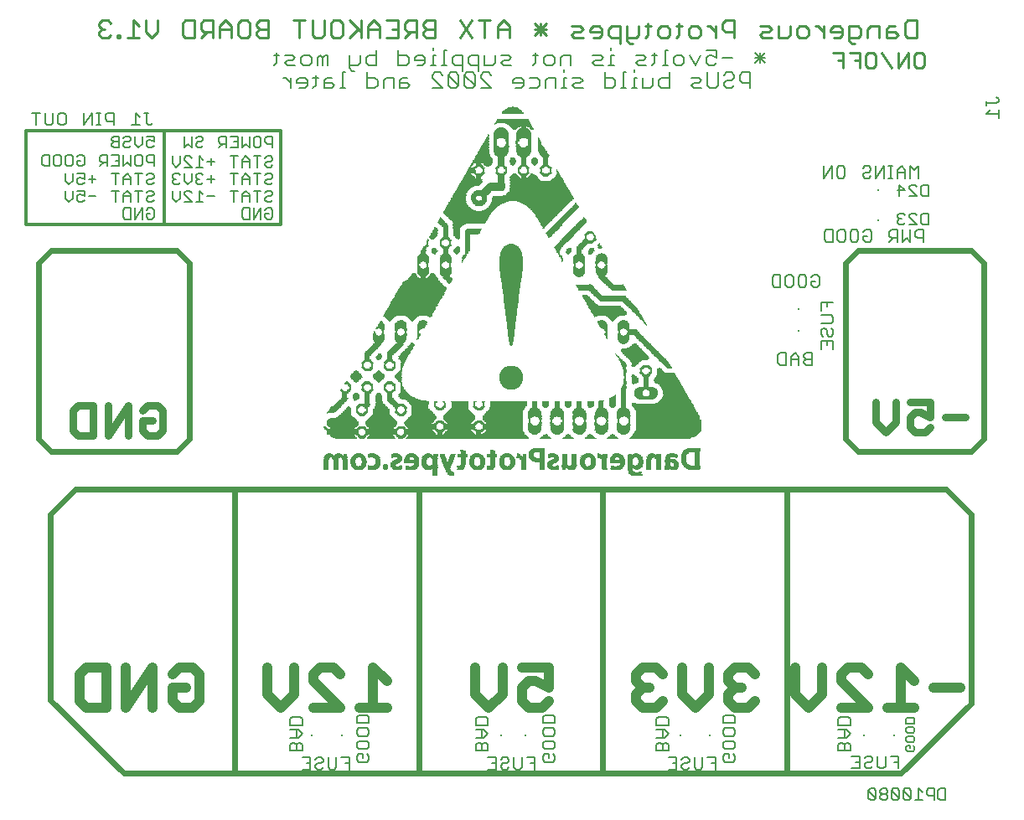
<source format=gbr>
G04 EAGLE Gerber RS-274X export*
G75*
%MOMM*%
%FSLAX34Y34*%
%LPD*%
%INSilkscreen Bottom*%
%IPPOS*%
%AMOC8*
5,1,8,0,0,1.08239X$1,22.5*%
G01*
%ADD10C,0.304800*%
%ADD11C,0.609600*%
%ADD12C,0.203200*%
%ADD13C,0.152400*%
%ADD14C,1.016000*%
%ADD15C,0.762000*%
%ADD16C,0.254000*%
%ADD17C,0.127000*%
%ADD18R,1.117600X0.025400*%
%ADD19R,0.457200X0.025400*%
%ADD20R,0.533400X0.025400*%
%ADD21R,1.193800X0.025400*%
%ADD22R,0.558800X0.025400*%
%ADD23R,0.609600X0.025400*%
%ADD24R,1.219200X0.025400*%
%ADD25R,0.660400X0.025400*%
%ADD26R,1.244600X0.025400*%
%ADD27R,0.685800X0.025400*%
%ADD28R,1.270000X0.025400*%
%ADD29R,1.295400X0.025400*%
%ADD30R,0.711200X0.025400*%
%ADD31R,0.304800X0.025400*%
%ADD32R,0.635000X0.025400*%
%ADD33R,0.152400X0.025400*%
%ADD34R,0.584200X0.025400*%
%ADD35R,0.076200X0.025400*%
%ADD36R,0.508000X0.025400*%
%ADD37R,0.482600X0.025400*%
%ADD38R,0.330200X0.025400*%
%ADD39R,0.355600X0.025400*%
%ADD40R,0.431800X0.025400*%
%ADD41R,0.381000X0.025400*%
%ADD42R,0.406400X0.025400*%
%ADD43R,0.228600X0.025400*%
%ADD44R,0.254000X0.025400*%
%ADD45R,1.041400X0.025400*%
%ADD46R,0.762000X0.025400*%
%ADD47R,0.736600X0.025400*%
%ADD48R,0.965200X0.025400*%
%ADD49R,0.863600X0.025400*%
%ADD50R,0.787400X0.025400*%
%ADD51R,0.889000X0.025400*%
%ADD52R,0.812800X0.025400*%
%ADD53R,1.016000X0.025400*%
%ADD54R,0.914400X0.025400*%
%ADD55R,0.838200X0.025400*%
%ADD56R,0.939800X0.025400*%
%ADD57R,1.346200X0.025400*%
%ADD58R,0.990600X0.025400*%
%ADD59R,1.422400X0.025400*%
%ADD60R,1.143000X0.025400*%
%ADD61R,1.092200X0.025400*%
%ADD62R,1.371600X0.025400*%
%ADD63R,1.320800X0.025400*%
%ADD64R,1.397000X0.025400*%
%ADD65R,1.168400X0.025400*%
%ADD66R,1.498600X0.025400*%
%ADD67R,1.066800X0.025400*%
%ADD68R,1.524000X0.025400*%
%ADD69R,1.447800X0.025400*%
%ADD70R,1.549400X0.025400*%
%ADD71R,1.473200X0.025400*%
%ADD72R,1.600200X0.025400*%
%ADD73R,1.625600X0.025400*%
%ADD74R,1.651000X0.025400*%
%ADD75R,1.676400X0.025400*%
%ADD76R,0.279400X0.025400*%
%ADD77R,0.127000X0.025400*%
%ADD78R,0.177800X0.025400*%
%ADD79R,0.101600X0.025400*%
%ADD80R,0.050800X0.025400*%
%ADD81R,0.025400X0.025400*%
%ADD82R,2.311400X0.025400*%
%ADD83R,2.286000X0.025400*%
%ADD84R,0.203200X0.025400*%
%ADD85R,1.727200X0.025400*%
%ADD86R,1.574800X0.025400*%
%ADD87R,5.943600X0.025400*%
%ADD88R,12.446000X0.025400*%
%ADD89R,2.895600X0.025400*%
%ADD90R,2.032000X0.025400*%
%ADD91R,6.019800X0.025400*%
%ADD92R,12.344400X0.025400*%
%ADD93R,2.844800X0.025400*%
%ADD94R,2.133600X0.025400*%
%ADD95R,6.045200X0.025400*%
%ADD96R,12.319000X0.025400*%
%ADD97R,2.794000X0.025400*%
%ADD98R,6.096000X0.025400*%
%ADD99R,12.217400X0.025400*%
%ADD100R,2.743200X0.025400*%
%ADD101R,2.209800X0.025400*%
%ADD102R,6.172200X0.025400*%
%ADD103R,12.166600X0.025400*%
%ADD104R,2.692400X0.025400*%
%ADD105R,12.115800X0.025400*%
%ADD106R,2.641600X0.025400*%
%ADD107R,6.197600X0.025400*%
%ADD108R,12.065000X0.025400*%
%ADD109R,2.590800X0.025400*%
%ADD110R,2.362200X0.025400*%
%ADD111R,6.324600X0.025400*%
%ADD112R,12.014200X0.025400*%
%ADD113R,2.565400X0.025400*%
%ADD114R,2.438400X0.025400*%
%ADD115R,2.540000X0.025400*%
%ADD116R,6.350000X0.025400*%
%ADD117R,2.514600X0.025400*%
%ADD118R,2.489200X0.025400*%
%ADD119R,6.400800X0.025400*%
%ADD120R,11.887200X0.025400*%
%ADD121R,2.387600X0.025400*%
%ADD122R,2.413000X0.025400*%
%ADD123R,2.336800X0.025400*%
%ADD124R,11.861800X0.025400*%
%ADD125R,6.426200X0.025400*%
%ADD126R,11.811000X0.025400*%
%ADD127R,6.451600X0.025400*%
%ADD128R,6.527800X0.025400*%
%ADD129R,4.318000X0.025400*%
%ADD130R,3.276600X0.025400*%
%ADD131R,3.302000X0.025400*%
%ADD132R,3.429000X0.025400*%
%ADD133R,3.200400X0.025400*%
%ADD134R,6.477000X0.025400*%
%ADD135R,4.241800X0.025400*%
%ADD136R,3.251200X0.025400*%
%ADD137R,3.352800X0.025400*%
%ADD138R,3.175000X0.025400*%
%ADD139R,4.216400X0.025400*%
%ADD140R,3.327400X0.025400*%
%ADD141R,4.191000X0.025400*%
%ADD142R,3.124200X0.025400*%
%ADD143R,3.225800X0.025400*%
%ADD144R,4.165600X0.025400*%
%ADD145R,3.048000X0.025400*%
%ADD146R,3.149600X0.025400*%
%ADD147R,6.502400X0.025400*%
%ADD148R,4.114800X0.025400*%
%ADD149R,3.022600X0.025400*%
%ADD150R,4.064000X0.025400*%
%ADD151R,2.997200X0.025400*%
%ADD152R,6.578600X0.025400*%
%ADD153R,4.013200X0.025400*%
%ADD154R,2.946400X0.025400*%
%ADD155R,3.987800X0.025400*%
%ADD156R,6.553200X0.025400*%
%ADD157R,3.937000X0.025400*%
%ADD158R,3.911600X0.025400*%
%ADD159R,3.860800X0.025400*%
%ADD160R,3.835400X0.025400*%
%ADD161R,2.971800X0.025400*%
%ADD162R,3.810000X0.025400*%
%ADD163R,2.921000X0.025400*%
%ADD164R,3.784600X0.025400*%
%ADD165R,3.759200X0.025400*%
%ADD166R,3.708400X0.025400*%
%ADD167R,3.683000X0.025400*%
%ADD168R,2.870200X0.025400*%
%ADD169R,3.657600X0.025400*%
%ADD170R,3.632200X0.025400*%
%ADD171R,3.378200X0.025400*%
%ADD172R,3.403600X0.025400*%
%ADD173R,4.140200X0.025400*%
%ADD174R,4.089400X0.025400*%
%ADD175R,2.463800X0.025400*%
%ADD176R,2.616200X0.025400*%
%ADD177R,4.038600X0.025400*%
%ADD178R,2.667000X0.025400*%
%ADD179R,2.768600X0.025400*%
%ADD180R,2.819400X0.025400*%
%ADD181R,3.073400X0.025400*%
%ADD182R,3.098800X0.025400*%
%ADD183R,3.733800X0.025400*%
%ADD184R,2.717800X0.025400*%
%ADD185R,3.886200X0.025400*%
%ADD186R,3.962400X0.025400*%
%ADD187R,1.879600X0.025400*%
%ADD188R,1.854200X0.025400*%
%ADD189R,2.260600X0.025400*%
%ADD190R,2.159000X0.025400*%
%ADD191R,2.108200X0.025400*%
%ADD192R,6.375400X0.025400*%
%ADD193R,2.057400X0.025400*%
%ADD194R,2.006600X0.025400*%
%ADD195R,1.955800X0.025400*%
%ADD196R,1.930400X0.025400*%
%ADD197R,1.828800X0.025400*%
%ADD198R,1.752600X0.025400*%
%ADD199R,6.299200X0.025400*%
%ADD200R,6.273800X0.025400*%
%ADD201R,1.701800X0.025400*%
%ADD202R,2.235200X0.025400*%
%ADD203R,6.248400X0.025400*%
%ADD204R,2.184400X0.025400*%
%ADD205R,6.223000X0.025400*%
%ADD206R,6.146800X0.025400*%
%ADD207R,3.606800X0.025400*%
%ADD208R,3.581400X0.025400*%
%ADD209R,1.981200X0.025400*%
%ADD210R,3.556000X0.025400*%
%ADD211R,2.082800X0.025400*%
%ADD212R,3.530600X0.025400*%
%ADD213R,1.905000X0.025400*%
%ADD214R,3.505200X0.025400*%
%ADD215R,1.803400X0.025400*%
%ADD216R,3.479800X0.025400*%
%ADD217R,1.778000X0.025400*%
%ADD218R,3.454400X0.025400*%
%ADD219R,6.121400X0.025400*%
%ADD220R,4.826000X0.025400*%
%ADD221R,4.800600X0.025400*%
%ADD222R,4.851400X0.025400*%
%ADD223R,4.775200X0.025400*%
%ADD224R,4.749800X0.025400*%
%ADD225R,4.724400X0.025400*%
%ADD226R,4.673600X0.025400*%
%ADD227R,4.622800X0.025400*%
%ADD228R,4.572000X0.025400*%
%ADD229R,4.521200X0.025400*%
%ADD230R,4.495800X0.025400*%
%ADD231R,4.419600X0.025400*%
%ADD232R,4.394200X0.025400*%
%ADD233R,4.343400X0.025400*%
%ADD234R,4.292600X0.025400*%
%ADD235R,4.470400X0.025400*%
%ADD236R,4.546600X0.025400*%
%ADD237R,4.597400X0.025400*%
%ADD238R,4.648200X0.025400*%
%ADD239R,4.699000X0.025400*%
%ADD240R,4.876800X0.025400*%
%ADD241R,4.902200X0.025400*%
%ADD242R,4.953000X0.025400*%
%ADD243R,4.927600X0.025400*%
%ADD244R,4.368800X0.025400*%
%ADD245R,5.130800X0.025400*%
%ADD246R,5.283200X0.025400*%
%ADD247R,5.308600X0.025400*%
%ADD248R,5.486400X0.025400*%
%ADD249R,8.001000X0.025400*%
%ADD250R,8.026400X0.025400*%
%ADD251R,8.077200X0.025400*%
%ADD252R,8.102600X0.025400*%
%ADD253R,8.153400X0.025400*%
%ADD254R,8.178800X0.025400*%
%ADD255R,8.229600X0.025400*%
%ADD256R,8.255000X0.025400*%
%ADD257R,8.204200X0.025400*%
%ADD258R,8.128000X0.025400*%
%ADD259R,8.051800X0.025400*%
%ADD260R,7.950200X0.025400*%
%ADD261R,7.924800X0.025400*%
%ADD262R,7.010400X0.025400*%
%ADD263R,6.908800X0.025400*%
%ADD264R,6.832600X0.025400*%
%ADD265R,6.680200X0.025400*%
%ADD266R,6.654800X0.025400*%
%ADD267R,6.070600X0.025400*%
%ADD268R,5.994400X0.025400*%
%ADD269R,5.918200X0.025400*%
%ADD270R,5.892800X0.025400*%
%ADD271R,5.867400X0.025400*%
%ADD272R,5.816600X0.025400*%
%ADD273R,5.791200X0.025400*%
%ADD274R,5.765800X0.025400*%
%ADD275R,5.740400X0.025400*%
%ADD276R,5.715000X0.025400*%
%ADD277R,5.689600X0.025400*%
%ADD278R,5.664200X0.025400*%
%ADD279R,5.638800X0.025400*%
%ADD280R,5.588000X0.025400*%
%ADD281R,5.562600X0.025400*%
%ADD282R,5.537200X0.025400*%
%ADD283R,5.511800X0.025400*%
%ADD284R,5.435600X0.025400*%
%ADD285R,0.200000X0.200000*%


D10*
X267500Y680000D02*
X267500Y585000D01*
X150000Y585000D01*
X10000Y585000D01*
X10000Y680000D01*
X150000Y680000D01*
X267500Y680000D01*
X150000Y680000D02*
X150000Y585000D01*
D11*
X939800Y317500D02*
X965000Y292300D01*
X965000Y101400D01*
X894400Y30800D01*
X779000Y30800D01*
X593000Y30800D01*
X407000Y30800D01*
X221000Y30800D01*
X108900Y30800D01*
X35000Y104700D01*
X35000Y292175D01*
X60325Y317500D01*
X221000Y317500D01*
X407000Y317500D01*
X593000Y317500D01*
X779000Y317500D01*
X939800Y317500D01*
X221000Y317500D02*
X221000Y30800D01*
X407000Y30800D02*
X407000Y317500D01*
X593000Y317500D02*
X593000Y30800D01*
X779000Y30800D02*
X779000Y317500D01*
X162400Y558800D02*
X35400Y558800D01*
X162400Y558800D02*
X175100Y546100D01*
X175100Y368300D01*
X162400Y355600D01*
X35400Y355600D01*
X22700Y368300D01*
X22700Y546100D01*
X35400Y558800D01*
X850900Y558800D02*
X965200Y558800D01*
X977900Y546100D01*
X977900Y368300D01*
X965200Y355600D01*
X850900Y355600D01*
X838200Y368300D01*
X838200Y546100D01*
X850900Y558800D01*
D12*
X746376Y748643D02*
X756884Y759151D01*
X756884Y748643D02*
X746376Y759151D01*
X746376Y753897D02*
X756884Y753897D01*
X751630Y748643D02*
X751630Y759151D01*
X724141Y753897D02*
X713633Y753897D01*
X707769Y761777D02*
X697262Y761777D01*
X707769Y761777D02*
X707769Y753897D01*
X702516Y756524D01*
X699889Y756524D01*
X697262Y753897D01*
X697262Y748643D01*
X699889Y746016D01*
X705142Y746016D01*
X707769Y748643D01*
X691398Y756524D02*
X686144Y746016D01*
X680890Y756524D01*
X672399Y746016D02*
X667145Y746016D01*
X664519Y748643D01*
X664519Y753897D01*
X667145Y756524D01*
X672399Y756524D01*
X675026Y753897D01*
X675026Y748643D01*
X672399Y746016D01*
X658655Y761777D02*
X656028Y761777D01*
X656028Y746016D01*
X658655Y746016D02*
X653401Y746016D01*
X645113Y748643D02*
X645113Y759151D01*
X645113Y748643D02*
X642486Y746016D01*
X642486Y756524D02*
X647740Y756524D01*
X636826Y746016D02*
X628945Y746016D01*
X626318Y748643D01*
X628945Y751270D01*
X634199Y751270D01*
X636826Y753897D01*
X634199Y756524D01*
X626318Y756524D01*
X604083Y756524D02*
X601456Y756524D01*
X601456Y746016D01*
X604083Y746016D02*
X598829Y746016D01*
X601456Y761777D02*
X601456Y764404D01*
X593168Y746016D02*
X585288Y746016D01*
X582661Y748643D01*
X585288Y751270D01*
X590541Y751270D01*
X593168Y753897D01*
X590541Y756524D01*
X582661Y756524D01*
X560425Y756524D02*
X560425Y746016D01*
X560425Y756524D02*
X552545Y756524D01*
X549918Y753897D01*
X549918Y746016D01*
X541427Y746016D02*
X536173Y746016D01*
X533546Y748643D01*
X533546Y753897D01*
X536173Y756524D01*
X541427Y756524D01*
X544054Y753897D01*
X544054Y748643D01*
X541427Y746016D01*
X525055Y748643D02*
X525055Y759151D01*
X525055Y748643D02*
X522428Y746016D01*
X522428Y756524D02*
X527682Y756524D01*
X500396Y746016D02*
X492515Y746016D01*
X489889Y748643D01*
X492515Y751270D01*
X497769Y751270D01*
X500396Y753897D01*
X497769Y756524D01*
X489889Y756524D01*
X484025Y756524D02*
X484025Y748643D01*
X481398Y746016D01*
X473517Y746016D01*
X473517Y756524D01*
X467653Y756524D02*
X467653Y740762D01*
X467653Y756524D02*
X459772Y756524D01*
X457145Y753897D01*
X457145Y748643D01*
X459772Y746016D01*
X467653Y746016D01*
X451282Y740762D02*
X451282Y756524D01*
X443401Y756524D01*
X440774Y753897D01*
X440774Y748643D01*
X443401Y746016D01*
X451282Y746016D01*
X434910Y761777D02*
X432283Y761777D01*
X432283Y746016D01*
X434910Y746016D02*
X429656Y746016D01*
X423996Y756524D02*
X421369Y756524D01*
X421369Y746016D01*
X423996Y746016D02*
X418742Y746016D01*
X421369Y761777D02*
X421369Y764404D01*
X410454Y746016D02*
X405200Y746016D01*
X410454Y746016D02*
X413081Y748643D01*
X413081Y753897D01*
X410454Y756524D01*
X405200Y756524D01*
X402574Y753897D01*
X402574Y751270D01*
X413081Y751270D01*
X386202Y746016D02*
X386202Y761777D01*
X386202Y746016D02*
X394083Y746016D01*
X396710Y748643D01*
X396710Y753897D01*
X394083Y756524D01*
X386202Y756524D01*
X363967Y761777D02*
X363967Y746016D01*
X356086Y746016D01*
X353459Y748643D01*
X353459Y753897D01*
X356086Y756524D01*
X363967Y756524D01*
X347595Y756524D02*
X347595Y748643D01*
X344968Y746016D01*
X337087Y746016D01*
X337087Y743389D02*
X337087Y756524D01*
X337087Y743389D02*
X339714Y740762D01*
X342341Y740762D01*
X314852Y746016D02*
X314852Y756524D01*
X312225Y756524D01*
X309598Y753897D01*
X309598Y746016D01*
X309598Y753897D02*
X306971Y756524D01*
X304344Y753897D01*
X304344Y746016D01*
X295853Y746016D02*
X290600Y746016D01*
X287973Y748643D01*
X287973Y753897D01*
X290600Y756524D01*
X295853Y756524D01*
X298480Y753897D01*
X298480Y748643D01*
X295853Y746016D01*
X282109Y746016D02*
X274228Y746016D01*
X271601Y748643D01*
X274228Y751270D01*
X279482Y751270D01*
X282109Y753897D01*
X279482Y756524D01*
X271601Y756524D01*
X263110Y759151D02*
X263110Y748643D01*
X260483Y746016D01*
X260483Y756524D02*
X265737Y756524D01*
X741884Y739152D02*
X741884Y723391D01*
X741884Y739152D02*
X734003Y739152D01*
X731376Y736526D01*
X731376Y731272D01*
X734003Y728645D01*
X741884Y728645D01*
X717632Y739152D02*
X715005Y736526D01*
X717632Y739152D02*
X722886Y739152D01*
X725512Y736526D01*
X725512Y733899D01*
X722886Y731272D01*
X717632Y731272D01*
X715005Y728645D01*
X715005Y726018D01*
X717632Y723391D01*
X722886Y723391D01*
X725512Y726018D01*
X709141Y726018D02*
X709141Y739152D01*
X709141Y726018D02*
X706514Y723391D01*
X701260Y723391D01*
X698633Y726018D01*
X698633Y739152D01*
X692769Y723391D02*
X684889Y723391D01*
X682262Y726018D01*
X684889Y728645D01*
X690142Y728645D01*
X692769Y731272D01*
X690142Y733899D01*
X682262Y733899D01*
X660026Y739152D02*
X660026Y723391D01*
X652145Y723391D01*
X649519Y726018D01*
X649519Y731272D01*
X652145Y733899D01*
X660026Y733899D01*
X643655Y733899D02*
X643655Y726018D01*
X641028Y723391D01*
X633147Y723391D01*
X633147Y733899D01*
X627283Y733899D02*
X624656Y733899D01*
X624656Y723391D01*
X627283Y723391D02*
X622029Y723391D01*
X624656Y739152D02*
X624656Y741779D01*
X616369Y739152D02*
X613742Y739152D01*
X613742Y723391D01*
X616369Y723391D02*
X611115Y723391D01*
X594947Y723391D02*
X594947Y739152D01*
X594947Y723391D02*
X602827Y723391D01*
X605454Y726018D01*
X605454Y731272D01*
X602827Y733899D01*
X594947Y733899D01*
X572711Y723391D02*
X564830Y723391D01*
X562204Y726018D01*
X564830Y728645D01*
X570084Y728645D01*
X572711Y731272D01*
X570084Y733899D01*
X562204Y733899D01*
X556340Y733899D02*
X553713Y733899D01*
X553713Y723391D01*
X556340Y723391D02*
X551086Y723391D01*
X553713Y739152D02*
X553713Y741779D01*
X545425Y733899D02*
X545425Y723391D01*
X545425Y733899D02*
X537545Y733899D01*
X534918Y731272D01*
X534918Y723391D01*
X526427Y733899D02*
X518546Y733899D01*
X526427Y733899D02*
X529054Y731272D01*
X529054Y726018D01*
X526427Y723391D01*
X518546Y723391D01*
X510055Y723391D02*
X504801Y723391D01*
X510055Y723391D02*
X512682Y726018D01*
X512682Y731272D01*
X510055Y733899D01*
X504801Y733899D01*
X502175Y731272D01*
X502175Y728645D01*
X512682Y728645D01*
X479939Y723391D02*
X469431Y723391D01*
X479939Y723391D02*
X469431Y733899D01*
X469431Y736526D01*
X472058Y739152D01*
X477312Y739152D01*
X479939Y736526D01*
X463567Y736526D02*
X463567Y726018D01*
X463567Y736526D02*
X460941Y739152D01*
X455687Y739152D01*
X453060Y736526D01*
X453060Y726018D01*
X455687Y723391D01*
X460941Y723391D01*
X463567Y726018D01*
X453060Y736526D01*
X447196Y736526D02*
X447196Y726018D01*
X447196Y736526D02*
X444569Y739152D01*
X439315Y739152D01*
X436688Y736526D01*
X436688Y726018D01*
X439315Y723391D01*
X444569Y723391D01*
X447196Y726018D01*
X436688Y736526D01*
X430824Y723391D02*
X420317Y723391D01*
X430824Y723391D02*
X420317Y733899D01*
X420317Y736526D01*
X422944Y739152D01*
X428197Y739152D01*
X430824Y736526D01*
X395454Y733899D02*
X390200Y733899D01*
X387574Y731272D01*
X387574Y723391D01*
X395454Y723391D01*
X398081Y726018D01*
X395454Y728645D01*
X387574Y728645D01*
X381710Y723391D02*
X381710Y733899D01*
X373829Y733899D01*
X371202Y731272D01*
X371202Y723391D01*
X354830Y723391D02*
X354830Y739152D01*
X354830Y723391D02*
X362711Y723391D01*
X365338Y726018D01*
X365338Y731272D01*
X362711Y733899D01*
X354830Y733899D01*
X332595Y739152D02*
X329968Y739152D01*
X329968Y723391D01*
X332595Y723391D02*
X327341Y723391D01*
X319054Y733899D02*
X313800Y733899D01*
X311173Y731272D01*
X311173Y723391D01*
X319054Y723391D01*
X321681Y726018D01*
X319054Y728645D01*
X311173Y728645D01*
X302682Y726018D02*
X302682Y736526D01*
X302682Y726018D02*
X300055Y723391D01*
X300055Y733899D02*
X305309Y733899D01*
X291768Y723391D02*
X286514Y723391D01*
X291768Y723391D02*
X294395Y726018D01*
X294395Y731272D01*
X291768Y733899D01*
X286514Y733899D01*
X283887Y731272D01*
X283887Y728645D01*
X294395Y728645D01*
X278023Y723391D02*
X278023Y733899D01*
X278023Y728645D02*
X272769Y733899D01*
X270142Y733899D01*
D13*
X139238Y674448D02*
X131781Y674448D01*
X139238Y674448D02*
X139238Y668855D01*
X135510Y670719D01*
X133645Y670719D01*
X131781Y668855D01*
X131781Y665126D01*
X133645Y663262D01*
X137374Y663262D01*
X139238Y665126D01*
X127544Y666991D02*
X127544Y674448D01*
X127544Y666991D02*
X123816Y663262D01*
X120087Y666991D01*
X120087Y674448D01*
X110257Y674448D02*
X108393Y672583D01*
X110257Y674448D02*
X113986Y674448D01*
X115850Y672583D01*
X115850Y670719D01*
X113986Y668855D01*
X110257Y668855D01*
X108393Y666991D01*
X108393Y665126D01*
X110257Y663262D01*
X113986Y663262D01*
X115850Y665126D01*
X104156Y663262D02*
X104156Y674448D01*
X98563Y674448D01*
X96699Y672583D01*
X96699Y670719D01*
X98563Y668855D01*
X96699Y666991D01*
X96699Y665126D01*
X98563Y663262D01*
X104156Y663262D01*
X104156Y668855D02*
X98563Y668855D01*
X139238Y655698D02*
X139238Y644512D01*
X139238Y655698D02*
X133645Y655698D01*
X131781Y653833D01*
X131781Y650105D01*
X133645Y648241D01*
X139238Y648241D01*
X125680Y655698D02*
X121951Y655698D01*
X125680Y655698D02*
X127544Y653833D01*
X127544Y646376D01*
X125680Y644512D01*
X121951Y644512D01*
X120087Y646376D01*
X120087Y653833D01*
X121951Y655698D01*
X115850Y655698D02*
X115850Y644512D01*
X112122Y648241D01*
X108393Y644512D01*
X108393Y655698D01*
X104156Y655698D02*
X96699Y655698D01*
X104156Y655698D02*
X104156Y644512D01*
X96699Y644512D01*
X100428Y650105D02*
X104156Y650105D01*
X92462Y644512D02*
X92462Y655698D01*
X86869Y655698D01*
X85005Y653833D01*
X85005Y650105D01*
X86869Y648241D01*
X92462Y648241D01*
X88734Y648241D02*
X85005Y644512D01*
X63481Y655698D02*
X61617Y653833D01*
X63481Y655698D02*
X67210Y655698D01*
X69074Y653833D01*
X69074Y646376D01*
X67210Y644512D01*
X63481Y644512D01*
X61617Y646376D01*
X61617Y650105D01*
X65346Y650105D01*
X55516Y655698D02*
X51787Y655698D01*
X55516Y655698D02*
X57380Y653833D01*
X57380Y646376D01*
X55516Y644512D01*
X51787Y644512D01*
X49923Y646376D01*
X49923Y653833D01*
X51787Y655698D01*
X43822Y655698D02*
X40094Y655698D01*
X43822Y655698D02*
X45686Y653833D01*
X45686Y646376D01*
X43822Y644512D01*
X40094Y644512D01*
X38229Y646376D01*
X38229Y653833D01*
X40094Y655698D01*
X33992Y655698D02*
X33992Y644512D01*
X28400Y644512D01*
X26535Y646376D01*
X26535Y653833D01*
X28400Y655698D01*
X33992Y655698D01*
X131781Y635083D02*
X133645Y636948D01*
X137374Y636948D01*
X139238Y635083D01*
X139238Y633219D01*
X137374Y631355D01*
X133645Y631355D01*
X131781Y629491D01*
X131781Y627626D01*
X133645Y625762D01*
X137374Y625762D01*
X139238Y627626D01*
X123816Y625762D02*
X123816Y636948D01*
X127544Y636948D02*
X120087Y636948D01*
X115850Y633219D02*
X115850Y625762D01*
X115850Y633219D02*
X112122Y636948D01*
X108393Y633219D01*
X108393Y625762D01*
X108393Y631355D02*
X115850Y631355D01*
X100428Y625762D02*
X100428Y636948D01*
X104156Y636948D02*
X96699Y636948D01*
X80768Y631355D02*
X73311Y631355D01*
X77040Y635083D02*
X77040Y627626D01*
X69074Y636948D02*
X61617Y636948D01*
X69074Y636948D02*
X69074Y631355D01*
X65346Y633219D01*
X63481Y633219D01*
X61617Y631355D01*
X61617Y627626D01*
X63481Y625762D01*
X67210Y625762D01*
X69074Y627626D01*
X57380Y629491D02*
X57380Y636948D01*
X57380Y629491D02*
X53652Y625762D01*
X49923Y629491D01*
X49923Y636948D01*
X131781Y617583D02*
X133645Y619448D01*
X137374Y619448D01*
X139238Y617583D01*
X139238Y615719D01*
X137374Y613855D01*
X133645Y613855D01*
X131781Y611991D01*
X131781Y610126D01*
X133645Y608262D01*
X137374Y608262D01*
X139238Y610126D01*
X123816Y608262D02*
X123816Y619448D01*
X127544Y619448D02*
X120087Y619448D01*
X115850Y615719D02*
X115850Y608262D01*
X115850Y615719D02*
X112122Y619448D01*
X108393Y615719D01*
X108393Y608262D01*
X108393Y613855D02*
X115850Y613855D01*
X100428Y608262D02*
X100428Y619448D01*
X104156Y619448D02*
X96699Y619448D01*
X80768Y613855D02*
X73311Y613855D01*
X69074Y619448D02*
X61617Y619448D01*
X69074Y619448D02*
X69074Y613855D01*
X65346Y615719D01*
X63481Y615719D01*
X61617Y613855D01*
X61617Y610126D01*
X63481Y608262D01*
X67210Y608262D01*
X69074Y610126D01*
X57380Y611991D02*
X57380Y619448D01*
X57380Y611991D02*
X53652Y608262D01*
X49923Y611991D01*
X49923Y619448D01*
X131781Y600083D02*
X133645Y601948D01*
X137374Y601948D01*
X139238Y600083D01*
X139238Y592626D01*
X137374Y590762D01*
X133645Y590762D01*
X131781Y592626D01*
X131781Y596355D01*
X135510Y596355D01*
X127544Y590762D02*
X127544Y601948D01*
X120087Y590762D01*
X120087Y601948D01*
X115850Y601948D02*
X115850Y590762D01*
X110257Y590762D01*
X108393Y592626D01*
X108393Y600083D01*
X110257Y601948D01*
X115850Y601948D01*
X259238Y663262D02*
X259238Y674448D01*
X253645Y674448D01*
X251781Y672583D01*
X251781Y668855D01*
X253645Y666991D01*
X259238Y666991D01*
X245680Y674448D02*
X241951Y674448D01*
X245680Y674448D02*
X247544Y672583D01*
X247544Y665126D01*
X245680Y663262D01*
X241951Y663262D01*
X240087Y665126D01*
X240087Y672583D01*
X241951Y674448D01*
X235850Y674448D02*
X235850Y663262D01*
X232122Y666991D01*
X228393Y663262D01*
X228393Y674448D01*
X224156Y674448D02*
X216699Y674448D01*
X224156Y674448D02*
X224156Y663262D01*
X216699Y663262D01*
X220428Y668855D02*
X224156Y668855D01*
X212462Y663262D02*
X212462Y674448D01*
X206869Y674448D01*
X205005Y672583D01*
X205005Y668855D01*
X206869Y666991D01*
X212462Y666991D01*
X208734Y666991D02*
X205005Y663262D01*
X183481Y674448D02*
X181617Y672583D01*
X183481Y674448D02*
X187210Y674448D01*
X189074Y672583D01*
X189074Y670719D01*
X187210Y668855D01*
X183481Y668855D01*
X181617Y666991D01*
X181617Y665126D01*
X183481Y663262D01*
X187210Y663262D01*
X189074Y665126D01*
X177380Y663262D02*
X177380Y674448D01*
X173652Y666991D02*
X177380Y663262D01*
X173652Y666991D02*
X169923Y663262D01*
X169923Y674448D01*
X251781Y652583D02*
X253645Y654448D01*
X257374Y654448D01*
X259238Y652583D01*
X259238Y650719D01*
X257374Y648855D01*
X253645Y648855D01*
X251781Y646991D01*
X251781Y645126D01*
X253645Y643262D01*
X257374Y643262D01*
X259238Y645126D01*
X243816Y643262D02*
X243816Y654448D01*
X247544Y654448D02*
X240087Y654448D01*
X235850Y650719D02*
X235850Y643262D01*
X235850Y650719D02*
X232122Y654448D01*
X228393Y650719D01*
X228393Y643262D01*
X228393Y648855D02*
X235850Y648855D01*
X220428Y643262D02*
X220428Y654448D01*
X224156Y654448D02*
X216699Y654448D01*
X200768Y648855D02*
X193311Y648855D01*
X197040Y652583D02*
X197040Y645126D01*
X189074Y650719D02*
X185346Y654448D01*
X185346Y643262D01*
X189074Y643262D02*
X181617Y643262D01*
X177380Y643262D02*
X169923Y643262D01*
X177380Y643262D02*
X169923Y650719D01*
X169923Y652583D01*
X171787Y654448D01*
X175516Y654448D01*
X177380Y652583D01*
X165686Y654448D02*
X165686Y646991D01*
X161958Y643262D01*
X158229Y646991D01*
X158229Y654448D01*
X251781Y635083D02*
X253645Y636948D01*
X257374Y636948D01*
X259238Y635083D01*
X259238Y633219D01*
X257374Y631355D01*
X253645Y631355D01*
X251781Y629491D01*
X251781Y627626D01*
X253645Y625762D01*
X257374Y625762D01*
X259238Y627626D01*
X243816Y625762D02*
X243816Y636948D01*
X247544Y636948D02*
X240087Y636948D01*
X235850Y633219D02*
X235850Y625762D01*
X235850Y633219D02*
X232122Y636948D01*
X228393Y633219D01*
X228393Y625762D01*
X228393Y631355D02*
X235850Y631355D01*
X220428Y625762D02*
X220428Y636948D01*
X224156Y636948D02*
X216699Y636948D01*
X200768Y631355D02*
X193311Y631355D01*
X197040Y635083D02*
X197040Y627626D01*
X189074Y635083D02*
X187210Y636948D01*
X183481Y636948D01*
X181617Y635083D01*
X181617Y633219D01*
X183481Y631355D01*
X185346Y631355D01*
X183481Y631355D02*
X181617Y629491D01*
X181617Y627626D01*
X183481Y625762D01*
X187210Y625762D01*
X189074Y627626D01*
X177380Y629491D02*
X177380Y636948D01*
X177380Y629491D02*
X173652Y625762D01*
X169923Y629491D01*
X169923Y636948D01*
X165686Y635083D02*
X163822Y636948D01*
X160094Y636948D01*
X158229Y635083D01*
X158229Y633219D01*
X160094Y631355D01*
X161958Y631355D01*
X160094Y631355D02*
X158229Y629491D01*
X158229Y627626D01*
X160094Y625762D01*
X163822Y625762D01*
X165686Y627626D01*
X251781Y617583D02*
X253645Y619448D01*
X257374Y619448D01*
X259238Y617583D01*
X259238Y615719D01*
X257374Y613855D01*
X253645Y613855D01*
X251781Y611991D01*
X251781Y610126D01*
X253645Y608262D01*
X257374Y608262D01*
X259238Y610126D01*
X243816Y608262D02*
X243816Y619448D01*
X247544Y619448D02*
X240087Y619448D01*
X235850Y615719D02*
X235850Y608262D01*
X235850Y615719D02*
X232122Y619448D01*
X228393Y615719D01*
X228393Y608262D01*
X228393Y613855D02*
X235850Y613855D01*
X220428Y608262D02*
X220428Y619448D01*
X224156Y619448D02*
X216699Y619448D01*
X200768Y613855D02*
X193311Y613855D01*
X189074Y615719D02*
X185346Y619448D01*
X185346Y608262D01*
X189074Y608262D02*
X181617Y608262D01*
X177380Y608262D02*
X169923Y608262D01*
X177380Y608262D02*
X169923Y615719D01*
X169923Y617583D01*
X171787Y619448D01*
X175516Y619448D01*
X177380Y617583D01*
X165686Y619448D02*
X165686Y611991D01*
X161958Y608262D01*
X158229Y611991D01*
X158229Y619448D01*
X251781Y600083D02*
X253645Y601948D01*
X257374Y601948D01*
X259238Y600083D01*
X259238Y592626D01*
X257374Y590762D01*
X253645Y590762D01*
X251781Y592626D01*
X251781Y596355D01*
X255510Y596355D01*
X247544Y590762D02*
X247544Y601948D01*
X240087Y590762D01*
X240087Y601948D01*
X235850Y601948D02*
X235850Y590762D01*
X230257Y590762D01*
X228393Y592626D01*
X228393Y600083D01*
X230257Y601948D01*
X235850Y601948D01*
D14*
X361012Y137355D02*
X374570Y123797D01*
X361012Y137355D02*
X361012Y96680D01*
X374570Y96680D02*
X347454Y96680D01*
X327794Y96680D02*
X300678Y96680D01*
X327794Y96680D02*
X300678Y123797D01*
X300678Y130576D01*
X307457Y137355D01*
X321015Y137355D01*
X327794Y130576D01*
X281018Y137355D02*
X281018Y110238D01*
X267460Y96680D01*
X253902Y110238D01*
X253902Y137355D01*
X511079Y137355D02*
X538195Y137355D01*
X538195Y117017D01*
X524637Y123797D01*
X517858Y123797D01*
X511079Y117017D01*
X511079Y103459D01*
X517858Y96680D01*
X531416Y96680D01*
X538195Y103459D01*
X491419Y110238D02*
X491419Y137355D01*
X491419Y110238D02*
X477861Y96680D01*
X464303Y110238D01*
X464303Y137355D01*
X739966Y137355D02*
X746745Y130576D01*
X739966Y137355D02*
X726408Y137355D01*
X719629Y130576D01*
X719629Y123797D01*
X726408Y117017D01*
X733187Y117017D01*
X726408Y117017D02*
X719629Y110238D01*
X719629Y103459D01*
X726408Y96680D01*
X739966Y96680D01*
X746745Y103459D01*
X699969Y110238D02*
X699969Y137355D01*
X699969Y110238D02*
X686411Y96680D01*
X672853Y110238D01*
X672853Y137355D01*
X653193Y130576D02*
X646414Y137355D01*
X632856Y137355D01*
X626077Y130576D01*
X626077Y123797D01*
X632856Y117017D01*
X639635Y117017D01*
X632856Y117017D02*
X626077Y110238D01*
X626077Y103459D01*
X632856Y96680D01*
X646414Y96680D01*
X653193Y103459D01*
D15*
X938603Y390538D02*
X958940Y390538D01*
X923858Y405791D02*
X903521Y405791D01*
X923858Y405791D02*
X923858Y390538D01*
X913689Y395622D01*
X908605Y395622D01*
X903521Y390538D01*
X903521Y380369D01*
X908605Y375285D01*
X918774Y375285D01*
X923858Y380369D01*
X888776Y385454D02*
X888776Y405791D01*
X888776Y385454D02*
X878607Y375285D01*
X868439Y385454D01*
X868439Y405791D01*
D14*
X927229Y117017D02*
X954345Y117017D01*
X907569Y123797D02*
X894011Y137355D01*
X894011Y96680D01*
X907569Y96680D02*
X880453Y96680D01*
X860793Y96680D02*
X833677Y96680D01*
X860793Y96680D02*
X833677Y123797D01*
X833677Y130576D01*
X840456Y137355D01*
X854014Y137355D01*
X860793Y130576D01*
X814017Y137355D02*
X814017Y110238D01*
X800459Y96680D01*
X786901Y110238D01*
X786901Y137355D01*
X164733Y137355D02*
X157954Y130576D01*
X164733Y137355D02*
X178291Y137355D01*
X185070Y130576D01*
X185070Y103459D01*
X178291Y96680D01*
X164733Y96680D01*
X157954Y103459D01*
X157954Y117017D01*
X171512Y117017D01*
X138294Y96680D02*
X138294Y137355D01*
X111178Y96680D01*
X111178Y137355D01*
X91518Y137355D02*
X91518Y96680D01*
X71181Y96680D01*
X64402Y103459D01*
X64402Y130576D01*
X71181Y137355D01*
X91518Y137355D01*
D15*
X127753Y397532D02*
X132837Y402616D01*
X143006Y402616D01*
X148090Y397532D01*
X148090Y377194D01*
X143006Y372110D01*
X132837Y372110D01*
X127753Y377194D01*
X127753Y387363D01*
X137921Y387363D01*
X113008Y372110D02*
X113008Y402616D01*
X92671Y372110D01*
X92671Y402616D01*
X77926Y402616D02*
X77926Y372110D01*
X62673Y372110D01*
X57589Y377194D01*
X57589Y397532D01*
X62673Y402616D01*
X77926Y402616D01*
D16*
X909830Y773970D02*
X909830Y791765D01*
X909830Y773970D02*
X900932Y773970D01*
X897967Y776936D01*
X897967Y788799D01*
X900932Y791765D01*
X909830Y791765D01*
X888154Y785833D02*
X882222Y785833D01*
X879256Y782868D01*
X879256Y773970D01*
X888154Y773970D01*
X891120Y776936D01*
X888154Y779902D01*
X879256Y779902D01*
X872409Y785833D02*
X872409Y773970D01*
X872409Y785833D02*
X863512Y785833D01*
X860546Y782868D01*
X860546Y773970D01*
X847767Y768038D02*
X844801Y768038D01*
X841835Y771004D01*
X841835Y785833D01*
X850733Y785833D01*
X853699Y782868D01*
X853699Y776936D01*
X850733Y773970D01*
X841835Y773970D01*
X832023Y773970D02*
X826091Y773970D01*
X832023Y773970D02*
X834989Y776936D01*
X834989Y782868D01*
X832023Y785833D01*
X826091Y785833D01*
X823125Y782868D01*
X823125Y779902D01*
X834989Y779902D01*
X816278Y773970D02*
X816278Y785833D01*
X816278Y779902D02*
X810346Y785833D01*
X807381Y785833D01*
X797720Y773970D02*
X791789Y773970D01*
X788823Y776936D01*
X788823Y782868D01*
X791789Y785833D01*
X797720Y785833D01*
X800686Y782868D01*
X800686Y776936D01*
X797720Y773970D01*
X781976Y776936D02*
X781976Y785833D01*
X781976Y776936D02*
X779010Y773970D01*
X770112Y773970D01*
X770112Y785833D01*
X763265Y773970D02*
X754368Y773970D01*
X751402Y776936D01*
X754368Y779902D01*
X760300Y779902D01*
X763265Y782868D01*
X760300Y785833D01*
X751402Y785833D01*
X725845Y791765D02*
X725845Y773970D01*
X725845Y791765D02*
X716947Y791765D01*
X713981Y788799D01*
X713981Y782868D01*
X716947Y779902D01*
X725845Y779902D01*
X707134Y773970D02*
X707134Y785833D01*
X707134Y779902D02*
X701203Y785833D01*
X698237Y785833D01*
X688576Y773970D02*
X682645Y773970D01*
X679679Y776936D01*
X679679Y782868D01*
X682645Y785833D01*
X688576Y785833D01*
X691542Y782868D01*
X691542Y776936D01*
X688576Y773970D01*
X669866Y776936D02*
X669866Y788799D01*
X669866Y776936D02*
X666900Y773970D01*
X666900Y785833D02*
X672832Y785833D01*
X657393Y773970D02*
X651461Y773970D01*
X648495Y776936D01*
X648495Y782868D01*
X651461Y785833D01*
X657393Y785833D01*
X660358Y782868D01*
X660358Y776936D01*
X657393Y773970D01*
X638682Y776936D02*
X638682Y788799D01*
X638682Y776936D02*
X635716Y773970D01*
X635716Y785833D02*
X641648Y785833D01*
X629174Y785833D02*
X629174Y776936D01*
X626209Y773970D01*
X617311Y773970D01*
X617311Y771004D02*
X617311Y785833D01*
X617311Y771004D02*
X620277Y768038D01*
X623243Y768038D01*
X610464Y768038D02*
X610464Y785833D01*
X601566Y785833D01*
X598601Y782868D01*
X598601Y776936D01*
X601566Y773970D01*
X610464Y773970D01*
X588788Y773970D02*
X582856Y773970D01*
X588788Y773970D02*
X591754Y776936D01*
X591754Y782868D01*
X588788Y785833D01*
X582856Y785833D01*
X579890Y782868D01*
X579890Y779902D01*
X591754Y779902D01*
X573043Y773970D02*
X564146Y773970D01*
X561180Y776936D01*
X564146Y779902D01*
X570077Y779902D01*
X573043Y782868D01*
X570077Y785833D01*
X561180Y785833D01*
X535623Y788799D02*
X523759Y776936D01*
X523759Y788799D02*
X535623Y776936D01*
X535623Y782868D02*
X523759Y782868D01*
X529691Y788799D02*
X529691Y776936D01*
X498202Y773970D02*
X498202Y785833D01*
X492270Y791765D01*
X486338Y785833D01*
X486338Y773970D01*
X486338Y782868D02*
X498202Y782868D01*
X473560Y791765D02*
X473560Y773970D01*
X479491Y791765D02*
X467628Y791765D01*
X460781Y791765D02*
X448918Y773970D01*
X460781Y773970D02*
X448918Y791765D01*
X423360Y791765D02*
X423360Y773970D01*
X423360Y791765D02*
X414463Y791765D01*
X411497Y788799D01*
X411497Y785833D01*
X414463Y782868D01*
X411497Y779902D01*
X411497Y776936D01*
X414463Y773970D01*
X423360Y773970D01*
X423360Y782868D02*
X414463Y782868D01*
X404650Y791765D02*
X404650Y773970D01*
X404650Y791765D02*
X395752Y791765D01*
X392786Y788799D01*
X392786Y782868D01*
X395752Y779902D01*
X404650Y779902D01*
X398718Y779902D02*
X392786Y773970D01*
X385940Y791765D02*
X374076Y791765D01*
X385940Y791765D02*
X385940Y773970D01*
X374076Y773970D01*
X380008Y782868D02*
X385940Y782868D01*
X367229Y785833D02*
X367229Y773970D01*
X367229Y785833D02*
X361297Y791765D01*
X355366Y785833D01*
X355366Y773970D01*
X355366Y782868D02*
X367229Y782868D01*
X348519Y791765D02*
X348519Y773970D01*
X348519Y779902D02*
X336655Y791765D01*
X345553Y782868D02*
X336655Y773970D01*
X326843Y791765D02*
X320911Y791765D01*
X326843Y791765D02*
X329808Y788799D01*
X329808Y776936D01*
X326843Y773970D01*
X320911Y773970D01*
X317945Y776936D01*
X317945Y788799D01*
X320911Y791765D01*
X311098Y791765D02*
X311098Y776936D01*
X308132Y773970D01*
X302200Y773970D01*
X299235Y776936D01*
X299235Y791765D01*
X286456Y791765D02*
X286456Y773970D01*
X292388Y791765D02*
X280524Y791765D01*
X254967Y791765D02*
X254967Y773970D01*
X254967Y791765D02*
X246069Y791765D01*
X243103Y788799D01*
X243103Y785833D01*
X246069Y782868D01*
X243103Y779902D01*
X243103Y776936D01*
X246069Y773970D01*
X254967Y773970D01*
X254967Y782868D02*
X246069Y782868D01*
X233291Y791765D02*
X227359Y791765D01*
X233291Y791765D02*
X236257Y788799D01*
X236257Y776936D01*
X233291Y773970D01*
X227359Y773970D01*
X224393Y776936D01*
X224393Y788799D01*
X227359Y791765D01*
X217546Y785833D02*
X217546Y773970D01*
X217546Y785833D02*
X211614Y791765D01*
X205683Y785833D01*
X205683Y773970D01*
X205683Y782868D02*
X217546Y782868D01*
X198836Y791765D02*
X198836Y773970D01*
X198836Y791765D02*
X189938Y791765D01*
X186972Y788799D01*
X186972Y782868D01*
X189938Y779902D01*
X198836Y779902D01*
X192904Y779902D02*
X186972Y773970D01*
X180125Y773970D02*
X180125Y791765D01*
X180125Y773970D02*
X171228Y773970D01*
X168262Y776936D01*
X168262Y788799D01*
X171228Y791765D01*
X180125Y791765D01*
X142705Y791765D02*
X142705Y779902D01*
X136773Y773970D01*
X130841Y779902D01*
X130841Y791765D01*
X123994Y785833D02*
X118063Y791765D01*
X118063Y773970D01*
X123994Y773970D02*
X112131Y773970D01*
X105284Y773970D02*
X105284Y776936D01*
X102318Y776936D01*
X102318Y773970D01*
X105284Y773970D01*
X95929Y788799D02*
X92963Y791765D01*
X87031Y791765D01*
X84065Y788799D01*
X84065Y785833D01*
X87031Y782868D01*
X89997Y782868D01*
X87031Y782868D02*
X84065Y779902D01*
X84065Y776936D01*
X87031Y773970D01*
X92963Y773970D01*
X95929Y776936D01*
D12*
X911684Y644268D02*
X911684Y632066D01*
X907617Y640201D02*
X911684Y644268D01*
X907617Y640201D02*
X903549Y644268D01*
X903549Y632066D01*
X898587Y632066D02*
X898587Y640201D01*
X894519Y644268D01*
X890452Y640201D01*
X890452Y632066D01*
X890452Y638167D02*
X898587Y638167D01*
X885490Y632066D02*
X881422Y632066D01*
X883456Y632066D02*
X883456Y644268D01*
X885490Y644268D02*
X881422Y644268D01*
X876758Y644268D02*
X876758Y632066D01*
X868623Y632066D02*
X876758Y644268D01*
X868623Y644268D02*
X868623Y632066D01*
X857560Y644268D02*
X855526Y642235D01*
X857560Y644268D02*
X861627Y644268D01*
X863661Y642235D01*
X863661Y640201D01*
X861627Y638167D01*
X857560Y638167D01*
X855526Y636133D01*
X855526Y634100D01*
X857560Y632066D01*
X861627Y632066D01*
X863661Y634100D01*
X835433Y644268D02*
X831365Y644268D01*
X835433Y644268D02*
X837466Y642235D01*
X837466Y634100D01*
X835433Y632066D01*
X831365Y632066D01*
X829331Y634100D01*
X829331Y642235D01*
X831365Y644268D01*
X824369Y644268D02*
X824369Y632066D01*
X816234Y632066D02*
X824369Y644268D01*
X816234Y644268D02*
X816234Y632066D01*
X916684Y580018D02*
X916684Y567816D01*
X916684Y580018D02*
X910583Y580018D01*
X908549Y577985D01*
X908549Y573917D01*
X910583Y571883D01*
X916684Y571883D01*
X903587Y567816D02*
X903587Y580018D01*
X899519Y571883D02*
X903587Y567816D01*
X899519Y571883D02*
X895452Y567816D01*
X895452Y580018D01*
X890490Y580018D02*
X890490Y567816D01*
X890490Y580018D02*
X884388Y580018D01*
X882355Y577985D01*
X882355Y573917D01*
X884388Y571883D01*
X890490Y571883D01*
X886422Y571883D02*
X882355Y567816D01*
X858194Y580018D02*
X856160Y577985D01*
X858194Y580018D02*
X862261Y580018D01*
X864295Y577985D01*
X864295Y569850D01*
X862261Y567816D01*
X858194Y567816D01*
X856160Y569850D01*
X856160Y573917D01*
X860228Y573917D01*
X849164Y580018D02*
X845097Y580018D01*
X849164Y580018D02*
X851198Y577985D01*
X851198Y569850D01*
X849164Y567816D01*
X845097Y567816D01*
X843063Y569850D01*
X843063Y577985D01*
X845097Y580018D01*
X836067Y580018D02*
X831999Y580018D01*
X836067Y580018D02*
X838101Y577985D01*
X838101Y569850D01*
X836067Y567816D01*
X831999Y567816D01*
X829966Y569850D01*
X829966Y577985D01*
X831999Y580018D01*
X825003Y580018D02*
X825003Y567816D01*
X818902Y567816D01*
X816868Y569850D01*
X816868Y577985D01*
X818902Y580018D01*
X825003Y580018D01*
D16*
X910054Y758823D02*
X915138Y758823D01*
X917680Y756281D01*
X917680Y746112D01*
X915138Y743570D01*
X910054Y743570D01*
X907511Y746112D01*
X907511Y756281D01*
X910054Y758823D01*
X901308Y758823D02*
X901308Y743570D01*
X891140Y743570D02*
X901308Y758823D01*
X891140Y758823D02*
X891140Y743570D01*
X884937Y743570D02*
X874768Y758823D01*
X866023Y758823D02*
X860939Y758823D01*
X866023Y758823D02*
X868565Y756281D01*
X868565Y746112D01*
X866023Y743570D01*
X860939Y743570D01*
X858397Y746112D01*
X858397Y756281D01*
X860939Y758823D01*
X852194Y758823D02*
X852194Y743570D01*
X852194Y758823D02*
X842025Y758823D01*
X847109Y751197D02*
X852194Y751197D01*
X835822Y758823D02*
X835822Y743570D01*
X835822Y758823D02*
X825654Y758823D01*
X830738Y751197D02*
X835822Y751197D01*
D12*
X990900Y714184D02*
X992934Y712150D01*
X992934Y710117D01*
X990900Y708083D01*
X980732Y708083D01*
X980732Y710117D02*
X980732Y706049D01*
X984799Y701087D02*
X980732Y697019D01*
X992934Y697019D01*
X992934Y692952D02*
X992934Y701087D01*
X137934Y687850D02*
X135900Y685816D01*
X133867Y685816D01*
X131833Y687850D01*
X131833Y698018D01*
X133867Y698018D02*
X129799Y698018D01*
X124837Y693951D02*
X120769Y698018D01*
X120769Y685816D01*
X116702Y685816D02*
X124837Y685816D01*
X98642Y685816D02*
X98642Y698018D01*
X92541Y698018D01*
X90507Y695985D01*
X90507Y691917D01*
X92541Y689883D01*
X98642Y689883D01*
X85545Y685816D02*
X81478Y685816D01*
X83511Y685816D02*
X83511Y698018D01*
X81478Y698018D02*
X85545Y698018D01*
X76814Y698018D02*
X76814Y685816D01*
X68679Y685816D02*
X76814Y698018D01*
X68679Y698018D02*
X68679Y685816D01*
X48585Y698018D02*
X44518Y698018D01*
X48585Y698018D02*
X50619Y695985D01*
X50619Y687850D01*
X48585Y685816D01*
X44518Y685816D01*
X42484Y687850D01*
X42484Y695985D01*
X44518Y698018D01*
X37522Y698018D02*
X37522Y687850D01*
X35488Y685816D01*
X31421Y685816D01*
X29387Y687850D01*
X29387Y698018D01*
X20357Y698018D02*
X20357Y685816D01*
X16290Y698018D02*
X24425Y698018D01*
X277066Y53316D02*
X289268Y53316D01*
X289268Y59417D01*
X287235Y61451D01*
X285201Y61451D01*
X283167Y59417D01*
X281133Y61451D01*
X279100Y61451D01*
X277066Y59417D01*
X277066Y53316D01*
X283167Y53316D02*
X283167Y59417D01*
X285201Y66413D02*
X277066Y66413D01*
X285201Y66413D02*
X289268Y70481D01*
X285201Y74548D01*
X277066Y74548D01*
X283167Y74548D02*
X283167Y66413D01*
X289268Y79511D02*
X277066Y79511D01*
X277066Y85612D01*
X279100Y87645D01*
X287235Y87645D01*
X289268Y85612D01*
X289268Y79511D01*
X354735Y50201D02*
X356768Y48167D01*
X356768Y44100D01*
X354735Y42066D01*
X346600Y42066D01*
X344566Y44100D01*
X344566Y48167D01*
X346600Y50201D01*
X350667Y50201D01*
X350667Y46133D01*
X356768Y57197D02*
X356768Y61264D01*
X356768Y57197D02*
X354735Y55163D01*
X346600Y55163D01*
X344566Y57197D01*
X344566Y61264D01*
X346600Y63298D01*
X354735Y63298D01*
X356768Y61264D01*
X356768Y70294D02*
X356768Y74362D01*
X356768Y70294D02*
X354735Y68261D01*
X346600Y68261D01*
X344566Y70294D01*
X344566Y74362D01*
X346600Y76395D01*
X354735Y76395D01*
X356768Y74362D01*
X356768Y81358D02*
X344566Y81358D01*
X344566Y87459D01*
X346600Y89493D01*
X354735Y89493D01*
X356768Y87459D01*
X356768Y81358D01*
X336684Y46768D02*
X336684Y34566D01*
X336684Y46768D02*
X328549Y46768D01*
X332617Y40667D02*
X336684Y40667D01*
X323587Y36600D02*
X323587Y46768D01*
X323587Y36600D02*
X321553Y34566D01*
X317486Y34566D01*
X315452Y36600D01*
X315452Y46768D01*
X304388Y46768D02*
X302355Y44735D01*
X304388Y46768D02*
X308456Y46768D01*
X310490Y44735D01*
X310490Y42701D01*
X308456Y40667D01*
X304388Y40667D01*
X302355Y38633D01*
X302355Y36600D01*
X304388Y34566D01*
X308456Y34566D01*
X310490Y36600D01*
X297392Y46768D02*
X289257Y46768D01*
X297392Y46768D02*
X297392Y34566D01*
X289257Y34566D01*
X293325Y40667D02*
X297392Y40667D01*
X464566Y53316D02*
X476768Y53316D01*
X476768Y59417D01*
X474735Y61451D01*
X472701Y61451D01*
X470667Y59417D01*
X468633Y61451D01*
X466600Y61451D01*
X464566Y59417D01*
X464566Y53316D01*
X470667Y53316D02*
X470667Y59417D01*
X472701Y66413D02*
X464566Y66413D01*
X472701Y66413D02*
X476768Y70481D01*
X472701Y74548D01*
X464566Y74548D01*
X470667Y74548D02*
X470667Y66413D01*
X476768Y79511D02*
X464566Y79511D01*
X464566Y85612D01*
X466600Y87645D01*
X474735Y87645D01*
X476768Y85612D01*
X476768Y79511D01*
X542235Y50201D02*
X544268Y48167D01*
X544268Y44100D01*
X542235Y42066D01*
X534100Y42066D01*
X532066Y44100D01*
X532066Y48167D01*
X534100Y50201D01*
X538167Y50201D01*
X538167Y46133D01*
X544268Y57197D02*
X544268Y61264D01*
X544268Y57197D02*
X542235Y55163D01*
X534100Y55163D01*
X532066Y57197D01*
X532066Y61264D01*
X534100Y63298D01*
X542235Y63298D01*
X544268Y61264D01*
X544268Y70294D02*
X544268Y74362D01*
X544268Y70294D02*
X542235Y68261D01*
X534100Y68261D01*
X532066Y70294D01*
X532066Y74362D01*
X534100Y76395D01*
X542235Y76395D01*
X544268Y74362D01*
X544268Y81358D02*
X532066Y81358D01*
X532066Y87459D01*
X534100Y89493D01*
X542235Y89493D01*
X544268Y87459D01*
X544268Y81358D01*
X524184Y46768D02*
X524184Y34566D01*
X524184Y46768D02*
X516049Y46768D01*
X520117Y40667D02*
X524184Y40667D01*
X511087Y36600D02*
X511087Y46768D01*
X511087Y36600D02*
X509053Y34566D01*
X504986Y34566D01*
X502952Y36600D01*
X502952Y46768D01*
X491888Y46768D02*
X489855Y44735D01*
X491888Y46768D02*
X495956Y46768D01*
X497990Y44735D01*
X497990Y42701D01*
X495956Y40667D01*
X491888Y40667D01*
X489855Y38633D01*
X489855Y36600D01*
X491888Y34566D01*
X495956Y34566D01*
X497990Y36600D01*
X484892Y46768D02*
X476757Y46768D01*
X484892Y46768D02*
X484892Y34566D01*
X476757Y34566D01*
X480825Y40667D02*
X484892Y40667D01*
X647066Y53316D02*
X659268Y53316D01*
X659268Y59417D01*
X657235Y61451D01*
X655201Y61451D01*
X653167Y59417D01*
X651133Y61451D01*
X649100Y61451D01*
X647066Y59417D01*
X647066Y53316D01*
X653167Y53316D02*
X653167Y59417D01*
X655201Y66413D02*
X647066Y66413D01*
X655201Y66413D02*
X659268Y70481D01*
X655201Y74548D01*
X647066Y74548D01*
X653167Y74548D02*
X653167Y66413D01*
X659268Y79511D02*
X647066Y79511D01*
X647066Y85612D01*
X649100Y87645D01*
X657235Y87645D01*
X659268Y85612D01*
X659268Y79511D01*
X724735Y50201D02*
X726768Y48167D01*
X726768Y44100D01*
X724735Y42066D01*
X716600Y42066D01*
X714566Y44100D01*
X714566Y48167D01*
X716600Y50201D01*
X720667Y50201D01*
X720667Y46133D01*
X726768Y57197D02*
X726768Y61264D01*
X726768Y57197D02*
X724735Y55163D01*
X716600Y55163D01*
X714566Y57197D01*
X714566Y61264D01*
X716600Y63298D01*
X724735Y63298D01*
X726768Y61264D01*
X726768Y70294D02*
X726768Y74362D01*
X726768Y70294D02*
X724735Y68261D01*
X716600Y68261D01*
X714566Y70294D01*
X714566Y74362D01*
X716600Y76395D01*
X724735Y76395D01*
X726768Y74362D01*
X726768Y81358D02*
X714566Y81358D01*
X714566Y87459D01*
X716600Y89493D01*
X724735Y89493D01*
X726768Y87459D01*
X726768Y81358D01*
X706684Y46768D02*
X706684Y34566D01*
X706684Y46768D02*
X698549Y46768D01*
X702617Y40667D02*
X706684Y40667D01*
X693587Y36600D02*
X693587Y46768D01*
X693587Y36600D02*
X691553Y34566D01*
X687486Y34566D01*
X685452Y36600D01*
X685452Y46768D01*
X674388Y46768D02*
X672355Y44735D01*
X674388Y46768D02*
X678456Y46768D01*
X680490Y44735D01*
X680490Y42701D01*
X678456Y40667D01*
X674388Y40667D01*
X672355Y38633D01*
X672355Y36600D01*
X674388Y34566D01*
X678456Y34566D01*
X680490Y36600D01*
X667392Y46768D02*
X659257Y46768D01*
X667392Y46768D02*
X667392Y34566D01*
X659257Y34566D01*
X663325Y40667D02*
X667392Y40667D01*
X830816Y53316D02*
X843018Y53316D01*
X843018Y59417D01*
X840985Y61451D01*
X838951Y61451D01*
X836917Y59417D01*
X834883Y61451D01*
X832850Y61451D01*
X830816Y59417D01*
X830816Y53316D01*
X836917Y53316D02*
X836917Y59417D01*
X838951Y66413D02*
X830816Y66413D01*
X838951Y66413D02*
X843018Y70481D01*
X838951Y74548D01*
X830816Y74548D01*
X836917Y74548D02*
X836917Y66413D01*
X843018Y79511D02*
X830816Y79511D01*
X830816Y85612D01*
X832850Y87645D01*
X840985Y87645D01*
X843018Y85612D01*
X843018Y79511D01*
D13*
X906515Y58824D02*
X907955Y57384D01*
X907955Y54503D01*
X906515Y53062D01*
X900753Y53062D01*
X899312Y54503D01*
X899312Y57384D01*
X900753Y58824D01*
X903634Y58824D01*
X903634Y55943D01*
X907955Y63858D02*
X907955Y66739D01*
X907955Y63858D02*
X906515Y62417D01*
X900753Y62417D01*
X899312Y63858D01*
X899312Y66739D01*
X900753Y68179D01*
X906515Y68179D01*
X907955Y66739D01*
X907955Y73213D02*
X907955Y76094D01*
X907955Y73213D02*
X906515Y71772D01*
X900753Y71772D01*
X899312Y73213D01*
X899312Y76094D01*
X900753Y77535D01*
X906515Y77535D01*
X907955Y76094D01*
X907955Y81128D02*
X899312Y81128D01*
X899312Y85449D01*
X900753Y86890D01*
X906515Y86890D01*
X907955Y85449D01*
X907955Y81128D01*
D12*
X891684Y48018D02*
X891684Y35816D01*
X891684Y48018D02*
X883549Y48018D01*
X887617Y41917D02*
X891684Y41917D01*
X878587Y37850D02*
X878587Y48018D01*
X878587Y37850D02*
X876553Y35816D01*
X872486Y35816D01*
X870452Y37850D01*
X870452Y48018D01*
X859388Y48018D02*
X857355Y45985D01*
X859388Y48018D02*
X863456Y48018D01*
X865490Y45985D01*
X865490Y43951D01*
X863456Y41917D01*
X859388Y41917D01*
X857355Y39883D01*
X857355Y37850D01*
X859388Y35816D01*
X863456Y35816D01*
X865490Y37850D01*
X852392Y48018D02*
X844257Y48018D01*
X852392Y48018D02*
X852392Y35816D01*
X844257Y35816D01*
X848325Y41917D02*
X852392Y41917D01*
X803549Y532235D02*
X805583Y534268D01*
X809650Y534268D01*
X811684Y532235D01*
X811684Y524100D01*
X809650Y522066D01*
X805583Y522066D01*
X803549Y524100D01*
X803549Y528167D01*
X807617Y528167D01*
X796553Y534268D02*
X792486Y534268D01*
X796553Y534268D02*
X798587Y532235D01*
X798587Y524100D01*
X796553Y522066D01*
X792486Y522066D01*
X790452Y524100D01*
X790452Y532235D01*
X792486Y534268D01*
X783456Y534268D02*
X779388Y534268D01*
X783456Y534268D02*
X785490Y532235D01*
X785490Y524100D01*
X783456Y522066D01*
X779388Y522066D01*
X777355Y524100D01*
X777355Y532235D01*
X779388Y534268D01*
X772392Y534268D02*
X772392Y522066D01*
X766291Y522066D01*
X764257Y524100D01*
X764257Y532235D01*
X766291Y534268D01*
X772392Y534268D01*
X804184Y455518D02*
X804184Y443316D01*
X804184Y455518D02*
X798083Y455518D01*
X796049Y453485D01*
X796049Y451451D01*
X798083Y449417D01*
X796049Y447383D01*
X796049Y445350D01*
X798083Y443316D01*
X804184Y443316D01*
X804184Y449417D02*
X798083Y449417D01*
X791087Y451451D02*
X791087Y443316D01*
X791087Y451451D02*
X787019Y455518D01*
X782952Y451451D01*
X782952Y443316D01*
X782952Y449417D02*
X791087Y449417D01*
X777990Y455518D02*
X777990Y443316D01*
X771888Y443316D01*
X769855Y445350D01*
X769855Y453485D01*
X771888Y455518D01*
X777990Y455518D01*
X813232Y506684D02*
X825434Y506684D01*
X813232Y506684D02*
X813232Y498549D01*
X819333Y502617D02*
X819333Y506684D01*
X823400Y493587D02*
X813232Y493587D01*
X823400Y493587D02*
X825434Y491553D01*
X825434Y487486D01*
X823400Y485452D01*
X813232Y485452D01*
X813232Y474388D02*
X815265Y472355D01*
X813232Y474388D02*
X813232Y478456D01*
X815265Y480490D01*
X817299Y480490D01*
X819333Y478456D01*
X819333Y474388D01*
X821367Y472355D01*
X823400Y472355D01*
X825434Y474388D01*
X825434Y478456D01*
X823400Y480490D01*
X813232Y467392D02*
X813232Y459257D01*
X813232Y467392D02*
X825434Y467392D01*
X825434Y459257D01*
X819333Y463325D02*
X819333Y467392D01*
D17*
X939165Y15250D02*
X939165Y3810D01*
X933445Y3810D01*
X931539Y5717D01*
X931539Y13343D01*
X933445Y15250D01*
X939165Y15250D01*
X927471Y15250D02*
X927471Y3810D01*
X927471Y15250D02*
X921751Y15250D01*
X919845Y13343D01*
X919845Y9530D01*
X921751Y7623D01*
X927471Y7623D01*
X915777Y11437D02*
X911964Y15250D01*
X911964Y3810D01*
X915777Y3810D02*
X908151Y3810D01*
X904083Y5717D02*
X904083Y13343D01*
X902176Y15250D01*
X898363Y15250D01*
X896457Y13343D01*
X896457Y5717D01*
X898363Y3810D01*
X902176Y3810D01*
X904083Y5717D01*
X896457Y13343D01*
X892389Y13343D02*
X892389Y5717D01*
X892389Y13343D02*
X890483Y15250D01*
X886669Y15250D01*
X884763Y13343D01*
X884763Y5717D01*
X886669Y3810D01*
X890483Y3810D01*
X892389Y5717D01*
X884763Y13343D01*
X880695Y13343D02*
X878789Y15250D01*
X874975Y15250D01*
X873069Y13343D01*
X873069Y11437D01*
X874975Y9530D01*
X873069Y7623D01*
X873069Y5717D01*
X874975Y3810D01*
X878789Y3810D01*
X880695Y5717D01*
X880695Y7623D01*
X878789Y9530D01*
X880695Y11437D01*
X880695Y13343D01*
X878789Y9530D02*
X874975Y9530D01*
X869001Y5717D02*
X869001Y13343D01*
X867095Y15250D01*
X863281Y15250D01*
X861375Y13343D01*
X861375Y5717D01*
X863281Y3810D01*
X867095Y3810D01*
X869001Y5717D01*
X861375Y13343D01*
D18*
X626999Y331625D03*
D19*
X440055Y331625D03*
D20*
X423418Y331625D03*
D18*
X626999Y331879D03*
D19*
X440055Y331879D03*
D20*
X423418Y331879D03*
D21*
X626618Y332133D03*
D20*
X439674Y332133D03*
X423418Y332133D03*
D21*
X626364Y332387D03*
D22*
X439547Y332387D03*
D20*
X423418Y332387D03*
D21*
X626110Y332641D03*
D23*
X439547Y332641D03*
D20*
X423418Y332641D03*
D24*
X625983Y332895D03*
D25*
X439547Y332895D03*
D20*
X423418Y332895D03*
D26*
X625856Y333149D03*
D27*
X439420Y333149D03*
D20*
X423418Y333149D03*
D28*
X625729Y333403D03*
D27*
X439420Y333403D03*
D20*
X423418Y333403D03*
D29*
X625602Y333657D03*
D27*
X439420Y333657D03*
D20*
X423418Y333657D03*
D29*
X625602Y333911D03*
D30*
X439293Y333911D03*
D20*
X423418Y333911D03*
D29*
X625602Y334165D03*
D30*
X439039Y334165D03*
D20*
X423418Y334165D03*
D31*
X630555Y334419D03*
D32*
X622046Y334419D03*
D27*
X438658Y334419D03*
D20*
X423418Y334419D03*
D33*
X631063Y334673D03*
D34*
X621792Y334673D03*
D32*
X438404Y334673D03*
D20*
X423418Y334673D03*
D33*
X631063Y334927D03*
D22*
X621665Y334927D03*
D25*
X438277Y334927D03*
D20*
X423418Y334927D03*
D35*
X631444Y335181D03*
D22*
X621665Y335181D03*
D23*
X437769Y335181D03*
D20*
X423418Y335181D03*
D22*
X621411Y335435D03*
D34*
X437388Y335435D03*
D20*
X423418Y335435D03*
D22*
X621157Y335689D03*
X437261Y335689D03*
D20*
X423418Y335689D03*
X621030Y335943D03*
X437134Y335943D03*
X423418Y335943D03*
D36*
X620903Y336197D03*
X436753Y336197D03*
D20*
X423418Y336197D03*
D37*
X620776Y336451D03*
D20*
X436626Y336451D03*
X423418Y336451D03*
D19*
X620649Y336705D03*
D36*
X436499Y336705D03*
D20*
X423418Y336705D03*
X685800Y336959D03*
D38*
X664718Y336959D03*
D19*
X620649Y336959D03*
X606425Y336959D03*
D39*
X577977Y336959D03*
D31*
X561213Y336959D03*
D40*
X543814Y336959D03*
D39*
X496443Y336959D03*
X478917Y336959D03*
D41*
X466344Y336959D03*
X448818Y336959D03*
D36*
X436499Y336959D03*
D20*
X423418Y336959D03*
D31*
X416687Y336959D03*
D37*
X398780Y336959D03*
D42*
X385445Y336959D03*
D43*
X373380Y336959D03*
D42*
X360045Y336959D03*
D39*
X346329Y336959D03*
D22*
X685927Y337213D03*
D41*
X664718Y337213D03*
D19*
X620649Y337213D03*
D36*
X606425Y337213D03*
D42*
X577977Y337213D03*
D38*
X561340Y337213D03*
D37*
X543814Y337213D03*
D42*
X496443Y337213D03*
X478917Y337213D03*
X466471Y337213D03*
X448945Y337213D03*
D37*
X436372Y337213D03*
D20*
X423418Y337213D03*
D39*
X416687Y337213D03*
D20*
X398780Y337213D03*
D19*
X385445Y337213D03*
D44*
X373507Y337213D03*
D40*
X359918Y337213D03*
D42*
X346329Y337213D03*
D45*
X686054Y337467D03*
D37*
X664718Y337467D03*
D19*
X657733Y337467D03*
D37*
X649478Y337467D03*
D19*
X639445Y337467D03*
X620649Y337467D03*
D46*
X606171Y337467D03*
D20*
X594868Y337467D03*
D23*
X577977Y337467D03*
D37*
X561086Y337467D03*
D42*
X553847Y337467D03*
D27*
X543814Y337467D03*
D37*
X531368Y337467D03*
X513080Y337467D03*
D32*
X496316Y337467D03*
D34*
X478790Y337467D03*
D23*
X465963Y337467D03*
D22*
X448691Y337467D03*
D37*
X436118Y337467D03*
D20*
X423418Y337467D03*
D36*
X416687Y337467D03*
D46*
X398653Y337467D03*
D27*
X385572Y337467D03*
D39*
X373253Y337467D03*
D47*
X359918Y337467D03*
D32*
X346202Y337467D03*
D37*
X332486Y337467D03*
D36*
X322961Y337467D03*
D19*
X313563Y337467D03*
D21*
X685292Y337721D03*
D32*
X664718Y337721D03*
D19*
X657733Y337721D03*
D37*
X649478Y337721D03*
D19*
X639445Y337721D03*
D41*
X627380Y337721D03*
D37*
X620522Y337721D03*
D48*
X606171Y337721D03*
D20*
X594868Y337721D03*
D46*
X577977Y337721D03*
D32*
X561086Y337721D03*
D42*
X553847Y337721D03*
D49*
X543941Y337721D03*
D37*
X531368Y337721D03*
X513080Y337721D03*
D50*
X496316Y337721D03*
D32*
X479044Y337721D03*
D50*
X466090Y337721D03*
D32*
X449072Y337721D03*
D37*
X436118Y337721D03*
D20*
X423418Y337721D03*
D23*
X416687Y337721D03*
D48*
X398653Y337721D03*
D51*
X385572Y337721D03*
D42*
X373253Y337721D03*
D52*
X360045Y337721D03*
D50*
X346202Y337721D03*
D37*
X332486Y337721D03*
D36*
X322961Y337721D03*
D19*
X313563Y337721D03*
D21*
X685292Y337975D03*
D27*
X664718Y337975D03*
D19*
X657733Y337975D03*
D37*
X649478Y337975D03*
D19*
X639445Y337975D03*
D40*
X627380Y337975D03*
D37*
X620522Y337975D03*
D53*
X606171Y337975D03*
D36*
X594741Y337975D03*
D50*
X578104Y337975D03*
D27*
X561086Y337975D03*
D42*
X553847Y337975D03*
D54*
X543941Y337975D03*
D37*
X531368Y337975D03*
X513080Y337975D03*
D55*
X496316Y337975D03*
D25*
X479171Y337975D03*
D52*
X466217Y337975D03*
D25*
X449199Y337975D03*
D36*
X435991Y337975D03*
D20*
X423418Y337975D03*
D25*
X416687Y337975D03*
D53*
X398653Y337975D03*
D56*
X385572Y337975D03*
D40*
X373380Y337975D03*
D55*
X360172Y337975D03*
X346202Y337975D03*
D37*
X332486Y337975D03*
D36*
X322961Y337975D03*
D19*
X313563Y337975D03*
D57*
X684530Y338229D03*
D46*
X664591Y338229D03*
D19*
X657987Y338229D03*
D37*
X649478Y338229D03*
D19*
X639445Y338229D03*
D32*
X627380Y338229D03*
D37*
X620522Y338229D03*
D18*
X606425Y338229D03*
D37*
X594614Y338229D03*
D58*
X578104Y338229D03*
D50*
X561086Y338229D03*
D42*
X553847Y338229D03*
D58*
X543814Y338229D03*
D37*
X531368Y338229D03*
X513080Y338229D03*
D56*
X496316Y338229D03*
D47*
X479552Y338229D03*
D58*
X466090Y338229D03*
D27*
X449326Y338229D03*
D20*
X435864Y338229D03*
D57*
X419354Y338229D03*
D18*
X399161Y338229D03*
D58*
X385318Y338229D03*
D37*
X373634Y338229D03*
D54*
X360553Y338229D03*
D45*
X346202Y338229D03*
D37*
X332486Y338229D03*
D36*
X322961Y338229D03*
D19*
X313563Y338229D03*
D59*
X684149Y338483D03*
D29*
X662178Y338483D03*
D37*
X649478Y338483D03*
D19*
X639445Y338483D03*
D47*
X627380Y338483D03*
D19*
X620395Y338483D03*
D60*
X606806Y338483D03*
D37*
X594614Y338483D03*
D45*
X578104Y338483D03*
D55*
X561086Y338483D03*
D42*
X553847Y338483D03*
D53*
X543687Y338483D03*
D37*
X531368Y338483D03*
X513080Y338483D03*
D61*
X496316Y338483D03*
D47*
X479552Y338483D03*
D61*
X466090Y338483D03*
D30*
X449453Y338483D03*
D20*
X435864Y338483D03*
D62*
X419227Y338483D03*
D60*
X399288Y338483D03*
D45*
X385064Y338483D03*
D36*
X373507Y338483D03*
D58*
X360934Y338483D03*
D61*
X346202Y338483D03*
D37*
X332486Y338483D03*
D36*
X322961Y338483D03*
D19*
X313563Y338483D03*
D59*
X684149Y338737D03*
D63*
X662305Y338737D03*
D37*
X649478Y338737D03*
D19*
X639445Y338737D03*
D47*
X627380Y338737D03*
D19*
X620395Y338737D03*
D60*
X607060Y338737D03*
D37*
X594614Y338737D03*
D61*
X578104Y338737D03*
D51*
X561086Y338737D03*
D42*
X553847Y338737D03*
D53*
X543433Y338737D03*
D37*
X531368Y338737D03*
X513080Y338737D03*
D60*
X496316Y338737D03*
D47*
X479552Y338737D03*
D18*
X466217Y338737D03*
D30*
X449453Y338737D03*
D22*
X435991Y338737D03*
D64*
X419100Y338737D03*
D65*
X399415Y338737D03*
D45*
X385064Y338737D03*
D22*
X373507Y338737D03*
D58*
X360934Y338737D03*
D61*
X346202Y338737D03*
D37*
X332486Y338737D03*
D36*
X322961Y338737D03*
D19*
X313563Y338737D03*
D66*
X683768Y338991D03*
D57*
X662432Y338991D03*
D37*
X649478Y338991D03*
D19*
X639445Y338991D03*
D55*
X627634Y338991D03*
D19*
X620395Y338991D03*
D65*
X607187Y338991D03*
D37*
X594614Y338991D03*
D60*
X578104Y338991D03*
D54*
X560959Y338991D03*
D42*
X553847Y338991D03*
D53*
X543179Y338991D03*
D37*
X531368Y338991D03*
X513080Y338991D03*
D21*
X496316Y338991D03*
D46*
X479679Y338991D03*
D65*
X466217Y338991D03*
D30*
X449453Y338991D03*
D23*
X435991Y338991D03*
D59*
X418973Y338991D03*
D21*
X399542Y338991D03*
D67*
X384937Y338991D03*
D34*
X373634Y338991D03*
D53*
X361061Y338991D03*
D60*
X346456Y338991D03*
D37*
X332486Y338991D03*
D36*
X322961Y338991D03*
D19*
X313563Y338991D03*
D68*
X683641Y339245D03*
D57*
X662432Y339245D03*
D37*
X649478Y339245D03*
D19*
X639445Y339245D03*
D64*
X625094Y339245D03*
D65*
X607187Y339245D03*
D37*
X594614Y339245D03*
D21*
X578104Y339245D03*
D62*
X558673Y339245D03*
D45*
X543052Y339245D03*
D37*
X531368Y339245D03*
X513080Y339245D03*
D26*
X496316Y339245D03*
D46*
X479679Y339245D03*
D21*
X466090Y339245D03*
D47*
X449580Y339245D03*
D23*
X435991Y339245D03*
D69*
X418846Y339245D03*
D21*
X399542Y339245D03*
D61*
X384810Y339245D03*
D34*
X373634Y339245D03*
D45*
X361188Y339245D03*
D21*
X346202Y339245D03*
D37*
X332486Y339245D03*
D36*
X322961Y339245D03*
D19*
X313563Y339245D03*
D70*
X683514Y339499D03*
D57*
X662432Y339499D03*
D37*
X649478Y339499D03*
D19*
X639445Y339499D03*
D64*
X625094Y339499D03*
D21*
X607314Y339499D03*
D37*
X594614Y339499D03*
D26*
X578104Y339499D03*
D62*
X558673Y339499D03*
D67*
X542925Y339499D03*
D37*
X531368Y339499D03*
X513080Y339499D03*
D29*
X496316Y339499D03*
D50*
X479806Y339499D03*
D26*
X466090Y339499D03*
D46*
X449707Y339499D03*
D32*
X435864Y339499D03*
D71*
X418719Y339499D03*
D21*
X399542Y339499D03*
D18*
X384683Y339499D03*
D34*
X373634Y339499D03*
D67*
X361315Y339499D03*
D21*
X346202Y339499D03*
D37*
X332486Y339499D03*
D36*
X322961Y339499D03*
D19*
X313563Y339499D03*
D72*
X683260Y339753D03*
D62*
X662559Y339753D03*
D37*
X649478Y339753D03*
D19*
X639445Y339753D03*
D64*
X625094Y339753D03*
D24*
X607441Y339753D03*
D37*
X594614Y339753D03*
D29*
X578104Y339753D03*
D64*
X558800Y339753D03*
D61*
X542798Y339753D03*
D37*
X531368Y339753D03*
X513080Y339753D03*
D57*
X496316Y339753D03*
D52*
X479933Y339753D03*
D29*
X466090Y339753D03*
D46*
X449707Y339753D03*
D27*
X435864Y339753D03*
D66*
X418592Y339753D03*
D24*
X399669Y339753D03*
D18*
X384683Y339753D03*
D34*
X373634Y339753D03*
D61*
X361442Y339753D03*
D26*
X346202Y339753D03*
D37*
X332486Y339753D03*
D36*
X322961Y339753D03*
D19*
X313563Y339753D03*
D73*
X683133Y340007D03*
D64*
X662686Y340007D03*
D37*
X649478Y340007D03*
D19*
X639445Y340007D03*
D69*
X625348Y340007D03*
D24*
X607695Y340007D03*
D37*
X594614Y340007D03*
D57*
X578104Y340007D03*
D59*
X558927Y340007D03*
D61*
X542798Y340007D03*
D37*
X531368Y340007D03*
X513080Y340007D03*
D57*
X496316Y340007D03*
D52*
X479933Y340007D03*
D57*
X466090Y340007D03*
D50*
X449834Y340007D03*
D27*
X435864Y340007D03*
D66*
X418592Y340007D03*
D26*
X400050Y340007D03*
D60*
X384556Y340007D03*
D34*
X373634Y340007D03*
D61*
X361696Y340007D03*
D64*
X346202Y340007D03*
D37*
X332486Y340007D03*
D36*
X322961Y340007D03*
D19*
X313563Y340007D03*
D74*
X683006Y340261D03*
D59*
X662813Y340261D03*
D37*
X649478Y340261D03*
D19*
X639445Y340261D03*
D69*
X625348Y340261D03*
D26*
X607822Y340261D03*
D37*
X594614Y340261D03*
D62*
X577977Y340261D03*
D69*
X559054Y340261D03*
D18*
X542671Y340261D03*
D37*
X531368Y340261D03*
X513080Y340261D03*
D57*
X496316Y340261D03*
D52*
X479933Y340261D03*
D64*
X466090Y340261D03*
D50*
X449834Y340261D03*
D27*
X435864Y340261D03*
D66*
X418592Y340261D03*
D24*
X400177Y340261D03*
D60*
X384556Y340261D03*
D34*
X373634Y340261D03*
D18*
X361823Y340261D03*
D64*
X346202Y340261D03*
D37*
X332486Y340261D03*
D36*
X322961Y340261D03*
D19*
X313563Y340261D03*
D75*
X682879Y340515D03*
D34*
X667004Y340515D03*
D25*
X659003Y340515D03*
D37*
X649478Y340515D03*
D19*
X639445Y340515D03*
D71*
X625475Y340515D03*
D47*
X610616Y340515D03*
D76*
X602996Y340515D03*
D37*
X594614Y340515D03*
D23*
X581787Y340515D03*
D34*
X574040Y340515D03*
D69*
X559054Y340515D03*
D31*
X546735Y340515D03*
D34*
X539750Y340515D03*
D37*
X531368Y340515D03*
X513080Y340515D03*
D32*
X500126Y340515D03*
D23*
X492379Y340515D03*
D52*
X479933Y340515D03*
D25*
X470027Y340515D03*
D32*
X462026Y340515D03*
D50*
X449834Y340515D03*
D30*
X435737Y340515D03*
D68*
X418465Y340515D03*
D30*
X402971Y340515D03*
D31*
X395605Y340515D03*
X388747Y340515D03*
D20*
X381508Y340515D03*
D34*
X373634Y340515D03*
D18*
X361823Y340515D03*
D32*
X350012Y340515D03*
D23*
X342265Y340515D03*
D37*
X332486Y340515D03*
D36*
X322961Y340515D03*
D19*
X313563Y340515D03*
D20*
X688594Y340769D03*
D51*
X678688Y340769D03*
D22*
X667131Y340769D03*
D34*
X658622Y340769D03*
D37*
X649478Y340769D03*
D19*
X639445Y340769D03*
D71*
X625475Y340769D03*
D23*
X611251Y340769D03*
D77*
X602234Y340769D03*
D37*
X594614Y340769D03*
D22*
X582295Y340769D03*
X573659Y340769D03*
D69*
X559054Y340769D03*
D78*
X547370Y340769D03*
D36*
X539369Y340769D03*
D37*
X531368Y340769D03*
X513080Y340769D03*
D22*
X500507Y340769D03*
X492125Y340769D03*
D32*
X480822Y340769D03*
D33*
X476631Y340769D03*
D34*
X470408Y340769D03*
X461772Y340769D03*
D50*
X449834Y340769D03*
D47*
X435864Y340769D03*
X422402Y340769D03*
D23*
X413893Y340769D03*
X403479Y340769D03*
D79*
X394589Y340769D03*
D78*
X389128Y340769D03*
D36*
X381381Y340769D03*
D22*
X373507Y340769D03*
D47*
X363728Y340769D03*
D33*
X356997Y340769D03*
D22*
X350647Y340769D03*
X341757Y340769D03*
D37*
X332486Y340769D03*
D36*
X322961Y340769D03*
D19*
X313563Y340769D03*
D20*
X688594Y341023D03*
D54*
X678561Y341023D03*
D20*
X667258Y341023D03*
D22*
X658495Y341023D03*
D37*
X649478Y341023D03*
D19*
X639445Y341023D03*
D66*
X625602Y341023D03*
D23*
X611251Y341023D03*
D35*
X602234Y341023D03*
D37*
X594614Y341023D03*
D22*
X582549Y341023D03*
D34*
X573532Y341023D03*
D69*
X559054Y341023D03*
D78*
X547370Y341023D03*
D36*
X539369Y341023D03*
D37*
X531368Y341023D03*
X513080Y341023D03*
D34*
X500634Y341023D03*
X491998Y341023D03*
D23*
X480949Y341023D03*
D77*
X476758Y341023D03*
D22*
X470535Y341023D03*
X461645Y341023D03*
D32*
X450596Y341023D03*
D77*
X446532Y341023D03*
D46*
X435991Y341023D03*
D30*
X422529Y341023D03*
D23*
X413639Y341023D03*
X403733Y341023D03*
D79*
X394589Y341023D03*
D77*
X389128Y341023D03*
D37*
X381254Y341023D03*
D20*
X373380Y341023D03*
D30*
X363855Y341023D03*
D33*
X356997Y341023D03*
D22*
X350901Y341023D03*
X341503Y341023D03*
D37*
X332486Y341023D03*
D36*
X322961Y341023D03*
D19*
X313563Y341023D03*
D20*
X688594Y341277D03*
D46*
X677799Y341277D03*
D20*
X667258Y341277D03*
X658368Y341277D03*
D37*
X649478Y341277D03*
D19*
X639445Y341277D03*
D25*
X630047Y341277D03*
D32*
X621284Y341277D03*
D22*
X611759Y341277D03*
D37*
X594614Y341277D03*
D20*
X582676Y341277D03*
D34*
X573278Y341277D03*
D23*
X563499Y341277D03*
X554863Y341277D03*
D35*
X547624Y341277D03*
D36*
X539369Y341277D03*
D37*
X531368Y341277D03*
X513080Y341277D03*
D34*
X500888Y341277D03*
X491744Y341277D03*
D22*
X481457Y341277D03*
X470789Y341277D03*
D20*
X461518Y341277D03*
X451104Y341277D03*
D46*
X435991Y341277D03*
D25*
X422783Y341277D03*
D23*
X413385Y341277D03*
D34*
X404114Y341277D03*
D35*
X389382Y341277D03*
D19*
X381127Y341277D03*
D20*
X373380Y341277D03*
D32*
X364490Y341277D03*
D80*
X356489Y341277D03*
D20*
X351028Y341277D03*
X341376Y341277D03*
D37*
X332486Y341277D03*
D36*
X322961Y341277D03*
D19*
X313563Y341277D03*
D20*
X688594Y341531D03*
D30*
X677291Y341531D03*
D36*
X667385Y341531D03*
X658241Y341531D03*
D37*
X649478Y341531D03*
D19*
X639445Y341531D03*
D34*
X630428Y341531D03*
X621030Y341531D03*
D36*
X612013Y341531D03*
D37*
X594614Y341531D03*
D20*
X582930Y341531D03*
D22*
X573151Y341531D03*
D34*
X563626Y341531D03*
X554736Y341531D03*
D37*
X539242Y341531D03*
X531368Y341531D03*
X513080Y341531D03*
D22*
X501015Y341531D03*
X491363Y341531D03*
D20*
X481584Y341531D03*
X470916Y341531D03*
X461264Y341531D03*
X451358Y341531D03*
D46*
X435991Y341531D03*
D32*
X422910Y341531D03*
D34*
X413258Y341531D03*
D36*
X404495Y341531D03*
D19*
X381127Y341531D03*
D36*
X373507Y341531D03*
D34*
X364744Y341531D03*
D22*
X351155Y341531D03*
D36*
X341249Y341531D03*
D37*
X332486Y341531D03*
D36*
X322961Y341531D03*
D19*
X313563Y341531D03*
D20*
X688594Y341785D03*
D30*
X677291Y341785D03*
D36*
X667385Y341785D03*
X658241Y341785D03*
D37*
X649478Y341785D03*
D19*
X639445Y341785D03*
D22*
X630555Y341785D03*
X620903Y341785D03*
D36*
X612267Y341785D03*
D37*
X594614Y341785D03*
D20*
X582930Y341785D03*
X573024Y341785D03*
D22*
X563753Y341785D03*
X554609Y341785D03*
D37*
X539242Y341785D03*
X531368Y341785D03*
X513080Y341785D03*
D20*
X501142Y341785D03*
D22*
X491363Y341785D03*
D36*
X481711Y341785D03*
D22*
X471043Y341785D03*
D20*
X461010Y341785D03*
X451612Y341785D03*
D50*
X435864Y341785D03*
D23*
X423037Y341785D03*
D22*
X413131Y341785D03*
D37*
X404622Y341785D03*
D19*
X381127Y341785D03*
D37*
X373634Y341785D03*
D34*
X364998Y341785D03*
D22*
X351155Y341785D03*
D36*
X341249Y341785D03*
D37*
X332486Y341785D03*
D36*
X322961Y341785D03*
D19*
X313563Y341785D03*
D20*
X688594Y342039D03*
D23*
X676783Y342039D03*
D36*
X667385Y342039D03*
X658241Y342039D03*
D37*
X649478Y342039D03*
D19*
X639445Y342039D03*
D22*
X630809Y342039D03*
D20*
X620776Y342039D03*
D36*
X612521Y342039D03*
D37*
X594614Y342039D03*
D20*
X582930Y342039D03*
X572770Y342039D03*
X563880Y342039D03*
X554482Y342039D03*
D36*
X539369Y342039D03*
D37*
X531368Y342039D03*
X513080Y342039D03*
D20*
X501396Y342039D03*
X491236Y342039D03*
D37*
X481838Y342039D03*
D34*
X471170Y342039D03*
D36*
X460883Y342039D03*
X451739Y342039D03*
D55*
X435864Y342039D03*
D34*
X423164Y342039D03*
D20*
X412750Y342039D03*
D37*
X404876Y342039D03*
D19*
X381127Y342039D03*
D42*
X373253Y342039D03*
D34*
X365252Y342039D03*
D20*
X351282Y342039D03*
X341122Y342039D03*
D37*
X332486Y342039D03*
D36*
X322961Y342039D03*
D19*
X313563Y342039D03*
D20*
X688594Y342293D03*
D32*
X676402Y342293D03*
D36*
X667385Y342293D03*
X658241Y342293D03*
D37*
X649478Y342293D03*
D19*
X639445Y342293D03*
D20*
X630936Y342293D03*
X620776Y342293D03*
D36*
X612521Y342293D03*
D37*
X594614Y342293D03*
D20*
X583184Y342293D03*
D36*
X572643Y342293D03*
D20*
X563880Y342293D03*
X554482Y342293D03*
X539496Y342293D03*
D37*
X531368Y342293D03*
X513080Y342293D03*
D20*
X501396Y342293D03*
D36*
X491109Y342293D03*
D37*
X481838Y342293D03*
D20*
X471424Y342293D03*
X460756Y342293D03*
D36*
X451739Y342293D03*
D55*
X435864Y342293D03*
D22*
X423291Y342293D03*
D36*
X412623Y342293D03*
D37*
X404876Y342293D03*
X381254Y342293D03*
D38*
X373380Y342293D03*
D22*
X365379Y342293D03*
D20*
X351282Y342293D03*
D36*
X340995Y342293D03*
D37*
X332486Y342293D03*
D36*
X322961Y342293D03*
D19*
X313563Y342293D03*
D20*
X688594Y342547D03*
D23*
X676275Y342547D03*
D36*
X667385Y342547D03*
X658241Y342547D03*
D37*
X649478Y342547D03*
D19*
X639445Y342547D03*
D20*
X630936Y342547D03*
D36*
X620649Y342547D03*
D37*
X612648Y342547D03*
X594614Y342547D03*
D20*
X583438Y342547D03*
D37*
X572516Y342547D03*
D36*
X564007Y342547D03*
X554355Y342547D03*
D22*
X539623Y342547D03*
D37*
X531368Y342547D03*
X513080Y342547D03*
D22*
X501523Y342547D03*
D36*
X490855Y342547D03*
D37*
X481838Y342547D03*
D20*
X471424Y342547D03*
X460756Y342547D03*
D36*
X451739Y342547D03*
D49*
X435991Y342547D03*
D20*
X423418Y342547D03*
D37*
X412496Y342547D03*
X404876Y342547D03*
D36*
X381381Y342547D03*
D31*
X373507Y342547D03*
D20*
X365506Y342547D03*
D36*
X351409Y342547D03*
D37*
X340868Y342547D03*
X332486Y342547D03*
D36*
X322961Y342547D03*
D19*
X313563Y342547D03*
D20*
X688594Y342801D03*
D23*
X676021Y342801D03*
D36*
X667385Y342801D03*
X658241Y342801D03*
D37*
X649478Y342801D03*
D19*
X639445Y342801D03*
D20*
X630936Y342801D03*
D37*
X620522Y342801D03*
D19*
X612775Y342801D03*
D37*
X594614Y342801D03*
D20*
X583438Y342801D03*
D37*
X572516Y342801D03*
X564134Y342801D03*
X554228Y342801D03*
D34*
X539750Y342801D03*
D37*
X531368Y342801D03*
X513080Y342801D03*
D34*
X501650Y342801D03*
D20*
X490728Y342801D03*
D19*
X481965Y342801D03*
D20*
X471424Y342801D03*
X460756Y342801D03*
D36*
X451739Y342801D03*
D51*
X436118Y342801D03*
D20*
X423418Y342801D03*
D37*
X412496Y342801D03*
D19*
X405003Y342801D03*
D20*
X381508Y342801D03*
D33*
X373507Y342801D03*
D20*
X365760Y342801D03*
D37*
X351536Y342801D03*
X340868Y342801D03*
X332486Y342801D03*
D36*
X322961Y342801D03*
D19*
X313563Y342801D03*
D20*
X688594Y343055D03*
D34*
X675894Y343055D03*
D20*
X667258Y343055D03*
D36*
X658241Y343055D03*
D37*
X649478Y343055D03*
D19*
X639445Y343055D03*
D20*
X630936Y343055D03*
D37*
X620522Y343055D03*
D19*
X612775Y343055D03*
D37*
X594614Y343055D03*
D20*
X583438Y343055D03*
D36*
X572389Y343055D03*
D37*
X564134Y343055D03*
X554228Y343055D03*
D23*
X539877Y343055D03*
D37*
X531368Y343055D03*
X513080Y343055D03*
D22*
X501777Y343055D03*
D36*
X490601Y343055D03*
D19*
X481965Y343055D03*
D36*
X471551Y343055D03*
X460629Y343055D03*
X451739Y343055D03*
D19*
X438277Y343055D03*
D40*
X433578Y343055D03*
D20*
X423418Y343055D03*
D37*
X412496Y343055D03*
D19*
X405003Y343055D03*
D23*
X381889Y343055D03*
D20*
X365760Y343055D03*
D37*
X351536Y343055D03*
D36*
X340741Y343055D03*
D37*
X332486Y343055D03*
D36*
X322961Y343055D03*
D19*
X313563Y343055D03*
D20*
X688594Y343309D03*
D22*
X675767Y343309D03*
D36*
X667131Y343309D03*
X658241Y343309D03*
D37*
X649478Y343309D03*
D19*
X639445Y343309D03*
D20*
X631190Y343309D03*
D37*
X620522Y343309D03*
D19*
X612775Y343309D03*
D37*
X594614Y343309D03*
D20*
X583438Y343309D03*
X572262Y343309D03*
D37*
X564134Y343309D03*
X554228Y343309D03*
D32*
X540004Y343309D03*
D37*
X531368Y343309D03*
X513080Y343309D03*
D20*
X501904Y343309D03*
D36*
X490601Y343309D03*
D19*
X481965Y343309D03*
D36*
X471551Y343309D03*
D37*
X460502Y343309D03*
D36*
X451739Y343309D03*
D19*
X438277Y343309D03*
D42*
X433451Y343309D03*
D20*
X423418Y343309D03*
D37*
X412496Y343309D03*
D19*
X405003Y343309D03*
D23*
X381889Y343309D03*
D20*
X365760Y343309D03*
D37*
X351536Y343309D03*
D20*
X340614Y343309D03*
D37*
X332486Y343309D03*
D36*
X322961Y343309D03*
D19*
X313563Y343309D03*
D20*
X688594Y343563D03*
X675640Y343563D03*
D37*
X667004Y343563D03*
D36*
X658241Y343563D03*
D37*
X649478Y343563D03*
D19*
X639445Y343563D03*
D20*
X631444Y343563D03*
D37*
X620522Y343563D03*
D19*
X612775Y343563D03*
D37*
X594614Y343563D03*
D20*
X583438Y343563D03*
X572262Y343563D03*
D37*
X564134Y343563D03*
X554228Y343563D03*
D47*
X540512Y343563D03*
D37*
X531368Y343563D03*
X513080Y343563D03*
D20*
X501904Y343563D03*
D36*
X490601Y343563D03*
D19*
X481965Y343563D03*
D36*
X471551Y343563D03*
D37*
X460502Y343563D03*
D36*
X451739Y343563D03*
D40*
X438404Y343563D03*
D42*
X433451Y343563D03*
D20*
X423418Y343563D03*
D37*
X412496Y343563D03*
D19*
X405003Y343563D03*
D30*
X382397Y343563D03*
D20*
X365760Y343563D03*
D37*
X351536Y343563D03*
D36*
X340487Y343563D03*
D37*
X332486Y343563D03*
D36*
X322961Y343563D03*
D19*
X313563Y343563D03*
D20*
X688594Y343817D03*
D34*
X675386Y343817D03*
D22*
X666623Y343817D03*
D36*
X658241Y343817D03*
D37*
X649478Y343817D03*
D19*
X639445Y343817D03*
D20*
X631444Y343817D03*
D37*
X620522Y343817D03*
D66*
X607568Y343817D03*
D37*
X594614Y343817D03*
D36*
X583565Y343817D03*
D20*
X572262Y343817D03*
D37*
X564134Y343817D03*
X554228Y343817D03*
D55*
X541274Y343817D03*
D37*
X531368Y343817D03*
X513080Y343817D03*
D20*
X501904Y343817D03*
D36*
X490601Y343817D03*
D19*
X481965Y343817D03*
D36*
X471551Y343817D03*
D37*
X460502Y343817D03*
D36*
X451739Y343817D03*
D19*
X438531Y343817D03*
D40*
X433324Y343817D03*
D20*
X423418Y343817D03*
X412242Y343817D03*
D71*
X399923Y343817D03*
D52*
X382905Y343817D03*
D37*
X366014Y343817D03*
X351790Y343817D03*
D36*
X340487Y343817D03*
D37*
X332486Y343817D03*
D36*
X322961Y343817D03*
D19*
X313563Y343817D03*
D20*
X688594Y344071D03*
D22*
X675259Y344071D03*
D34*
X666496Y344071D03*
D36*
X658241Y344071D03*
D37*
X649478Y344071D03*
D19*
X639445Y344071D03*
D20*
X631444Y344071D03*
D37*
X620522Y344071D03*
D66*
X607568Y344071D03*
D37*
X594614Y344071D03*
D36*
X583565Y344071D03*
D20*
X572262Y344071D03*
D37*
X564134Y344071D03*
X554228Y344071D03*
D55*
X541528Y344071D03*
D37*
X531368Y344071D03*
X513080Y344071D03*
D20*
X501904Y344071D03*
D36*
X490601Y344071D03*
D19*
X481965Y344071D03*
D36*
X471551Y344071D03*
D37*
X460502Y344071D03*
D36*
X451739Y344071D03*
D19*
X438531Y344071D03*
X433197Y344071D03*
D20*
X423418Y344071D03*
X412242Y344071D03*
D71*
X399923Y344071D03*
D55*
X383032Y344071D03*
D37*
X366014Y344071D03*
D36*
X351917Y344071D03*
X340487Y344071D03*
D37*
X332486Y344071D03*
D36*
X322961Y344071D03*
D19*
X313563Y344071D03*
D20*
X688594Y344325D03*
D22*
X675005Y344325D03*
D25*
X665861Y344325D03*
D36*
X658241Y344325D03*
D37*
X649478Y344325D03*
D19*
X639445Y344325D03*
D20*
X631444Y344325D03*
D37*
X620522Y344325D03*
D66*
X607568Y344325D03*
D37*
X594614Y344325D03*
D20*
X583692Y344325D03*
X572262Y344325D03*
D37*
X564134Y344325D03*
X554228Y344325D03*
D54*
X541909Y344325D03*
D37*
X531368Y344325D03*
X513080Y344325D03*
D20*
X501904Y344325D03*
D36*
X490601Y344325D03*
D19*
X481965Y344325D03*
D36*
X471551Y344325D03*
D37*
X460502Y344325D03*
D36*
X451739Y344325D03*
X438785Y344325D03*
D19*
X433197Y344325D03*
D20*
X423418Y344325D03*
X412242Y344325D03*
D71*
X399923Y344325D03*
D51*
X383540Y344325D03*
D37*
X366014Y344325D03*
D36*
X351917Y344325D03*
X340487Y344325D03*
D37*
X332486Y344325D03*
D36*
X322961Y344325D03*
D19*
X313563Y344325D03*
D20*
X688594Y344579D03*
D22*
X675005Y344579D03*
D57*
X662432Y344579D03*
D37*
X649478Y344579D03*
D19*
X639445Y344579D03*
D20*
X631444Y344579D03*
D37*
X620522Y344579D03*
D66*
X607568Y344579D03*
D37*
X594614Y344579D03*
D20*
X583692Y344579D03*
X572262Y344579D03*
D37*
X564134Y344579D03*
X554228Y344579D03*
D51*
X542036Y344579D03*
D37*
X531368Y344579D03*
X513080Y344579D03*
D36*
X502031Y344579D03*
X490601Y344579D03*
D19*
X481965Y344579D03*
D36*
X471551Y344579D03*
D37*
X460248Y344579D03*
D36*
X451739Y344579D03*
X438785Y344579D03*
D37*
X433070Y344579D03*
D20*
X423418Y344579D03*
X412242Y344579D03*
D71*
X399923Y344579D03*
D49*
X383921Y344579D03*
D37*
X366014Y344579D03*
D36*
X351917Y344579D03*
X340487Y344579D03*
D37*
X332486Y344579D03*
D36*
X322961Y344579D03*
D19*
X313563Y344579D03*
D20*
X688594Y344833D03*
D22*
X675005Y344833D03*
D63*
X662305Y344833D03*
D37*
X649478Y344833D03*
D19*
X639445Y344833D03*
D20*
X631444Y344833D03*
D37*
X620522Y344833D03*
D66*
X607568Y344833D03*
D37*
X594614Y344833D03*
D20*
X583692Y344833D03*
X572262Y344833D03*
D37*
X564134Y344833D03*
X554228Y344833D03*
D49*
X542163Y344833D03*
D36*
X531241Y344833D03*
D37*
X513080Y344833D03*
D36*
X502031Y344833D03*
X490601Y344833D03*
D19*
X481965Y344833D03*
D36*
X471551Y344833D03*
X460121Y344833D03*
X451739Y344833D03*
D37*
X438912Y344833D03*
X433070Y344833D03*
D20*
X423418Y344833D03*
X412242Y344833D03*
D71*
X399923Y344833D03*
D51*
X384048Y344833D03*
D37*
X366014Y344833D03*
D36*
X351917Y344833D03*
X340487Y344833D03*
D37*
X332486Y344833D03*
D36*
X322961Y344833D03*
D19*
X313563Y344833D03*
D20*
X688594Y345087D03*
X674878Y345087D03*
D29*
X662178Y345087D03*
D37*
X649478Y345087D03*
D19*
X639445Y345087D03*
D20*
X631444Y345087D03*
D37*
X620522Y345087D03*
D66*
X607568Y345087D03*
D37*
X594614Y345087D03*
D20*
X583692Y345087D03*
X572262Y345087D03*
D37*
X564134Y345087D03*
X554228Y345087D03*
D49*
X542417Y345087D03*
D55*
X529590Y345087D03*
D37*
X513080Y345087D03*
D36*
X502031Y345087D03*
X490601Y345087D03*
D19*
X481965Y345087D03*
D36*
X471551Y345087D03*
X460121Y345087D03*
X451739Y345087D03*
D37*
X439166Y345087D03*
D19*
X432943Y345087D03*
D20*
X423418Y345087D03*
X412242Y345087D03*
D71*
X399923Y345087D03*
D54*
X384175Y345087D03*
D37*
X366014Y345087D03*
D36*
X351917Y345087D03*
X340487Y345087D03*
D37*
X332486Y345087D03*
D36*
X322961Y345087D03*
D19*
X313563Y345087D03*
D20*
X688594Y345341D03*
X674878Y345341D03*
D28*
X662051Y345341D03*
D37*
X649478Y345341D03*
D19*
X639445Y345341D03*
D20*
X631444Y345341D03*
D37*
X620522Y345341D03*
D66*
X607568Y345341D03*
D37*
X594614Y345341D03*
D20*
X583692Y345341D03*
X572262Y345341D03*
D37*
X564134Y345341D03*
X554228Y345341D03*
D49*
X542671Y345341D03*
D53*
X528701Y345341D03*
D37*
X513080Y345341D03*
D36*
X502031Y345341D03*
X490601Y345341D03*
D19*
X481965Y345341D03*
D36*
X471551Y345341D03*
D20*
X460248Y345341D03*
D36*
X451739Y345341D03*
D37*
X439166Y345341D03*
D19*
X432943Y345341D03*
D20*
X423418Y345341D03*
X412242Y345341D03*
D71*
X399923Y345341D03*
D54*
X384429Y345341D03*
D37*
X366014Y345341D03*
D36*
X351917Y345341D03*
X340487Y345341D03*
D37*
X332486Y345341D03*
D36*
X322961Y345341D03*
D19*
X313563Y345341D03*
D20*
X688594Y345595D03*
X674878Y345595D03*
D26*
X661924Y345595D03*
D37*
X649478Y345595D03*
D19*
X639445Y345595D03*
D20*
X631444Y345595D03*
D37*
X620522Y345595D03*
D66*
X607568Y345595D03*
D37*
X594614Y345595D03*
D20*
X583692Y345595D03*
X572262Y345595D03*
D37*
X564134Y345595D03*
X554228Y345595D03*
D49*
X542925Y345595D03*
D45*
X528574Y345595D03*
D37*
X513080Y345595D03*
D36*
X502031Y345595D03*
X490601Y345595D03*
D19*
X481965Y345595D03*
D36*
X471551Y345595D03*
X460375Y345595D03*
X451739Y345595D03*
D37*
X439166Y345595D03*
X432816Y345595D03*
D20*
X423418Y345595D03*
X412242Y345595D03*
D71*
X399923Y345595D03*
D54*
X384683Y345595D03*
D37*
X366014Y345595D03*
D36*
X351917Y345595D03*
X340487Y345595D03*
D37*
X332486Y345595D03*
D36*
X322961Y345595D03*
D19*
X313563Y345595D03*
D20*
X688594Y345849D03*
X674878Y345849D03*
D24*
X661797Y345849D03*
D37*
X649478Y345849D03*
D19*
X639445Y345849D03*
D20*
X631444Y345849D03*
D37*
X620522Y345849D03*
D66*
X607568Y345849D03*
D37*
X594614Y345849D03*
D20*
X583692Y345849D03*
X572262Y345849D03*
D37*
X564134Y345849D03*
X554228Y345849D03*
D55*
X543306Y345849D03*
D65*
X527939Y345849D03*
D37*
X513080Y345849D03*
D20*
X501904Y345849D03*
D36*
X490601Y345849D03*
D19*
X481965Y345849D03*
D36*
X471551Y345849D03*
D37*
X460502Y345849D03*
D36*
X451739Y345849D03*
D37*
X439166Y345849D03*
D36*
X432689Y345849D03*
D20*
X423418Y345849D03*
X412242Y345849D03*
D71*
X399923Y345849D03*
D51*
X385064Y345849D03*
D37*
X366014Y345849D03*
D36*
X351917Y345849D03*
X340487Y345849D03*
D37*
X332486Y345849D03*
D36*
X322961Y345849D03*
D19*
X313563Y345849D03*
D20*
X688594Y346103D03*
X674878Y346103D03*
D65*
X661543Y346103D03*
D37*
X649478Y346103D03*
D19*
X639445Y346103D03*
D20*
X631444Y346103D03*
D37*
X620522Y346103D03*
D66*
X607568Y346103D03*
D37*
X594614Y346103D03*
D36*
X583565Y346103D03*
D20*
X572262Y346103D03*
D37*
X564134Y346103D03*
X554228Y346103D03*
D50*
X543814Y346103D03*
D26*
X527558Y346103D03*
D36*
X512953Y346103D03*
D20*
X501904Y346103D03*
D36*
X490601Y346103D03*
D19*
X481965Y346103D03*
D36*
X471551Y346103D03*
D37*
X460502Y346103D03*
D36*
X451739Y346103D03*
D19*
X439293Y346103D03*
D37*
X432562Y346103D03*
D20*
X423418Y346103D03*
X412242Y346103D03*
D71*
X399923Y346103D03*
D55*
X385572Y346103D03*
D37*
X366014Y346103D03*
X351790Y346103D03*
D36*
X340487Y346103D03*
D37*
X332486Y346103D03*
D36*
X322961Y346103D03*
D19*
X313563Y346103D03*
D20*
X688594Y346357D03*
D36*
X674751Y346357D03*
D60*
X661416Y346357D03*
D37*
X649478Y346357D03*
D19*
X639445Y346357D03*
D20*
X631444Y346357D03*
D37*
X620522Y346357D03*
D66*
X607568Y346357D03*
D37*
X594614Y346357D03*
D36*
X583565Y346357D03*
D20*
X572262Y346357D03*
D37*
X564134Y346357D03*
X554228Y346357D03*
D50*
X544068Y346357D03*
D28*
X527431Y346357D03*
D20*
X512826Y346357D03*
X501904Y346357D03*
D36*
X490601Y346357D03*
D19*
X481965Y346357D03*
D36*
X471551Y346357D03*
D37*
X460502Y346357D03*
D36*
X451739Y346357D03*
D37*
X439420Y346357D03*
D19*
X432435Y346357D03*
D20*
X423418Y346357D03*
X412242Y346357D03*
D71*
X399923Y346357D03*
D52*
X385699Y346357D03*
D37*
X366014Y346357D03*
D19*
X351663Y346357D03*
D36*
X340487Y346357D03*
D37*
X332486Y346357D03*
D36*
X322961Y346357D03*
D19*
X313563Y346357D03*
D20*
X688594Y346611D03*
D37*
X674624Y346611D03*
D67*
X661035Y346611D03*
D37*
X649478Y346611D03*
D19*
X639445Y346611D03*
D20*
X631444Y346611D03*
D37*
X620522Y346611D03*
D66*
X607568Y346611D03*
D37*
X594614Y346611D03*
D20*
X583438Y346611D03*
X572262Y346611D03*
D37*
X564134Y346611D03*
X554228Y346611D03*
D46*
X544449Y346611D03*
D29*
X527304Y346611D03*
D20*
X512826Y346611D03*
X501904Y346611D03*
D36*
X490601Y346611D03*
D19*
X481965Y346611D03*
D36*
X471551Y346611D03*
D37*
X460502Y346611D03*
D36*
X451739Y346611D03*
X439547Y346611D03*
D19*
X432435Y346611D03*
D20*
X423418Y346611D03*
X412242Y346611D03*
D71*
X399923Y346611D03*
D46*
X385953Y346611D03*
D37*
X366014Y346611D03*
X351536Y346611D03*
D36*
X340487Y346611D03*
D37*
X332486Y346611D03*
D36*
X322961Y346611D03*
D19*
X313563Y346611D03*
D20*
X688594Y346865D03*
D37*
X674624Y346865D03*
D45*
X660908Y346865D03*
D37*
X649478Y346865D03*
D19*
X639445Y346865D03*
D37*
X631190Y346865D03*
X620522Y346865D03*
X612648Y346865D03*
D19*
X602361Y346865D03*
D36*
X594487Y346865D03*
D20*
X583438Y346865D03*
X572262Y346865D03*
D37*
X564134Y346865D03*
X554228Y346865D03*
D27*
X544830Y346865D03*
D63*
X527177Y346865D03*
D20*
X512826Y346865D03*
X501904Y346865D03*
D36*
X490601Y346865D03*
D19*
X481965Y346865D03*
D36*
X471551Y346865D03*
D37*
X460502Y346865D03*
D36*
X451739Y346865D03*
X439547Y346865D03*
D19*
X432435Y346865D03*
D20*
X423418Y346865D03*
X412242Y346865D03*
D19*
X405003Y346865D03*
D37*
X394970Y346865D03*
D30*
X386461Y346865D03*
D20*
X365760Y346865D03*
D37*
X351536Y346865D03*
D20*
X340614Y346865D03*
D37*
X332486Y346865D03*
D36*
X322961Y346865D03*
D19*
X313563Y346865D03*
D20*
X688594Y347119D03*
D37*
X674624Y347119D03*
D53*
X660781Y347119D03*
D36*
X649351Y347119D03*
D19*
X639445Y347119D03*
D36*
X631063Y347119D03*
D37*
X620522Y347119D03*
D19*
X612775Y347119D03*
X602361Y347119D03*
D20*
X594360Y347119D03*
X583438Y347119D03*
D36*
X572389Y347119D03*
D37*
X564134Y347119D03*
X554228Y347119D03*
D25*
X544957Y347119D03*
D57*
X527050Y347119D03*
D20*
X512826Y347119D03*
D36*
X501777Y347119D03*
X490601Y347119D03*
D19*
X481965Y347119D03*
D36*
X471551Y347119D03*
X460629Y347119D03*
X451739Y347119D03*
D37*
X439674Y347119D03*
D19*
X432435Y347119D03*
D20*
X423418Y347119D03*
D36*
X412369Y347119D03*
D19*
X405003Y347119D03*
D37*
X394970Y347119D03*
D30*
X386715Y347119D03*
D20*
X365760Y347119D03*
D37*
X351536Y347119D03*
D20*
X340614Y347119D03*
D37*
X332486Y347119D03*
D36*
X322961Y347119D03*
D19*
X313563Y347119D03*
D20*
X688594Y347373D03*
D37*
X674624Y347373D03*
D54*
X660273Y347373D03*
D20*
X649224Y347373D03*
D37*
X639572Y347373D03*
D20*
X630936Y347373D03*
D37*
X620522Y347373D03*
D19*
X612775Y347373D03*
X602361Y347373D03*
D20*
X594360Y347373D03*
X583438Y347373D03*
D37*
X572516Y347373D03*
X564134Y347373D03*
X554228Y347373D03*
D23*
X545211Y347373D03*
D64*
X526796Y347373D03*
D22*
X512699Y347373D03*
D37*
X501650Y347373D03*
D20*
X490728Y347373D03*
D19*
X481965Y347373D03*
D20*
X471424Y347373D03*
X460756Y347373D03*
D36*
X451739Y347373D03*
D37*
X439928Y347373D03*
X432308Y347373D03*
D20*
X423418Y347373D03*
D37*
X412496Y347373D03*
D19*
X405003Y347373D03*
X394843Y347373D03*
D23*
X387223Y347373D03*
D36*
X365633Y347373D03*
D37*
X351536Y347373D03*
D20*
X340614Y347373D03*
D37*
X332486Y347373D03*
D36*
X322961Y347373D03*
D19*
X313563Y347373D03*
D20*
X688594Y347627D03*
D37*
X674624Y347627D03*
D36*
X658241Y347627D03*
D20*
X649224Y347627D03*
D37*
X639572Y347627D03*
D20*
X630936Y347627D03*
D36*
X620649Y347627D03*
D37*
X612648Y347627D03*
D19*
X602361Y347627D03*
D22*
X594233Y347627D03*
D36*
X583311Y347627D03*
X572643Y347627D03*
D37*
X564134Y347627D03*
X554228Y347627D03*
D36*
X545719Y347627D03*
D64*
X526796Y347627D03*
D34*
X512572Y347627D03*
D20*
X501396Y347627D03*
D36*
X490855Y347627D03*
D19*
X481965Y347627D03*
D20*
X471424Y347627D03*
X460756Y347627D03*
D36*
X451739Y347627D03*
D37*
X439928Y347627D03*
D19*
X432181Y347627D03*
D20*
X423418Y347627D03*
D36*
X412623Y347627D03*
D19*
X405003Y347627D03*
X394843Y347627D03*
D22*
X387477Y347627D03*
D20*
X365506Y347627D03*
X351282Y347627D03*
D36*
X340995Y347627D03*
D20*
X332232Y347627D03*
X322834Y347627D03*
D19*
X313563Y347627D03*
D20*
X688594Y347881D03*
D37*
X674624Y347881D03*
D36*
X658241Y347881D03*
D20*
X649224Y347881D03*
D36*
X639699Y347881D03*
D20*
X630936Y347881D03*
X620776Y347881D03*
D37*
X612394Y347881D03*
D40*
X602488Y347881D03*
D34*
X594106Y347881D03*
D37*
X583184Y347881D03*
D20*
X572770Y347881D03*
D37*
X564134Y347881D03*
X554228Y347881D03*
X545846Y347881D03*
D59*
X526669Y347881D03*
D23*
X512445Y347881D03*
D20*
X501396Y347881D03*
D36*
X491109Y347881D03*
D19*
X481965Y347881D03*
D20*
X471424Y347881D03*
X460756Y347881D03*
D36*
X451739Y347881D03*
X440055Y347881D03*
D19*
X432181Y347881D03*
D22*
X423291Y347881D03*
D20*
X412750Y347881D03*
D19*
X405003Y347881D03*
X394843Y347881D03*
D20*
X387604Y347881D03*
D22*
X365379Y347881D03*
D20*
X351282Y347881D03*
X341122Y347881D03*
X332232Y347881D03*
X322834Y347881D03*
D37*
X313690Y347881D03*
D20*
X688594Y348135D03*
D37*
X674624Y348135D03*
D36*
X658241Y348135D03*
D22*
X649097Y348135D03*
D20*
X639826Y348135D03*
X630936Y348135D03*
X620776Y348135D03*
D19*
X612267Y348135D03*
X602869Y348135D03*
D32*
X593852Y348135D03*
D37*
X583184Y348135D03*
D20*
X572770Y348135D03*
D37*
X564134Y348135D03*
X554228Y348135D03*
D19*
X545973Y348135D03*
D69*
X526542Y348135D03*
D32*
X512318Y348135D03*
D20*
X501396Y348135D03*
X491236Y348135D03*
D19*
X481965Y348135D03*
D34*
X471170Y348135D03*
D20*
X461010Y348135D03*
D36*
X451739Y348135D03*
D20*
X440182Y348135D03*
D19*
X432181Y348135D03*
D34*
X423164Y348135D03*
D20*
X412750Y348135D03*
D19*
X404749Y348135D03*
X395097Y348135D03*
D36*
X387731Y348135D03*
D34*
X365252Y348135D03*
D20*
X351282Y348135D03*
X341122Y348135D03*
D22*
X332105Y348135D03*
X322961Y348135D03*
D36*
X313817Y348135D03*
D20*
X688594Y348389D03*
D37*
X674624Y348389D03*
D36*
X658241Y348389D03*
D34*
X648970Y348389D03*
D20*
X639826Y348389D03*
X630682Y348389D03*
D22*
X620903Y348389D03*
D19*
X612267Y348389D03*
X602869Y348389D03*
D27*
X593598Y348389D03*
D20*
X582930Y348389D03*
X573024Y348389D03*
D37*
X564134Y348389D03*
X554228Y348389D03*
D19*
X545973Y348389D03*
D71*
X526415Y348389D03*
D30*
X511937Y348389D03*
D36*
X501269Y348389D03*
D20*
X491236Y348389D03*
D19*
X481965Y348389D03*
D20*
X470916Y348389D03*
X461010Y348389D03*
D36*
X451739Y348389D03*
X440309Y348389D03*
X431927Y348389D03*
D23*
X423037Y348389D03*
D20*
X413004Y348389D03*
D19*
X404749Y348389D03*
X395097Y348389D03*
D36*
X387731Y348389D03*
D34*
X364998Y348389D03*
D22*
X351155Y348389D03*
D20*
X341376Y348389D03*
D22*
X332105Y348389D03*
D34*
X322834Y348389D03*
D36*
X313817Y348389D03*
D20*
X688594Y348643D03*
D37*
X674624Y348643D03*
X658368Y348643D03*
D23*
X648843Y348643D03*
D20*
X639826Y348643D03*
D22*
X630555Y348643D03*
D34*
X621030Y348643D03*
D19*
X612267Y348643D03*
X602869Y348643D03*
D27*
X593598Y348643D03*
D20*
X582930Y348643D03*
D22*
X573151Y348643D03*
D37*
X564134Y348643D03*
X554228Y348643D03*
D19*
X545973Y348643D03*
D71*
X526415Y348643D03*
D47*
X511810Y348643D03*
D36*
X501269Y348643D03*
D20*
X491236Y348643D03*
D19*
X481965Y348643D03*
D20*
X470916Y348643D03*
X461264Y348643D03*
D36*
X451739Y348643D03*
X440309Y348643D03*
D37*
X431800Y348643D03*
D32*
X422910Y348643D03*
D22*
X413131Y348643D03*
D37*
X404622Y348643D03*
X395224Y348643D03*
D36*
X387731Y348643D03*
D34*
X364744Y348643D03*
X351028Y348643D03*
D22*
X341503Y348643D03*
D34*
X331978Y348643D03*
D32*
X322834Y348643D03*
D36*
X313817Y348643D03*
D20*
X688594Y348897D03*
D37*
X674624Y348897D03*
D81*
X667766Y348897D03*
D19*
X658495Y348897D03*
D32*
X648716Y348897D03*
D22*
X639953Y348897D03*
D34*
X630428Y348897D03*
D23*
X621157Y348897D03*
D19*
X612013Y348897D03*
D37*
X602996Y348897D03*
D56*
X592328Y348897D03*
D20*
X582676Y348897D03*
D34*
X573278Y348897D03*
D37*
X564134Y348897D03*
X554228Y348897D03*
D19*
X545973Y348897D03*
D37*
X531368Y348897D03*
D27*
X522478Y348897D03*
D56*
X510794Y348897D03*
D20*
X501142Y348897D03*
X491490Y348897D03*
D19*
X481965Y348897D03*
D22*
X470789Y348897D03*
D20*
X461518Y348897D03*
D36*
X451739Y348897D03*
X440309Y348897D03*
D19*
X431673Y348897D03*
D25*
X422783Y348897D03*
D34*
X413258Y348897D03*
D36*
X404495Y348897D03*
X395351Y348897D03*
X387731Y348897D03*
D23*
X364617Y348897D03*
D34*
X350774Y348897D03*
X341630Y348897D03*
D23*
X331851Y348897D03*
D27*
X322834Y348897D03*
D20*
X313944Y348897D03*
X688594Y349151D03*
D37*
X674624Y349151D03*
D79*
X667385Y349151D03*
D37*
X658622Y349151D03*
D27*
X648462Y349151D03*
D23*
X640461Y349151D03*
D22*
X630047Y349151D03*
D32*
X621284Y349151D03*
D36*
X611759Y349151D03*
D19*
X603123Y349151D03*
D56*
X592328Y349151D03*
D34*
X582422Y349151D03*
D23*
X573405Y349151D03*
D37*
X564134Y349151D03*
X554228Y349151D03*
D19*
X545973Y349151D03*
D35*
X538734Y349151D03*
D37*
X531368Y349151D03*
D25*
X521843Y349151D03*
D56*
X510794Y349151D03*
D34*
X500888Y349151D03*
D22*
X491617Y349151D03*
D37*
X481838Y349151D03*
D20*
X470662Y349151D03*
D22*
X461645Y349151D03*
D36*
X451739Y349151D03*
D20*
X440436Y349151D03*
D19*
X431673Y349151D03*
D27*
X422656Y349151D03*
D32*
X413512Y349151D03*
D37*
X404114Y349151D03*
D19*
X395605Y349151D03*
D36*
X387731Y349151D03*
D80*
X380365Y349151D03*
D23*
X364363Y349151D03*
D81*
X356870Y349151D03*
D34*
X350520Y349151D03*
D23*
X341757Y349151D03*
D32*
X331724Y349151D03*
D52*
X322961Y349151D03*
D23*
X314325Y349151D03*
D20*
X688594Y349405D03*
D37*
X674624Y349405D03*
D33*
X667385Y349405D03*
D36*
X658749Y349405D03*
D27*
X648462Y349405D03*
D32*
X640588Y349405D03*
D34*
X629920Y349405D03*
D25*
X621411Y349405D03*
D37*
X611632Y349405D03*
X603250Y349405D03*
D56*
X592328Y349405D03*
D22*
X582295Y349405D03*
D23*
X573659Y349405D03*
D37*
X564134Y349405D03*
X554228Y349405D03*
D19*
X545973Y349405D03*
D79*
X538861Y349405D03*
D37*
X531368Y349405D03*
D32*
X521716Y349405D03*
D56*
X510794Y349405D03*
D22*
X500761Y349405D03*
X491871Y349405D03*
D20*
X481838Y349405D03*
X470408Y349405D03*
D34*
X461772Y349405D03*
D36*
X451739Y349405D03*
D20*
X440436Y349405D03*
D19*
X431673Y349405D03*
D30*
X422529Y349405D03*
D32*
X413766Y349405D03*
D36*
X403987Y349405D03*
D19*
X395605Y349405D03*
D37*
X387604Y349405D03*
D79*
X380365Y349405D03*
D32*
X364236Y349405D03*
D35*
X356870Y349405D03*
D34*
X350266Y349405D03*
D23*
X342011Y349405D03*
D25*
X331597Y349405D03*
D52*
X322961Y349405D03*
D32*
X314452Y349405D03*
D20*
X688594Y349659D03*
D37*
X674624Y349659D03*
D39*
X666623Y349659D03*
D34*
X659384Y349659D03*
D69*
X644652Y349659D03*
X625348Y349659D03*
D37*
X611378Y349659D03*
D20*
X603504Y349659D03*
D56*
X592328Y349659D03*
D64*
X577850Y349659D03*
D37*
X564134Y349659D03*
X554228Y349659D03*
D22*
X545465Y349659D03*
D43*
X539496Y349659D03*
D37*
X531368Y349659D03*
D20*
X521208Y349659D03*
D56*
X510794Y349659D03*
D25*
X499745Y349659D03*
D27*
X492760Y349659D03*
D45*
X481076Y349659D03*
D64*
X465836Y349659D03*
D53*
X450977Y349659D03*
D20*
X440436Y349659D03*
D37*
X431546Y349659D03*
D68*
X418465Y349659D03*
D36*
X403733Y349659D03*
D20*
X395986Y349659D03*
X387096Y349659D03*
D76*
X381254Y349659D03*
D18*
X361823Y349659D03*
D64*
X346202Y349659D03*
D82*
X323342Y349659D03*
D20*
X688594Y349913D03*
D37*
X674624Y349913D03*
D21*
X662432Y349913D03*
D59*
X644779Y349913D03*
D69*
X625348Y349913D03*
D26*
X607314Y349913D03*
D56*
X592328Y349913D03*
D57*
X577850Y349913D03*
D37*
X564134Y349913D03*
X554228Y349913D03*
D53*
X543179Y349913D03*
D37*
X531368Y349913D03*
D20*
X520954Y349913D03*
D56*
X510794Y349913D03*
D62*
X496189Y349913D03*
D45*
X481076Y349913D03*
D62*
X465963Y349913D03*
D53*
X450977Y349913D03*
D22*
X440563Y349913D03*
D36*
X431419Y349913D03*
D68*
X418465Y349913D03*
D26*
X399796Y349913D03*
D58*
X384810Y349913D03*
D67*
X361569Y349913D03*
D62*
X346075Y349913D03*
D82*
X323342Y349913D03*
D20*
X688594Y350167D03*
D36*
X674751Y350167D03*
D21*
X662432Y350167D03*
D64*
X644906Y350167D03*
D59*
X625221Y350167D03*
D24*
X607441Y350167D03*
D56*
X592328Y350167D03*
D57*
X577850Y350167D03*
D37*
X564134Y350167D03*
X554228Y350167D03*
D53*
X543179Y350167D03*
D37*
X531368Y350167D03*
D20*
X520954Y350167D03*
D56*
X510794Y350167D03*
D57*
X496062Y350167D03*
D45*
X481076Y350167D03*
D62*
X465963Y350167D03*
D53*
X450977Y350167D03*
D22*
X440817Y350167D03*
D20*
X431292Y350167D03*
D68*
X418465Y350167D03*
D24*
X399669Y350167D03*
D58*
X384810Y350167D03*
D67*
X361569Y350167D03*
D57*
X345948Y350167D03*
D82*
X323342Y350167D03*
D20*
X688594Y350421D03*
X674878Y350421D03*
D60*
X662686Y350421D03*
D64*
X644906Y350421D03*
X625094Y350421D03*
D21*
X607568Y350421D03*
D42*
X594995Y350421D03*
D37*
X590042Y350421D03*
D57*
X577850Y350421D03*
D37*
X564134Y350421D03*
X554228Y350421D03*
D58*
X543052Y350421D03*
D37*
X531368Y350421D03*
D20*
X520954Y350421D03*
D42*
X513461Y350421D03*
D37*
X508508Y350421D03*
D29*
X496062Y350421D03*
D45*
X481076Y350421D03*
D57*
X465836Y350421D03*
D53*
X450977Y350421D03*
D20*
X440944Y350421D03*
X431292Y350421D03*
D66*
X418592Y350421D03*
D65*
X399923Y350421D03*
D58*
X384810Y350421D03*
D45*
X361442Y350421D03*
D29*
X345948Y350421D03*
D82*
X323342Y350421D03*
D20*
X688594Y350675D03*
X674878Y350675D03*
D60*
X662686Y350675D03*
D64*
X644906Y350675D03*
D62*
X624967Y350675D03*
D65*
X607441Y350675D03*
D40*
X595122Y350675D03*
D37*
X590042Y350675D03*
D28*
X577723Y350675D03*
D37*
X564134Y350675D03*
X554228Y350675D03*
D58*
X543052Y350675D03*
D37*
X531368Y350675D03*
D20*
X520954Y350675D03*
D42*
X513461Y350675D03*
D37*
X508508Y350675D03*
D28*
X495935Y350675D03*
D45*
X481076Y350675D03*
D29*
X465836Y350675D03*
D53*
X450977Y350675D03*
D20*
X440944Y350675D03*
X431292Y350675D03*
D66*
X418592Y350675D03*
D60*
X399796Y350675D03*
D58*
X384556Y350675D03*
D67*
X361315Y350675D03*
D24*
X346075Y350675D03*
D83*
X323469Y350675D03*
D20*
X688594Y350929D03*
X674878Y350929D03*
D60*
X662686Y350929D03*
D64*
X644906Y350929D03*
D62*
X624967Y350929D03*
D18*
X607441Y350929D03*
D19*
X595249Y350929D03*
D37*
X590042Y350929D03*
D26*
X577850Y350929D03*
D37*
X564134Y350929D03*
X554228Y350929D03*
D48*
X542925Y350929D03*
D37*
X531368Y350929D03*
D36*
X520827Y350929D03*
D42*
X513461Y350929D03*
D37*
X508508Y350929D03*
D24*
X495935Y350929D03*
D45*
X481076Y350929D03*
D26*
X465836Y350929D03*
D53*
X450977Y350929D03*
D20*
X440944Y350929D03*
X431292Y350929D03*
D71*
X418719Y350929D03*
D18*
X399669Y350929D03*
D48*
X384429Y350929D03*
D45*
X361188Y350929D03*
D24*
X346075Y350929D03*
D83*
X323469Y350929D03*
D20*
X688594Y351183D03*
X674878Y351183D03*
D18*
X662813Y351183D03*
D19*
X649605Y351183D03*
D51*
X642620Y351183D03*
D62*
X624967Y351183D03*
D67*
X607441Y351183D03*
D19*
X595249Y351183D03*
X589915Y351183D03*
D24*
X577977Y351183D03*
D37*
X564134Y351183D03*
X554228Y351183D03*
D56*
X542798Y351183D03*
D37*
X531368Y351183D03*
X520700Y351183D03*
D42*
X513461Y351183D03*
D19*
X508381Y351183D03*
D65*
X495935Y351183D03*
D45*
X481076Y351183D03*
D21*
X465836Y351183D03*
D53*
X450977Y351183D03*
D22*
X441071Y351183D03*
D20*
X431038Y351183D03*
D19*
X423799Y351183D03*
D56*
X416306Y351183D03*
D67*
X399669Y351183D03*
D56*
X384302Y351183D03*
D58*
X360934Y351183D03*
D21*
X346202Y351183D03*
D42*
X332867Y351183D03*
D49*
X326009Y351183D03*
D51*
X316484Y351183D03*
D20*
X688594Y351437D03*
X674878Y351437D03*
D18*
X663067Y351437D03*
D19*
X649605Y351437D03*
D55*
X642620Y351437D03*
D29*
X624586Y351437D03*
D53*
X607441Y351437D03*
D19*
X595249Y351437D03*
X589915Y351437D03*
D61*
X577596Y351437D03*
D37*
X564134Y351437D03*
X554228Y351437D03*
D56*
X542290Y351437D03*
D37*
X531368Y351437D03*
X520700Y351437D03*
D42*
X513461Y351437D03*
X508127Y351437D03*
D67*
X496189Y351437D03*
D45*
X481076Y351437D03*
D61*
X466090Y351437D03*
D53*
X450977Y351437D03*
D20*
X441198Y351437D03*
X431038Y351437D03*
D19*
X423799Y351437D03*
D51*
X416560Y351437D03*
D53*
X399669Y351437D03*
D54*
X384175Y351437D03*
D56*
X360680Y351437D03*
D67*
X346075Y351437D03*
D42*
X332867Y351437D03*
D50*
X325882Y351437D03*
D55*
X316484Y351437D03*
D20*
X688594Y351691D03*
X674878Y351691D03*
D61*
X663194Y351691D03*
D19*
X649605Y351691D03*
D50*
X642620Y351691D03*
D28*
X624459Y351691D03*
D48*
X607441Y351691D03*
D19*
X595249Y351691D03*
D40*
X589788Y351691D03*
D67*
X577723Y351691D03*
D37*
X564134Y351691D03*
X554228Y351691D03*
D54*
X542163Y351691D03*
D37*
X531368Y351691D03*
X520700Y351691D03*
D42*
X513461Y351691D03*
X508127Y351691D03*
D45*
X496062Y351691D03*
X481076Y351691D03*
X466090Y351691D03*
D53*
X450977Y351691D03*
D20*
X441198Y351691D03*
X431038Y351691D03*
D19*
X423799Y351691D03*
D49*
X416687Y351691D03*
D48*
X399669Y351691D03*
D54*
X383921Y351691D03*
D56*
X360680Y351691D03*
D45*
X345948Y351691D03*
D42*
X332867Y351691D03*
D47*
X325882Y351691D03*
D50*
X316484Y351691D03*
D20*
X688594Y351945D03*
D22*
X675005Y351945D03*
D45*
X663194Y351945D03*
D19*
X649605Y351945D03*
D47*
X642620Y351945D03*
D46*
X626745Y351945D03*
D19*
X620395Y351945D03*
D49*
X607187Y351945D03*
D19*
X595249Y351945D03*
D42*
X589661Y351945D03*
D56*
X577850Y351945D03*
D37*
X564134Y351945D03*
X554228Y351945D03*
D51*
X542036Y351945D03*
D37*
X531368Y351945D03*
X520700Y351945D03*
D42*
X513461Y351945D03*
X508127Y351945D03*
D48*
X495935Y351945D03*
D45*
X481076Y351945D03*
D56*
X465836Y351945D03*
D53*
X450977Y351945D03*
D20*
X441198Y351945D03*
X431038Y351945D03*
D40*
X423926Y351945D03*
D46*
X416433Y351945D03*
D54*
X399669Y351945D03*
X383667Y351945D03*
D49*
X360299Y351945D03*
D58*
X345948Y351945D03*
D42*
X332867Y351945D03*
D27*
X325882Y351945D03*
D47*
X316484Y351945D03*
D20*
X688594Y352199D03*
D22*
X675005Y352199D03*
D48*
X663067Y352199D03*
D19*
X649605Y352199D03*
D27*
X642620Y352199D03*
X626872Y352199D03*
D42*
X620141Y352199D03*
D52*
X607187Y352199D03*
D40*
X595376Y352199D03*
D41*
X589534Y352199D03*
D51*
X577850Y352199D03*
D37*
X564134Y352199D03*
X554228Y352199D03*
D55*
X541782Y352199D03*
D37*
X531368Y352199D03*
X520700Y352199D03*
D42*
X513461Y352199D03*
D41*
X508000Y352199D03*
D51*
X496316Y352199D03*
D45*
X481076Y352199D03*
D49*
X465963Y352199D03*
D53*
X450977Y352199D03*
D22*
X441579Y352199D03*
D20*
X431038Y352199D03*
D40*
X423926Y352199D03*
D30*
X416433Y352199D03*
D55*
X399542Y352199D03*
D51*
X383540Y352199D03*
D55*
X360172Y352199D03*
D49*
X346075Y352199D03*
D42*
X332867Y352199D03*
D25*
X326009Y352199D03*
X316357Y352199D03*
D20*
X688594Y352453D03*
D22*
X675005Y352453D03*
D56*
X663194Y352453D03*
D19*
X649605Y352453D03*
D32*
X642620Y352453D03*
D25*
X626745Y352453D03*
D42*
X620141Y352453D03*
D46*
X607187Y352453D03*
D40*
X595376Y352453D03*
D39*
X589407Y352453D03*
D55*
X577850Y352453D03*
D37*
X564134Y352453D03*
X554228Y352453D03*
D52*
X541909Y352453D03*
D37*
X531368Y352453D03*
X520700Y352453D03*
D42*
X513461Y352453D03*
D39*
X507873Y352453D03*
D55*
X496316Y352453D03*
D45*
X481076Y352453D03*
D52*
X465963Y352453D03*
D53*
X450977Y352453D03*
D20*
X441706Y352453D03*
D36*
X430911Y352453D03*
D40*
X423926Y352453D03*
D25*
X416433Y352453D03*
D50*
X399542Y352453D03*
D55*
X383540Y352453D03*
D52*
X360045Y352453D03*
X346075Y352453D03*
D42*
X332867Y352453D03*
D23*
X326009Y352453D03*
D32*
X316484Y352453D03*
D20*
X688594Y352707D03*
D22*
X675005Y352707D03*
D52*
X662813Y352707D03*
D19*
X649605Y352707D03*
D34*
X642620Y352707D03*
D22*
X626999Y352707D03*
D42*
X620141Y352707D03*
D30*
X607187Y352707D03*
D40*
X595376Y352707D03*
D31*
X589153Y352707D03*
D47*
X577850Y352707D03*
D37*
X564134Y352707D03*
X554228Y352707D03*
D27*
X541782Y352707D03*
D37*
X531368Y352707D03*
X520700Y352707D03*
D42*
X513461Y352707D03*
D31*
X507619Y352707D03*
D27*
X496062Y352707D03*
D45*
X481076Y352707D03*
D27*
X466090Y352707D03*
D53*
X450977Y352707D03*
D20*
X441706Y352707D03*
D37*
X430784Y352707D03*
D40*
X423926Y352707D03*
D34*
X416306Y352707D03*
D47*
X399542Y352707D03*
X383540Y352707D03*
D30*
X359537Y352707D03*
D47*
X346202Y352707D03*
D42*
X332867Y352707D03*
D20*
X325882Y352707D03*
X316738Y352707D03*
X688594Y352961D03*
D34*
X675386Y352961D03*
D22*
X662813Y352961D03*
D40*
X642620Y352961D03*
D42*
X626745Y352961D03*
D22*
X607187Y352961D03*
D43*
X588772Y352961D03*
D20*
X577850Y352961D03*
X541782Y352961D03*
D37*
X531368Y352961D03*
X520700Y352961D03*
D43*
X507238Y352961D03*
D20*
X496062Y352961D03*
D37*
X481838Y352961D03*
D20*
X465582Y352961D03*
D36*
X451739Y352961D03*
D40*
X416306Y352961D03*
D34*
X399542Y352961D03*
D20*
X383540Y352961D03*
D22*
X359537Y352961D03*
D20*
X345948Y352961D03*
D42*
X325755Y352961D03*
D41*
X316230Y352961D03*
D20*
X688594Y353215D03*
D22*
X675513Y353215D03*
X662813Y353215D03*
D41*
X642620Y353215D03*
D39*
X626745Y353215D03*
D22*
X607187Y353215D03*
D84*
X588645Y353215D03*
D37*
X577850Y353215D03*
D36*
X541909Y353215D03*
D37*
X531368Y353215D03*
D36*
X520827Y353215D03*
D84*
X507111Y353215D03*
D36*
X496189Y353215D03*
D37*
X481838Y353215D03*
D36*
X465709Y353215D03*
X451739Y353215D03*
D41*
X416306Y353215D03*
D20*
X399542Y353215D03*
D37*
X383540Y353215D03*
D22*
X359537Y353215D03*
D36*
X346075Y353215D03*
D39*
X325755Y353215D03*
X316357Y353215D03*
D20*
X688594Y353469D03*
D23*
X676021Y353469D03*
D37*
X531368Y353469D03*
D20*
X520954Y353469D03*
D19*
X481965Y353469D03*
D36*
X451739Y353469D03*
D20*
X688594Y353723D03*
D32*
X676148Y353723D03*
D37*
X531368Y353723D03*
D20*
X520954Y353723D03*
D19*
X481965Y353723D03*
D36*
X451739Y353723D03*
D20*
X688594Y353977D03*
D25*
X676275Y353977D03*
D37*
X531368Y353977D03*
D20*
X520954Y353977D03*
D19*
X481965Y353977D03*
D36*
X451739Y353977D03*
D20*
X688594Y354231D03*
D25*
X676529Y354231D03*
D37*
X531368Y354231D03*
D20*
X520954Y354231D03*
D19*
X481965Y354231D03*
D36*
X451739Y354231D03*
D20*
X688594Y354485D03*
D27*
X676656Y354485D03*
D37*
X531368Y354485D03*
D20*
X521208Y354485D03*
D19*
X481965Y354485D03*
D36*
X451739Y354485D03*
D20*
X688594Y354739D03*
D27*
X676910Y354739D03*
D37*
X531368Y354739D03*
D22*
X521335Y354739D03*
D19*
X481965Y354739D03*
D36*
X451739Y354739D03*
D20*
X688594Y354993D03*
D30*
X677291Y354993D03*
D37*
X531368Y354993D03*
D23*
X521589Y354993D03*
D19*
X481965Y354993D03*
D36*
X451739Y354993D03*
D85*
X682625Y355247D03*
D66*
X526288Y355247D03*
D19*
X481965Y355247D03*
D36*
X451739Y355247D03*
D85*
X682625Y355501D03*
D71*
X526415Y355501D03*
D19*
X481965Y355501D03*
D36*
X451739Y355501D03*
D85*
X682625Y355755D03*
D71*
X526415Y355755D03*
D19*
X481965Y355755D03*
D36*
X451739Y355755D03*
D75*
X682879Y356009D03*
D69*
X526542Y356009D03*
D42*
X481711Y356009D03*
D40*
X451358Y356009D03*
D75*
X682879Y356263D03*
D59*
X526669Y356263D03*
D41*
X481584Y356263D03*
D42*
X451231Y356263D03*
D74*
X683006Y356517D03*
D64*
X526796Y356517D03*
D76*
X481076Y356517D03*
D31*
X450723Y356517D03*
D86*
X683387Y356771D03*
D62*
X526923Y356771D03*
D78*
X480568Y356771D03*
D84*
X450215Y356771D03*
D70*
X683514Y357025D03*
D57*
X527050Y357025D03*
D33*
X480441Y357025D03*
X450215Y357025D03*
D66*
X683768Y357279D03*
D63*
X527177Y357279D03*
D69*
X684022Y357533D03*
D29*
X527304Y357533D03*
D69*
X684022Y357787D03*
D28*
X527431Y357787D03*
D62*
X684403Y358041D03*
D24*
X527685Y358041D03*
D29*
X684784Y358295D03*
D65*
X527939Y358295D03*
D28*
X684657Y358549D03*
D65*
X527939Y358549D03*
D61*
X685292Y358803D03*
D45*
X528320Y358803D03*
D87*
X649605Y368709D03*
D21*
X602996Y368709D03*
D65*
X580517Y368709D03*
D21*
X558038Y368709D03*
D60*
X535432Y368709D03*
D88*
X456311Y368709D03*
D34*
X388874Y368709D03*
D89*
X369189Y368709D03*
D34*
X349250Y368709D03*
D90*
X334391Y368709D03*
D91*
X650748Y368963D03*
D53*
X602869Y368963D03*
D58*
X580390Y368963D03*
X557784Y368963D03*
D53*
X535305Y368963D03*
D92*
X456057Y368963D03*
D34*
X388874Y368963D03*
D93*
X369189Y368963D03*
D34*
X349250Y368963D03*
D94*
X333375Y368963D03*
D95*
X650875Y369217D03*
D48*
X602869Y369217D03*
X580263Y369217D03*
X557911Y369217D03*
X535305Y369217D03*
D96*
X456184Y369217D03*
D34*
X388874Y369217D03*
D97*
X369189Y369217D03*
D34*
X349250Y369217D03*
D94*
X333375Y369217D03*
D98*
X651637Y369471D03*
D51*
X602996Y369471D03*
D49*
X580517Y369471D03*
X557657Y369471D03*
D55*
X535432Y369471D03*
D99*
X455930Y369471D03*
D34*
X388874Y369471D03*
D100*
X369189Y369471D03*
D34*
X349250Y369471D03*
D101*
X332740Y369471D03*
D102*
X652272Y369725D03*
D52*
X603123Y369725D03*
X580517Y369725D03*
D50*
X557784Y369725D03*
X535178Y369725D03*
D103*
X455930Y369725D03*
D23*
X389001Y369725D03*
D104*
X369189Y369725D03*
D23*
X349377Y369725D03*
D83*
X331851Y369725D03*
D102*
X652526Y369979D03*
D50*
X602996Y369979D03*
D46*
X580517Y369979D03*
D47*
X557784Y369979D03*
D50*
X535178Y369979D03*
D105*
X455930Y369979D03*
D32*
X389128Y369979D03*
D106*
X369189Y369979D03*
D32*
X349504Y369979D03*
D83*
X331851Y369979D03*
D107*
X652907Y370233D03*
D46*
X603123Y370233D03*
D30*
X580517Y370233D03*
D27*
X557784Y370233D03*
D47*
X535178Y370233D03*
D108*
X455930Y370233D03*
D27*
X389128Y370233D03*
D109*
X369189Y370233D03*
D27*
X349504Y370233D03*
D110*
X331216Y370233D03*
D111*
X653796Y370487D03*
D23*
X602869Y370487D03*
D32*
X580390Y370487D03*
X557784Y370487D03*
D23*
X535305Y370487D03*
D112*
X455930Y370487D03*
D50*
X388874Y370487D03*
D113*
X369062Y370487D03*
D46*
X349631Y370487D03*
D114*
X330327Y370487D03*
D111*
X654050Y370741D03*
D23*
X602869Y370741D03*
D34*
X580390Y370741D03*
X557784Y370741D03*
D23*
X535305Y370741D03*
D112*
X455930Y370741D03*
D52*
X389001Y370741D03*
D115*
X369189Y370741D03*
D52*
X349631Y370741D03*
D114*
X330327Y370741D03*
D116*
X654431Y370995D03*
D20*
X602742Y370995D03*
X580390Y370995D03*
X557784Y370995D03*
X535432Y370995D03*
D112*
X455930Y370995D03*
D51*
X388874Y370995D03*
D117*
X369316Y370995D03*
D55*
X349504Y370995D03*
D118*
X329819Y370995D03*
D119*
X654939Y371249D03*
D37*
X602996Y371249D03*
X580390Y371249D03*
X557784Y371249D03*
X535432Y371249D03*
D120*
X456057Y371249D03*
D40*
X391414Y371249D03*
D42*
X386461Y371249D03*
D121*
X369189Y371249D03*
D41*
X352044Y371249D03*
D42*
X347091Y371249D03*
D122*
X329692Y371249D03*
D119*
X655193Y371503D03*
D37*
X602996Y371503D03*
D19*
X580263Y371503D03*
X557911Y371503D03*
X535305Y371503D03*
D120*
X456057Y371503D03*
D40*
X391668Y371503D03*
D41*
X386334Y371503D03*
D123*
X369189Y371503D03*
D41*
X352298Y371503D03*
D42*
X346837Y371503D03*
D121*
X329819Y371503D03*
D119*
X655447Y371757D03*
D19*
X602869Y371757D03*
D40*
X580136Y371757D03*
X558038Y371757D03*
D19*
X535305Y371757D03*
D124*
X455930Y371757D03*
D39*
X392303Y371757D03*
D38*
X385826Y371757D03*
D83*
X369189Y371757D03*
D39*
X352679Y371757D03*
D38*
X346202Y371757D03*
D123*
X329819Y371757D03*
D125*
X655828Y372011D03*
D41*
X602742Y372011D03*
D38*
X580390Y372011D03*
D39*
X557911Y372011D03*
D41*
X535432Y372011D03*
D126*
X455676Y372011D03*
D38*
X392684Y372011D03*
D31*
X385191Y372011D03*
D123*
X369189Y372011D03*
D31*
X353187Y372011D03*
D38*
X345948Y372011D03*
D83*
X329565Y372011D03*
D127*
X655955Y372265D03*
D39*
X602869Y372265D03*
D76*
X580390Y372265D03*
D38*
X558038Y372265D03*
D39*
X535305Y372265D03*
D126*
X455676Y372265D03*
D39*
X392811Y372265D03*
D31*
X385191Y372265D03*
D121*
X369189Y372265D03*
D31*
X353441Y372265D03*
D38*
X345694Y372265D03*
D82*
X329692Y372265D03*
D128*
X656336Y372519D03*
D43*
X602742Y372519D03*
D78*
X580136Y372519D03*
X558038Y372519D03*
D84*
X535559Y372519D03*
D129*
X492887Y372519D03*
D22*
X467741Y372519D03*
D130*
X448056Y372519D03*
D20*
X428244Y372519D03*
D131*
X408305Y372519D03*
D132*
X369316Y372519D03*
D133*
X330835Y372519D03*
D134*
X656844Y372773D03*
D43*
X614172Y372773D03*
D44*
X591693Y372773D03*
D76*
X569214Y372773D03*
X546862Y372773D03*
D44*
X524129Y372773D03*
D135*
X492760Y372773D03*
D20*
X467614Y372773D03*
D133*
X448183Y372773D03*
D20*
X428244Y372773D03*
D136*
X408305Y372773D03*
D137*
X369189Y372773D03*
D138*
X330454Y372773D03*
D134*
X656844Y373027D03*
D44*
X614299Y373027D03*
D76*
X591566Y373027D03*
D31*
X569341Y373027D03*
X546735Y373027D03*
X524129Y373027D03*
D139*
X492887Y373027D03*
D20*
X467614Y373027D03*
D138*
X448056Y373027D03*
D20*
X428244Y373027D03*
D136*
X408305Y373027D03*
D140*
X369316Y373027D03*
D133*
X330327Y373027D03*
D134*
X656844Y373281D03*
D20*
X614172Y373281D03*
D37*
X591566Y373281D03*
D19*
X569341Y373281D03*
X546735Y373281D03*
D36*
X524129Y373281D03*
D141*
X493014Y373281D03*
D20*
X467614Y373281D03*
D142*
X448056Y373281D03*
D20*
X428244Y373281D03*
D136*
X408305Y373281D03*
D130*
X369316Y373281D03*
D143*
X330200Y373281D03*
D128*
X657098Y373535D03*
D23*
X614299Y373535D03*
D32*
X591566Y373535D03*
D25*
X569087Y373535D03*
D32*
X546608Y373535D03*
D34*
X524256Y373535D03*
D144*
X492887Y373535D03*
D20*
X467614Y373535D03*
D145*
X448183Y373535D03*
D22*
X428117Y373535D03*
D146*
X408305Y373535D03*
D130*
X369316Y373535D03*
D133*
X330073Y373535D03*
D147*
X657225Y373789D03*
D32*
X614172Y373789D03*
D27*
X591566Y373789D03*
D25*
X569087Y373789D03*
D27*
X546608Y373789D03*
D32*
X524256Y373789D03*
D148*
X492887Y373789D03*
D20*
X467614Y373789D03*
D149*
X448056Y373789D03*
D22*
X428117Y373789D03*
D146*
X408305Y373789D03*
D136*
X369189Y373789D03*
D133*
X330073Y373789D03*
D147*
X657479Y374043D03*
D30*
X614045Y374043D03*
D46*
X591439Y374043D03*
X569341Y374043D03*
X546735Y374043D03*
D30*
X524129Y374043D03*
D150*
X492887Y374043D03*
D20*
X467614Y374043D03*
D151*
X447929Y374043D03*
D22*
X428117Y374043D03*
D142*
X408178Y374043D03*
D133*
X369189Y374043D03*
X330073Y374043D03*
D152*
X657860Y374297D03*
D49*
X614045Y374297D03*
D54*
X591439Y374297D03*
D51*
X569214Y374297D03*
D54*
X546735Y374297D03*
D49*
X524129Y374297D03*
D153*
X493141Y374297D03*
D20*
X467614Y374297D03*
D154*
X447929Y374297D03*
D22*
X428117Y374297D03*
D145*
X407797Y374297D03*
D133*
X369189Y374297D03*
X330073Y374297D03*
D152*
X657860Y374551D03*
D54*
X614045Y374551D03*
X591439Y374551D03*
D56*
X569214Y374551D03*
D54*
X546735Y374551D03*
X524129Y374551D03*
D155*
X493268Y374551D03*
D20*
X467614Y374551D03*
D89*
X447929Y374551D03*
D22*
X428117Y374551D03*
D145*
X407797Y374551D03*
D133*
X369189Y374551D03*
X330073Y374551D03*
D156*
X657987Y374805D03*
D48*
X614045Y374805D03*
D58*
X591312Y374805D03*
X569214Y374805D03*
X546862Y374805D03*
D48*
X524129Y374805D03*
D157*
X493268Y374805D03*
D20*
X467614Y374805D03*
D93*
X447929Y374805D03*
D20*
X428244Y374805D03*
D151*
X407543Y374805D03*
D133*
X369189Y374805D03*
X330073Y374805D03*
D152*
X658114Y375059D03*
D53*
X614045Y375059D03*
D45*
X591566Y375059D03*
X569214Y375059D03*
X546862Y375059D03*
D53*
X524129Y375059D03*
D158*
X493395Y375059D03*
D22*
X467741Y375059D03*
D97*
X447929Y375059D03*
D22*
X428371Y375059D03*
D151*
X407543Y375059D03*
D133*
X369189Y375059D03*
X330073Y375059D03*
D152*
X658368Y375313D03*
D45*
X614172Y375313D03*
X591566Y375313D03*
D61*
X569214Y375313D03*
D67*
X546735Y375313D03*
X524129Y375313D03*
D159*
X493395Y375313D03*
D23*
X467741Y375313D03*
D100*
X447929Y375313D03*
D34*
X428498Y375313D03*
D151*
X407543Y375313D03*
D133*
X369189Y375313D03*
X330073Y375313D03*
D156*
X658495Y375567D03*
D67*
X614299Y375567D03*
D61*
X591566Y375567D03*
D60*
X569214Y375567D03*
D61*
X546608Y375567D03*
D18*
X524129Y375567D03*
D160*
X493268Y375567D03*
D25*
X467741Y375567D03*
D104*
X447929Y375567D03*
D32*
X428498Y375567D03*
D161*
X407416Y375567D03*
D133*
X369189Y375567D03*
X330073Y375567D03*
D152*
X658622Y375821D03*
D60*
X614172Y375821D03*
D65*
X591693Y375821D03*
D60*
X569214Y375821D03*
D18*
X546735Y375821D03*
D60*
X524256Y375821D03*
D162*
X493395Y375821D03*
D30*
X467741Y375821D03*
D106*
X447929Y375821D03*
D30*
X428371Y375821D03*
D163*
X407162Y375821D03*
D133*
X369189Y375821D03*
X330073Y375821D03*
D152*
X658622Y376075D03*
D60*
X614172Y376075D03*
D21*
X591566Y376075D03*
D60*
X569214Y376075D03*
D65*
X546735Y376075D03*
D60*
X524256Y376075D03*
D164*
X493522Y376075D03*
D46*
X467741Y376075D03*
D109*
X447929Y376075D03*
D47*
X428498Y376075D03*
D163*
X407162Y376075D03*
D133*
X369189Y376075D03*
D143*
X329946Y376075D03*
D156*
X658749Y376329D03*
D65*
X614045Y376329D03*
D21*
X591566Y376329D03*
D65*
X569087Y376329D03*
D21*
X546608Y376329D03*
D65*
X524129Y376329D03*
D165*
X493649Y376329D03*
D52*
X467741Y376329D03*
D115*
X447929Y376329D03*
D50*
X428498Y376329D03*
D93*
X406781Y376329D03*
D133*
X369189Y376329D03*
D136*
X329819Y376329D03*
D152*
X659130Y376583D03*
D26*
X614172Y376583D03*
X591566Y376583D03*
D24*
X569341Y376583D03*
X546735Y376583D03*
D26*
X524002Y376583D03*
D166*
X493649Y376583D03*
D49*
X467741Y376583D03*
D118*
X447929Y376583D03*
D49*
X428371Y376583D03*
D93*
X406527Y376583D03*
D136*
X369189Y376583D03*
X329819Y376583D03*
D156*
X659257Y376837D03*
D28*
X614045Y376837D03*
D26*
X591566Y376837D03*
X569214Y376837D03*
D24*
X546735Y376837D03*
D28*
X524129Y376837D03*
D167*
X493776Y376837D03*
D54*
X467741Y376837D03*
D114*
X447929Y376837D03*
D51*
X428498Y376837D03*
D168*
X406400Y376837D03*
D130*
X369316Y376837D03*
D136*
X329819Y376837D03*
D156*
X659257Y377091D03*
D29*
X614172Y377091D03*
D26*
X591566Y377091D03*
D28*
X569087Y377091D03*
D24*
X546735Y377091D03*
D28*
X524129Y377091D03*
D169*
X493903Y377091D03*
D41*
X470662Y377091D03*
X464820Y377091D03*
D121*
X447929Y377091D03*
D41*
X431292Y377091D03*
X425704Y377091D03*
D168*
X406400Y377091D03*
D130*
X369316Y377091D03*
D131*
X329819Y377091D03*
D156*
X659257Y377345D03*
D63*
X614045Y377345D03*
D29*
X591312Y377345D03*
X569214Y377345D03*
X546862Y377345D03*
X524256Y377345D03*
D170*
X494030Y377345D03*
D31*
X471297Y377345D03*
D38*
X464312Y377345D03*
D123*
X447929Y377345D03*
D38*
X431800Y377345D03*
X424942Y377345D03*
D93*
X406019Y377345D03*
D137*
X369189Y377345D03*
D131*
X329819Y377345D03*
D156*
X659257Y377599D03*
D63*
X614045Y377599D03*
X591439Y377599D03*
D29*
X569214Y377599D03*
X546862Y377599D03*
X524256Y377599D03*
D170*
X494030Y377599D03*
D31*
X471551Y377599D03*
D39*
X464185Y377599D03*
D123*
X447929Y377599D03*
D38*
X432054Y377599D03*
D31*
X424815Y377599D03*
D168*
X405892Y377599D03*
D171*
X369316Y377599D03*
D137*
X329819Y377599D03*
D152*
X659384Y377853D03*
D63*
X614045Y377853D03*
D57*
X591566Y377853D03*
D29*
X569214Y377853D03*
X546862Y377853D03*
X524256Y377853D03*
D169*
X493903Y377853D03*
D31*
X471805Y377853D03*
D39*
X463931Y377853D03*
D123*
X447929Y377853D03*
D38*
X432308Y377853D03*
D31*
X424561Y377853D03*
D89*
X405765Y377853D03*
D132*
X369316Y377853D03*
D172*
X329819Y377853D03*
D152*
X659384Y378107D03*
D63*
X614045Y378107D03*
D57*
X591566Y378107D03*
D63*
X569087Y378107D03*
X546735Y378107D03*
X524129Y378107D03*
D144*
X491363Y378107D03*
D171*
X448056Y378107D03*
D89*
X411099Y378107D03*
D38*
X392684Y378107D03*
D31*
X385191Y378107D03*
D83*
X369189Y378107D03*
D76*
X353060Y378107D03*
D38*
X345694Y378107D03*
D82*
X329692Y378107D03*
D38*
X313690Y378107D03*
D152*
X659384Y378361D03*
D63*
X614045Y378361D03*
D57*
X591566Y378361D03*
X569214Y378361D03*
X546608Y378361D03*
D63*
X524129Y378361D03*
D173*
X491490Y378361D03*
D137*
X448183Y378361D03*
D89*
X411099Y378361D03*
D39*
X392557Y378361D03*
D31*
X385445Y378361D03*
D83*
X369189Y378361D03*
D76*
X353060Y378361D03*
D38*
X345948Y378361D03*
D123*
X329819Y378361D03*
D31*
X313563Y378361D03*
D152*
X659384Y378615D03*
D63*
X614045Y378615D03*
D57*
X591566Y378615D03*
D62*
X569341Y378615D03*
X546735Y378615D03*
D63*
X524129Y378615D03*
D148*
X491617Y378615D03*
D130*
X448056Y378615D03*
D168*
X410972Y378615D03*
D41*
X392176Y378615D03*
D38*
X385826Y378615D03*
D82*
X369062Y378615D03*
D31*
X352425Y378615D03*
D41*
X346456Y378615D03*
D110*
X329692Y378615D03*
D39*
X313055Y378615D03*
D152*
X659384Y378869D03*
D63*
X614045Y378869D03*
D57*
X591566Y378869D03*
D62*
X569341Y378869D03*
X546735Y378869D03*
X524383Y378869D03*
D174*
X491744Y378869D03*
D130*
X448056Y378869D03*
D168*
X410718Y378869D03*
D54*
X389001Y378869D03*
D114*
X369189Y378869D03*
D54*
X349377Y378869D03*
D121*
X329819Y378869D03*
D38*
X312928Y378869D03*
D152*
X659384Y379123D03*
D63*
X614045Y379123D03*
D57*
X591566Y379123D03*
D62*
X569341Y379123D03*
X546735Y379123D03*
X524383Y379123D03*
D174*
X491744Y379123D03*
D136*
X448183Y379123D03*
D168*
X410464Y379123D03*
D51*
X389128Y379123D03*
D175*
X369316Y379123D03*
D51*
X349504Y379123D03*
D114*
X329819Y379123D03*
D31*
X312801Y379123D03*
D152*
X659384Y379377D03*
D63*
X614045Y379377D03*
D62*
X591439Y379377D03*
X569341Y379377D03*
X546735Y379377D03*
X524383Y379377D03*
D174*
X491744Y379377D03*
D143*
X448310Y379377D03*
D89*
X410337Y379377D03*
D55*
X389128Y379377D03*
D117*
X369316Y379377D03*
D55*
X349504Y379377D03*
D118*
X329819Y379377D03*
D76*
X312674Y379377D03*
D152*
X659384Y379631D03*
D63*
X614045Y379631D03*
D62*
X591439Y379631D03*
X569341Y379631D03*
X546735Y379631D03*
X524383Y379631D03*
D174*
X491744Y379631D03*
D133*
X448183Y379631D03*
D89*
X410083Y379631D03*
D46*
X389001Y379631D03*
D109*
X369189Y379631D03*
D46*
X349377Y379631D03*
D115*
X329819Y379631D03*
D44*
X312547Y379631D03*
D152*
X659384Y379885D03*
D63*
X614045Y379885D03*
D62*
X591439Y379885D03*
X569341Y379885D03*
X546735Y379885D03*
X524383Y379885D03*
D150*
X491871Y379885D03*
D133*
X448183Y379885D03*
D163*
X409956Y379885D03*
D47*
X389128Y379885D03*
D176*
X369316Y379885D03*
D47*
X349504Y379885D03*
D109*
X329819Y379885D03*
D43*
X312420Y379885D03*
D152*
X659384Y380139D03*
D63*
X614045Y380139D03*
D62*
X591439Y380139D03*
X569341Y380139D03*
X546735Y380139D03*
X524383Y380139D03*
D177*
X491998Y380139D03*
D133*
X448183Y380139D03*
D154*
X409829Y380139D03*
D27*
X389128Y380139D03*
D178*
X369316Y380139D03*
D32*
X349250Y380139D03*
D178*
X329692Y380139D03*
D84*
X312293Y380139D03*
D152*
X659384Y380393D03*
D63*
X614045Y380393D03*
D62*
X591439Y380393D03*
X569341Y380393D03*
X546735Y380393D03*
X524383Y380393D03*
D177*
X491998Y380393D03*
D133*
X448183Y380393D03*
D161*
X409702Y380393D03*
D23*
X389001Y380393D03*
D100*
X369189Y380393D03*
D34*
X349250Y380393D03*
D100*
X329819Y380393D03*
D78*
X312166Y380393D03*
D152*
X659384Y380647D03*
D63*
X614045Y380647D03*
D62*
X591439Y380647D03*
X569341Y380647D03*
X546735Y380647D03*
X524383Y380647D03*
D177*
X491998Y380647D03*
D133*
X448183Y380647D03*
D151*
X409575Y380647D03*
D34*
X389128Y380647D03*
D179*
X369316Y380647D03*
D22*
X349377Y380647D03*
D97*
X329819Y380647D03*
D33*
X312039Y380647D03*
D152*
X659384Y380901D03*
D63*
X614045Y380901D03*
D62*
X591439Y380901D03*
X569341Y380901D03*
X546735Y380901D03*
X524383Y380901D03*
D177*
X491998Y380901D03*
D133*
X448183Y380901D03*
D149*
X409448Y380901D03*
D20*
X389128Y380901D03*
D180*
X369316Y380901D03*
D20*
X349504Y380901D03*
D180*
X329946Y380901D03*
D77*
X311912Y380901D03*
D152*
X659384Y381155D03*
D63*
X614045Y381155D03*
D62*
X591439Y381155D03*
X569341Y381155D03*
X546735Y381155D03*
X524383Y381155D03*
D177*
X491998Y381155D03*
D133*
X448183Y381155D03*
D145*
X409321Y381155D03*
D89*
X369189Y381155D03*
D168*
X329946Y381155D03*
D152*
X659384Y381409D03*
D63*
X614045Y381409D03*
D62*
X591439Y381409D03*
X569341Y381409D03*
X546735Y381409D03*
X524383Y381409D03*
D150*
X491871Y381409D03*
D133*
X448183Y381409D03*
D181*
X409194Y381409D03*
D163*
X369316Y381409D03*
X329946Y381409D03*
D152*
X659384Y381663D03*
D63*
X614045Y381663D03*
D62*
X591439Y381663D03*
X569341Y381663D03*
X546735Y381663D03*
X524383Y381663D03*
D174*
X491744Y381663D03*
D133*
X448183Y381663D03*
D182*
X409067Y381663D03*
D161*
X369316Y381663D03*
X329946Y381663D03*
D152*
X659384Y381917D03*
D40*
X618490Y381917D03*
D19*
X609727Y381917D03*
X596011Y381917D03*
D36*
X587121Y381917D03*
X573659Y381917D03*
D37*
X564896Y381917D03*
X551180Y381917D03*
D36*
X542417Y381917D03*
X528701Y381917D03*
D19*
X519811Y381917D03*
D174*
X491744Y381917D03*
D143*
X448310Y381917D03*
D146*
X409067Y381917D03*
D145*
X369189Y381917D03*
D181*
X329692Y381917D03*
D152*
X659384Y382171D03*
D42*
X618617Y382171D03*
D40*
X609600Y382171D03*
D19*
X596011Y382171D03*
D37*
X586994Y382171D03*
X573786Y382171D03*
X564896Y382171D03*
X551180Y382171D03*
X542290Y382171D03*
X528828Y382171D03*
D19*
X519811Y382171D03*
D174*
X491744Y382171D03*
D136*
X448183Y382171D03*
D138*
X408940Y382171D03*
D181*
X369316Y382171D03*
D182*
X329819Y382171D03*
D152*
X659384Y382425D03*
D41*
X618744Y382425D03*
X609346Y382425D03*
D40*
X596138Y382425D03*
D42*
X586613Y382425D03*
D40*
X574040Y382425D03*
D42*
X564515Y382425D03*
X551561Y382425D03*
D40*
X542036Y382425D03*
X529082Y382425D03*
D42*
X519557Y382425D03*
D174*
X491744Y382425D03*
D130*
X448056Y382425D03*
D133*
X408813Y382425D03*
D142*
X369316Y382425D03*
D146*
X329819Y382425D03*
D152*
X659384Y382679D03*
D38*
X618998Y382679D03*
D41*
X609346Y382679D03*
D39*
X596519Y382679D03*
D41*
X586486Y382679D03*
D42*
X574167Y382679D03*
D41*
X564388Y382679D03*
X551688Y382679D03*
X541782Y382679D03*
D42*
X529209Y382679D03*
D41*
X519430Y382679D03*
D148*
X491617Y382679D03*
D130*
X448056Y382679D03*
D136*
X409067Y382679D03*
D133*
X369189Y382679D03*
D146*
X329819Y382679D03*
D152*
X659384Y382933D03*
D38*
X618998Y382933D03*
D39*
X609219Y382933D03*
D38*
X596646Y382933D03*
D39*
X586359Y382933D03*
D41*
X574294Y382933D03*
D39*
X564261Y382933D03*
X551815Y382933D03*
D41*
X541782Y382933D03*
X529336Y382933D03*
D39*
X519303Y382933D03*
D173*
X491490Y382933D03*
D131*
X448183Y382933D03*
D136*
X409067Y382933D03*
D133*
X369189Y382933D03*
X329819Y382933D03*
D152*
X659384Y383187D03*
D31*
X619125Y383187D03*
D38*
X609092Y383187D03*
D31*
X596773Y383187D03*
D38*
X586232Y383187D03*
D39*
X574421Y383187D03*
D31*
X564007Y383187D03*
D38*
X551942Y383187D03*
D31*
X541401Y383187D03*
D41*
X529336Y383187D03*
D38*
X519176Y383187D03*
D144*
X491363Y383187D03*
D137*
X448183Y383187D03*
D130*
X408940Y383187D03*
D133*
X369189Y383187D03*
D136*
X329819Y383187D03*
D152*
X659384Y383441D03*
D44*
X619379Y383441D03*
D31*
X608965Y383441D03*
D76*
X596900Y383441D03*
D31*
X586105Y383441D03*
D38*
X574548Y383441D03*
D31*
X564007Y383441D03*
X552069Y383441D03*
X541401Y383441D03*
D39*
X529463Y383441D03*
D31*
X519049Y383441D03*
D169*
X493903Y383441D03*
D31*
X471805Y383441D03*
X463677Y383441D03*
D123*
X447929Y383441D03*
D31*
X432435Y383441D03*
D76*
X424180Y383441D03*
D179*
X406400Y383441D03*
D130*
X369316Y383441D03*
D136*
X329819Y383441D03*
D152*
X659384Y383695D03*
D44*
X619379Y383695D03*
D76*
X608838Y383695D03*
X596900Y383695D03*
D31*
X586105Y383695D03*
X574675Y383695D03*
D76*
X563880Y383695D03*
D31*
X552069Y383695D03*
X541401Y383695D03*
D38*
X529590Y383695D03*
D76*
X518922Y383695D03*
D169*
X493903Y383695D03*
D31*
X471551Y383695D03*
X463931Y383695D03*
D123*
X447929Y383695D03*
D31*
X432435Y383695D03*
D76*
X424434Y383695D03*
D179*
X406400Y383695D03*
D130*
X369316Y383695D03*
D136*
X329819Y383695D03*
D152*
X659384Y383949D03*
D44*
X619379Y383949D03*
X608711Y383949D03*
D76*
X596900Y383949D03*
D31*
X586105Y383949D03*
X574675Y383949D03*
D44*
X563753Y383949D03*
D31*
X552069Y383949D03*
D76*
X541274Y383949D03*
X529844Y383949D03*
D44*
X518795Y383949D03*
D170*
X494030Y383949D03*
D31*
X471297Y383949D03*
X464185Y383949D03*
D123*
X447929Y383949D03*
D31*
X432181Y383949D03*
X424815Y383949D03*
D179*
X406400Y383949D03*
D130*
X369316Y383949D03*
D136*
X329819Y383949D03*
D152*
X659384Y384203D03*
D43*
X619506Y384203D03*
X608584Y384203D03*
X597154Y384203D03*
D76*
X585978Y384203D03*
X574802Y384203D03*
D44*
X563753Y384203D03*
D76*
X552196Y384203D03*
X541274Y384203D03*
X529844Y384203D03*
D43*
X518668Y384203D03*
D169*
X493903Y384203D03*
D41*
X470662Y384203D03*
X464820Y384203D03*
D121*
X447929Y384203D03*
D41*
X431292Y384203D03*
D39*
X425323Y384203D03*
D97*
X406527Y384203D03*
D130*
X369316Y384203D03*
D136*
X329819Y384203D03*
D152*
X659384Y384457D03*
D43*
X619506Y384457D03*
X608584Y384457D03*
X597154Y384457D03*
D44*
X585851Y384457D03*
D76*
X574802Y384457D03*
D44*
X563753Y384457D03*
X552323Y384457D03*
X541147Y384457D03*
D76*
X529844Y384457D03*
D43*
X518668Y384457D03*
D167*
X493776Y384457D03*
D41*
X470408Y384457D03*
X465074Y384457D03*
D122*
X448056Y384457D03*
D41*
X431292Y384457D03*
D39*
X425577Y384457D03*
D180*
X406654Y384457D03*
D130*
X369316Y384457D03*
D136*
X329819Y384457D03*
D152*
X659384Y384711D03*
D78*
X619760Y384711D03*
D43*
X608584Y384711D03*
X597154Y384711D03*
D44*
X585851Y384711D03*
D76*
X574802Y384711D03*
D43*
X563626Y384711D03*
D44*
X552323Y384711D03*
D43*
X541020Y384711D03*
D76*
X529844Y384711D03*
D43*
X518668Y384711D03*
D166*
X493649Y384711D03*
D49*
X467741Y384711D03*
D114*
X448183Y384711D03*
D51*
X428498Y384711D03*
D180*
X406654Y384711D03*
D130*
X369316Y384711D03*
D136*
X329819Y384711D03*
D152*
X659384Y384965D03*
D78*
X619760Y384965D03*
D84*
X608457Y384965D03*
D43*
X597154Y384965D03*
X585724Y384965D03*
X575056Y384965D03*
X563626Y384965D03*
X552450Y384965D03*
X541020Y384965D03*
D44*
X529971Y384965D03*
D43*
X518668Y384965D03*
D183*
X493522Y384965D03*
D52*
X467741Y384965D03*
D117*
X448056Y384965D03*
D52*
X428371Y384965D03*
D93*
X406781Y384965D03*
D133*
X369189Y384965D03*
D136*
X329819Y384965D03*
D152*
X659384Y385219D03*
D78*
X619760Y385219D03*
X608330Y385219D03*
D43*
X597154Y385219D03*
X585724Y385219D03*
X575056Y385219D03*
X563626Y385219D03*
X552450Y385219D03*
X541020Y385219D03*
X530098Y385219D03*
X518668Y385219D03*
D165*
X493395Y385219D03*
D46*
X467741Y385219D03*
D115*
X448183Y385219D03*
D50*
X428498Y385219D03*
D168*
X406908Y385219D03*
D133*
X369189Y385219D03*
X329819Y385219D03*
D152*
X659384Y385473D03*
D78*
X619760Y385473D03*
X608330Y385473D03*
D43*
X597154Y385473D03*
X585724Y385473D03*
X575056Y385473D03*
X563626Y385473D03*
X552450Y385473D03*
X541020Y385473D03*
X530098Y385473D03*
X518668Y385473D03*
D164*
X493268Y385473D03*
D30*
X467741Y385473D03*
D109*
X448183Y385473D03*
D47*
X428498Y385473D03*
D89*
X407035Y385473D03*
D133*
X369189Y385473D03*
D146*
X329819Y385473D03*
D156*
X659257Y385727D03*
D78*
X619760Y385727D03*
X608330Y385727D03*
D84*
X597281Y385727D03*
D43*
X585724Y385727D03*
X575056Y385727D03*
X563626Y385727D03*
X552450Y385727D03*
X541020Y385727D03*
X530098Y385727D03*
X518668Y385727D03*
D162*
X493141Y385727D03*
D25*
X467741Y385727D03*
D104*
X447929Y385727D03*
D25*
X428371Y385727D03*
D168*
X407416Y385727D03*
D142*
X369316Y385727D03*
X329692Y385727D03*
D156*
X659257Y385981D03*
D78*
X619760Y385981D03*
X608330Y385981D03*
D84*
X597281Y385981D03*
D43*
X585724Y385981D03*
X575056Y385981D03*
X563626Y385981D03*
X552450Y385981D03*
X541020Y385981D03*
X530098Y385981D03*
X518668Y385981D03*
D160*
X493014Y385981D03*
D23*
X467741Y385981D03*
D184*
X448056Y385981D03*
D32*
X428498Y385981D03*
D168*
X407670Y385981D03*
D182*
X369189Y385981D03*
X329565Y385981D03*
D156*
X659257Y386235D03*
D78*
X619760Y386235D03*
X608330Y386235D03*
D84*
X597281Y386235D03*
D43*
X585724Y386235D03*
X575056Y386235D03*
X563626Y386235D03*
X552450Y386235D03*
X541020Y386235D03*
X530098Y386235D03*
X518668Y386235D03*
D159*
X492887Y386235D03*
D22*
X467741Y386235D03*
D97*
X447929Y386235D03*
D34*
X428498Y386235D03*
D89*
X408051Y386235D03*
D145*
X369189Y386235D03*
X329565Y386235D03*
D156*
X659257Y386489D03*
D78*
X619760Y386489D03*
X608330Y386489D03*
D84*
X597281Y386489D03*
D43*
X585724Y386489D03*
X575056Y386489D03*
X563626Y386489D03*
X552450Y386489D03*
X541020Y386489D03*
X530098Y386489D03*
X518668Y386489D03*
D185*
X492760Y386489D03*
D180*
X448056Y386489D03*
D168*
X408178Y386489D03*
D161*
X369316Y386489D03*
X329692Y386489D03*
D156*
X659257Y386743D03*
D78*
X619760Y386743D03*
X608330Y386743D03*
D84*
X597281Y386743D03*
D43*
X585724Y386743D03*
X575056Y386743D03*
X563626Y386743D03*
X552450Y386743D03*
X541020Y386743D03*
X530098Y386743D03*
X518668Y386743D03*
D158*
X492633Y386743D03*
D93*
X448183Y386743D03*
D168*
X408432Y386743D03*
D154*
X369189Y386743D03*
X329565Y386743D03*
D156*
X659257Y386997D03*
D78*
X619760Y386997D03*
X608330Y386997D03*
D84*
X597281Y386997D03*
D43*
X585724Y386997D03*
X575056Y386997D03*
X563626Y386997D03*
X552450Y386997D03*
X541020Y386997D03*
X530098Y386997D03*
X518668Y386997D03*
D157*
X492506Y386997D03*
D89*
X448183Y386997D03*
X408559Y386997D03*
X369189Y386997D03*
X329565Y386997D03*
D147*
X659003Y387251D03*
D78*
X619760Y387251D03*
X608330Y387251D03*
D43*
X597154Y387251D03*
X585724Y387251D03*
X575056Y387251D03*
X563626Y387251D03*
X552450Y387251D03*
X541020Y387251D03*
X530098Y387251D03*
X518668Y387251D03*
D186*
X492379Y387251D03*
D161*
X448056Y387251D03*
D89*
X408813Y387251D03*
D180*
X369316Y387251D03*
D93*
X329819Y387251D03*
D147*
X659003Y387505D03*
D78*
X619760Y387505D03*
D84*
X608457Y387505D03*
D43*
X597154Y387505D03*
X585724Y387505D03*
X575056Y387505D03*
X563626Y387505D03*
X552450Y387505D03*
X541020Y387505D03*
X530098Y387505D03*
X518668Y387505D03*
D155*
X492252Y387505D03*
D151*
X448183Y387505D03*
D89*
X409067Y387505D03*
D97*
X369189Y387505D03*
D93*
X329819Y387505D03*
D147*
X659003Y387759D03*
D78*
X619760Y387759D03*
D43*
X608584Y387759D03*
X597154Y387759D03*
D44*
X585851Y387759D03*
D43*
X575056Y387759D03*
X563626Y387759D03*
X552450Y387759D03*
X541020Y387759D03*
X530098Y387759D03*
X518668Y387759D03*
D153*
X492125Y387759D03*
D182*
X447929Y387759D03*
D89*
X409321Y387759D03*
D179*
X369062Y387759D03*
D97*
X329819Y387759D03*
D134*
X658876Y388013D03*
D78*
X619760Y388013D03*
D43*
X608584Y388013D03*
X597154Y388013D03*
D44*
X585851Y388013D03*
X574929Y388013D03*
X563753Y388013D03*
X552323Y388013D03*
D43*
X541020Y388013D03*
D76*
X529844Y388013D03*
D43*
X518668Y388013D03*
D177*
X491998Y388013D03*
D146*
X447929Y388013D03*
D163*
X409702Y388013D03*
D184*
X369062Y388013D03*
D179*
X329692Y388013D03*
D134*
X658876Y388267D03*
D84*
X619633Y388267D03*
D43*
X608584Y388267D03*
X597154Y388267D03*
D44*
X585851Y388267D03*
D76*
X574802Y388267D03*
D44*
X563753Y388267D03*
X552323Y388267D03*
X541147Y388267D03*
D76*
X529844Y388267D03*
D43*
X518668Y388267D03*
D177*
X491998Y388267D03*
D138*
X448056Y388267D03*
D163*
X409956Y388267D03*
D104*
X369189Y388267D03*
D184*
X329692Y388267D03*
D134*
X658876Y388521D03*
D43*
X619506Y388521D03*
X608584Y388521D03*
X597154Y388521D03*
D44*
X585851Y388521D03*
D76*
X574802Y388521D03*
D44*
X563753Y388521D03*
X552323Y388521D03*
D76*
X541274Y388521D03*
X529844Y388521D03*
D43*
X518668Y388521D03*
D177*
X491998Y388521D03*
D133*
X448183Y388521D03*
D89*
X410083Y388521D03*
D178*
X369316Y388521D03*
D106*
X329819Y388521D03*
D134*
X658876Y388775D03*
D43*
X619506Y388775D03*
D44*
X608711Y388775D03*
D43*
X597154Y388775D03*
D31*
X586105Y388775D03*
X574675Y388775D03*
D76*
X563880Y388775D03*
D31*
X552069Y388775D03*
D76*
X541274Y388775D03*
D31*
X529717Y388775D03*
D44*
X518795Y388775D03*
D174*
X491744Y388775D03*
D133*
X448183Y388775D03*
D89*
X410337Y388775D03*
D109*
X369189Y388775D03*
D113*
X329946Y388775D03*
D134*
X658876Y389029D03*
D43*
X619506Y389029D03*
D76*
X608838Y389029D03*
D44*
X597027Y389029D03*
D31*
X586105Y389029D03*
X574675Y389029D03*
X564007Y389029D03*
X552069Y389029D03*
D76*
X541274Y389029D03*
D31*
X529717Y389029D03*
D44*
X518795Y389029D03*
D174*
X491744Y389029D03*
D133*
X448183Y389029D03*
D168*
X410464Y389029D03*
D113*
X369316Y389029D03*
D115*
X329819Y389029D03*
D134*
X658876Y389283D03*
D44*
X619379Y389283D03*
D31*
X608965Y389283D03*
X596773Y389283D03*
D38*
X586232Y389283D03*
D31*
X574675Y389283D03*
X564007Y389283D03*
X552069Y389283D03*
X541401Y389283D03*
X529717Y389283D03*
D44*
X518795Y389283D03*
D174*
X491744Y389283D03*
D133*
X448183Y389283D03*
D93*
X410591Y389283D03*
D175*
X369062Y389283D03*
D118*
X329819Y389283D03*
D134*
X658876Y389537D03*
D38*
X618998Y389537D03*
D31*
X608965Y389537D03*
D38*
X596646Y389537D03*
X586232Y389537D03*
D39*
X574421Y389537D03*
D38*
X564134Y389537D03*
X551942Y389537D03*
X541528Y389537D03*
D39*
X529463Y389537D03*
D38*
X519176Y389537D03*
D174*
X491744Y389537D03*
D133*
X448183Y389537D03*
D180*
X410718Y389537D03*
D122*
X369062Y389537D03*
D187*
X332613Y389537D03*
D127*
X658749Y389791D03*
D38*
X618998Y389791D03*
D31*
X608965Y389791D03*
D39*
X596519Y389791D03*
X586359Y389791D03*
X574421Y389791D03*
X564261Y389791D03*
X551815Y389791D03*
X541655Y389791D03*
X529463Y389791D03*
D38*
X519176Y389791D03*
D174*
X491744Y389791D03*
D133*
X448183Y389791D03*
D97*
X410845Y389791D03*
D110*
X369062Y389791D03*
D188*
X332486Y389791D03*
D125*
X658622Y390045D03*
D41*
X618744Y390045D03*
X609346Y390045D03*
X596392Y390045D03*
X586486Y390045D03*
X574294Y390045D03*
X564388Y390045D03*
X551688Y390045D03*
X541782Y390045D03*
X529336Y390045D03*
X519430Y390045D03*
D174*
X491744Y390045D03*
D133*
X448183Y390045D03*
D179*
X410972Y390045D03*
D82*
X369062Y390045D03*
D75*
X332613Y390045D03*
D125*
X658622Y390299D03*
D41*
X618744Y390299D03*
D42*
X609473Y390299D03*
X596265Y390299D03*
D19*
X586867Y390299D03*
X573913Y390299D03*
D42*
X564515Y390299D03*
D40*
X551434Y390299D03*
D19*
X542163Y390299D03*
X528955Y390299D03*
D42*
X519557Y390299D03*
D174*
X491744Y390299D03*
D133*
X448183Y390299D03*
D100*
X411099Y390299D03*
D189*
X369062Y390299D03*
D86*
X332867Y390299D03*
D125*
X658622Y390553D03*
D41*
X618744Y390553D03*
D40*
X609600Y390553D03*
X596138Y390553D03*
D19*
X586867Y390553D03*
D37*
X573786Y390553D03*
D40*
X564642Y390553D03*
D19*
X551307Y390553D03*
X542163Y390553D03*
D37*
X528828Y390553D03*
D40*
X519684Y390553D03*
D174*
X491744Y390553D03*
D133*
X448183Y390553D03*
D184*
X411226Y390553D03*
D101*
X369062Y390553D03*
D68*
X332867Y390553D03*
D119*
X658495Y390807D03*
D19*
X618363Y390807D03*
D37*
X609854Y390807D03*
D19*
X596011Y390807D03*
D20*
X587248Y390807D03*
D36*
X573659Y390807D03*
D37*
X564896Y390807D03*
D20*
X550926Y390807D03*
D19*
X542163Y390807D03*
D20*
X528574Y390807D03*
D19*
X519811Y390807D03*
D174*
X491744Y390807D03*
D133*
X448183Y390807D03*
D178*
X411226Y390807D03*
D190*
X369062Y390807D03*
D69*
X332994Y390807D03*
D119*
X658495Y391061D03*
D34*
X617728Y391061D03*
D23*
X610489Y391061D03*
X595249Y391061D03*
D32*
X587756Y391061D03*
D25*
X572897Y391061D03*
D23*
X565531Y391061D03*
D32*
X550418Y391061D03*
D23*
X542925Y391061D03*
X528193Y391061D03*
D34*
X520446Y391061D03*
D177*
X491998Y391061D03*
D138*
X448056Y391061D03*
D106*
X411353Y391061D03*
D191*
X369062Y391061D03*
D62*
X333121Y391061D03*
D192*
X658368Y391315D03*
D23*
X617601Y391315D03*
X610489Y391315D03*
D32*
X595122Y391315D03*
D25*
X587883Y391315D03*
X572897Y391315D03*
D23*
X565531Y391315D03*
D25*
X550291Y391315D03*
D32*
X543052Y391315D03*
X528066Y391315D03*
D23*
X520573Y391315D03*
D177*
X491998Y391315D03*
D146*
X447929Y391315D03*
D109*
X411353Y391315D03*
D193*
X369062Y391315D03*
D57*
X332994Y391315D03*
D116*
X658241Y391569D03*
D63*
X614045Y391569D03*
D62*
X591439Y391569D03*
X569341Y391569D03*
X546735Y391569D03*
X524383Y391569D03*
D153*
X492125Y391569D03*
D182*
X447929Y391569D03*
D115*
X411353Y391569D03*
D194*
X369062Y391569D03*
D29*
X332994Y391569D03*
D116*
X658241Y391823D03*
D63*
X614045Y391823D03*
D62*
X591439Y391823D03*
X569341Y391823D03*
X546735Y391823D03*
X524383Y391823D03*
D186*
X492379Y391823D03*
D145*
X447929Y391823D03*
D118*
X411353Y391823D03*
D36*
X389001Y391823D03*
D195*
X369062Y391823D03*
D20*
X349504Y391823D03*
D24*
X333121Y391823D03*
D116*
X658241Y392077D03*
D63*
X614045Y392077D03*
D62*
X591439Y392077D03*
X569341Y392077D03*
X546735Y392077D03*
X524383Y392077D03*
D186*
X492379Y392077D03*
D151*
X447929Y392077D03*
D114*
X411353Y392077D03*
D22*
X389001Y392077D03*
D196*
X369189Y392077D03*
D22*
X349377Y392077D03*
D21*
X332994Y392077D03*
D111*
X658114Y392331D03*
D63*
X614045Y392331D03*
D62*
X591439Y392331D03*
X569341Y392331D03*
X546735Y392331D03*
X524383Y392331D03*
D157*
X492506Y392331D03*
D154*
X447929Y392331D03*
D121*
X411353Y392331D03*
D23*
X389001Y392331D03*
D197*
X369189Y392331D03*
D23*
X349377Y392331D03*
D60*
X332994Y392331D03*
D111*
X658114Y392585D03*
D63*
X614045Y392585D03*
D62*
X591439Y392585D03*
X569341Y392585D03*
X546735Y392585D03*
X524383Y392585D03*
D185*
X492760Y392585D03*
D168*
X448056Y392585D03*
D123*
X411353Y392585D03*
D32*
X388874Y392585D03*
D198*
X369316Y392585D03*
D27*
X349504Y392585D03*
D67*
X333121Y392585D03*
D199*
X657987Y392839D03*
D63*
X614045Y392839D03*
D62*
X591439Y392839D03*
X569341Y392839D03*
X546735Y392839D03*
X524383Y392839D03*
D185*
X492760Y392839D03*
D93*
X447929Y392839D03*
D82*
X411226Y392839D03*
D27*
X388874Y392839D03*
D85*
X369189Y392839D03*
D30*
X349377Y392839D03*
D67*
X333121Y392839D03*
D200*
X657860Y393093D03*
D63*
X614045Y393093D03*
D62*
X591439Y393093D03*
X569341Y393093D03*
X546735Y393093D03*
X524383Y393093D03*
D185*
X492760Y393093D03*
D97*
X447929Y393093D03*
D83*
X411099Y393093D03*
D47*
X388874Y393093D03*
D201*
X369062Y393093D03*
D46*
X349377Y393093D03*
D45*
X333248Y393093D03*
D200*
X657860Y393347D03*
D63*
X614045Y393347D03*
D57*
X591566Y393347D03*
D62*
X569341Y393347D03*
X546735Y393347D03*
X524383Y393347D03*
D159*
X492887Y393347D03*
D100*
X447929Y393347D03*
D189*
X410972Y393347D03*
D52*
X389001Y393347D03*
D201*
X369062Y393347D03*
D55*
X349504Y393347D03*
D58*
X333502Y393347D03*
D200*
X657860Y393601D03*
D63*
X614045Y393601D03*
D57*
X591566Y393601D03*
D62*
X569341Y393601D03*
X546735Y393601D03*
X524383Y393601D03*
D160*
X493014Y393601D03*
D104*
X447929Y393601D03*
D202*
X410845Y393601D03*
D49*
X389001Y393601D03*
D201*
X369062Y393601D03*
D49*
X349377Y393601D03*
D58*
X333502Y393601D03*
D200*
X657860Y393855D03*
D63*
X614045Y393855D03*
D57*
X591566Y393855D03*
D62*
X569341Y393855D03*
X546735Y393855D03*
X524383Y393855D03*
D162*
X493141Y393855D03*
D106*
X447929Y393855D03*
D101*
X410718Y393855D03*
D42*
X391541Y393855D03*
D41*
X386334Y393855D03*
D201*
X369062Y393855D03*
D41*
X352044Y393855D03*
D40*
X346964Y393855D03*
D48*
X333629Y393855D03*
D203*
X657733Y394109D03*
D63*
X614045Y394109D03*
D57*
X591566Y394109D03*
X569214Y394109D03*
D62*
X546735Y394109D03*
X524383Y394109D03*
D164*
X493268Y394109D03*
D109*
X447929Y394109D03*
D204*
X410591Y394109D03*
D38*
X392176Y394109D03*
D31*
X385699Y394109D03*
D201*
X369062Y394109D03*
D38*
X352806Y394109D03*
X346202Y394109D03*
D54*
X333883Y394109D03*
D81*
X314960Y394109D03*
D205*
X657606Y394363D03*
D63*
X614045Y394363D03*
D57*
X591566Y394363D03*
D63*
X569087Y394363D03*
D62*
X546735Y394363D03*
D57*
X524256Y394363D03*
D165*
X493395Y394363D03*
D115*
X447929Y394363D03*
D190*
X410464Y394363D03*
D38*
X392430Y394363D03*
D31*
X385445Y394363D03*
D201*
X369062Y394363D03*
D31*
X352933Y394363D03*
D39*
X346075Y394363D03*
D54*
X333883Y394363D03*
D80*
X315087Y394363D03*
D107*
X657479Y394617D03*
D63*
X614045Y394617D03*
D57*
X591566Y394617D03*
D63*
X569087Y394617D03*
D57*
X546608Y394617D03*
D29*
X524256Y394617D03*
D183*
X493522Y394617D03*
D118*
X447929Y394617D03*
D94*
X410337Y394617D03*
D31*
X392557Y394617D03*
X385191Y394617D03*
D201*
X369062Y394617D03*
D31*
X353187Y394617D03*
X345567Y394617D03*
D51*
X334010Y394617D03*
D35*
X315214Y394617D03*
D107*
X657479Y394871D03*
D63*
X614045Y394871D03*
D57*
X591566Y394871D03*
D29*
X569214Y394871D03*
X546862Y394871D03*
X524256Y394871D03*
D166*
X493649Y394871D03*
D175*
X448056Y394871D03*
D191*
X410210Y394871D03*
D44*
X393065Y394871D03*
D76*
X384810Y394871D03*
D201*
X369062Y394871D03*
D31*
X353695Y394871D03*
X345313Y394871D03*
D55*
X334264Y394871D03*
D27*
X318516Y394871D03*
D107*
X657479Y395125D03*
D63*
X614045Y395125D03*
D29*
X591566Y395125D03*
X569214Y395125D03*
X546862Y395125D03*
X524256Y395125D03*
D167*
X493776Y395125D03*
D122*
X448056Y395125D03*
D191*
X410210Y395125D03*
D76*
X393192Y395125D03*
X384556Y395125D03*
D201*
X369062Y395125D03*
D31*
X353695Y395125D03*
D76*
X345186Y395125D03*
D55*
X334264Y395125D03*
D30*
X318643Y395125D03*
D102*
X657352Y395379D03*
D29*
X614172Y395379D03*
D26*
X591566Y395379D03*
D29*
X569214Y395379D03*
X546862Y395379D03*
X524256Y395379D03*
D169*
X493903Y395379D03*
D121*
X447929Y395379D03*
D191*
X410210Y395379D03*
D76*
X393446Y395379D03*
D31*
X384429Y395379D03*
D201*
X369062Y395379D03*
D31*
X353949Y395379D03*
D44*
X345059Y395379D03*
D52*
X334391Y395379D03*
D46*
X318897Y395379D03*
D206*
X657225Y395633D03*
D28*
X614045Y395633D03*
D26*
X591566Y395633D03*
X569214Y395633D03*
D28*
X546735Y395633D03*
X524129Y395633D03*
D170*
X494030Y395633D03*
D83*
X447929Y395633D03*
D90*
X409829Y395633D03*
D76*
X393446Y395633D03*
X384302Y395633D03*
D201*
X369062Y395633D03*
D76*
X354076Y395633D03*
D44*
X345059Y395633D03*
D46*
X334645Y395633D03*
X319405Y395633D03*
D206*
X656971Y395887D03*
D26*
X614172Y395887D03*
X591566Y395887D03*
D24*
X569341Y395887D03*
D26*
X546608Y395887D03*
D28*
X524129Y395887D03*
D207*
X494157Y395887D03*
D202*
X447929Y395887D03*
D194*
X409702Y395887D03*
D44*
X393573Y395887D03*
D76*
X384302Y395887D03*
D201*
X369062Y395887D03*
D44*
X354203Y395887D03*
X345059Y395887D03*
D46*
X334645Y395887D03*
X319405Y395887D03*
D102*
X656844Y396141D03*
D24*
X614299Y396141D03*
X591693Y396141D03*
X569341Y396141D03*
X546735Y396141D03*
D28*
X524129Y396141D03*
D208*
X494284Y396141D03*
D204*
X447929Y396141D03*
D209*
X409575Y396141D03*
D43*
X393700Y396141D03*
D76*
X384302Y396141D03*
D201*
X369062Y396141D03*
D44*
X354203Y396141D03*
D43*
X344932Y396141D03*
D47*
X334772Y396141D03*
D46*
X319659Y396141D03*
D206*
X656717Y396395D03*
D65*
X614045Y396395D03*
D24*
X591693Y396395D03*
D65*
X569341Y396395D03*
D21*
X546608Y396395D03*
D65*
X524129Y396395D03*
D208*
X494538Y396395D03*
D94*
X447929Y396395D03*
D195*
X409448Y396395D03*
D43*
X393700Y396395D03*
X384048Y396395D03*
D201*
X369062Y396395D03*
D43*
X354330Y396395D03*
X344932Y396395D03*
D27*
X335026Y396395D03*
D52*
X319913Y396395D03*
D206*
X656717Y396649D03*
D65*
X614045Y396649D03*
D21*
X591820Y396649D03*
D60*
X569214Y396649D03*
D65*
X546735Y396649D03*
X524129Y396649D03*
D210*
X494665Y396649D03*
D211*
X447929Y396649D03*
D196*
X409321Y396649D03*
D43*
X393700Y396649D03*
X384048Y396649D03*
D201*
X369062Y396649D03*
D43*
X354330Y396649D03*
X344932Y396649D03*
D27*
X335026Y396649D03*
D50*
X320040Y396649D03*
D102*
X656590Y396903D03*
D60*
X614172Y396903D03*
D61*
X591566Y396903D03*
D60*
X569214Y396903D03*
X546862Y396903D03*
D65*
X524129Y396903D03*
D212*
X494792Y396903D03*
D90*
X447929Y396903D03*
D213*
X409194Y396903D03*
D43*
X393700Y396903D03*
X384048Y396903D03*
D201*
X369062Y396903D03*
D43*
X354330Y396903D03*
X344932Y396903D03*
D25*
X335153Y396903D03*
D50*
X320294Y396903D03*
D206*
X656209Y397157D03*
D18*
X614045Y397157D03*
D61*
X591566Y397157D03*
X569214Y397157D03*
D67*
X546735Y397157D03*
D61*
X524256Y397157D03*
D212*
X495046Y397157D03*
D194*
X448056Y397157D03*
D187*
X409067Y397157D03*
D43*
X393700Y397157D03*
X384048Y397157D03*
D75*
X369189Y397157D03*
D43*
X354330Y397157D03*
X344932Y397157D03*
D23*
X335407Y397157D03*
D55*
X320548Y397157D03*
D102*
X656082Y397411D03*
D67*
X614045Y397411D03*
D61*
X591566Y397411D03*
D45*
X569214Y397411D03*
D67*
X546735Y397411D03*
D45*
X524256Y397411D03*
D212*
X495300Y397411D03*
D195*
X448056Y397411D03*
D188*
X408940Y397411D03*
D43*
X393700Y397411D03*
X384048Y397411D03*
D75*
X369189Y397411D03*
D43*
X354330Y397411D03*
X344932Y397411D03*
D23*
X335407Y397411D03*
D55*
X320548Y397411D03*
D102*
X656082Y397665D03*
D58*
X614172Y397665D03*
D45*
X591566Y397665D03*
D53*
X569087Y397665D03*
D45*
X546608Y397665D03*
D58*
X524256Y397665D03*
D214*
X495427Y397665D03*
D22*
X467741Y397665D03*
D213*
X448056Y397665D03*
D34*
X428498Y397665D03*
D197*
X408813Y397665D03*
D43*
X393700Y397665D03*
X384048Y397665D03*
D74*
X369062Y397665D03*
D43*
X354330Y397665D03*
X344932Y397665D03*
D34*
X335534Y397665D03*
D55*
X320802Y397665D03*
D206*
X655955Y397919D03*
D48*
X614045Y397919D03*
X591693Y397919D03*
X569087Y397919D03*
X546481Y397919D03*
X524129Y397919D03*
D214*
X495681Y397919D03*
D32*
X467868Y397919D03*
D188*
X448056Y397919D03*
D32*
X428498Y397919D03*
D215*
X408686Y397919D03*
D43*
X393700Y397919D03*
X384048Y397919D03*
D73*
X369189Y397919D03*
D43*
X354330Y397919D03*
X344932Y397919D03*
D20*
X335788Y397919D03*
D49*
X321183Y397919D03*
D206*
X655955Y398173D03*
D56*
X614172Y398173D03*
X591566Y398173D03*
D54*
X569087Y398173D03*
D56*
X546608Y398173D03*
D54*
X524129Y398173D03*
D216*
X495808Y398173D03*
D25*
X467741Y398173D03*
D215*
X448056Y398173D03*
D27*
X428498Y398173D03*
D217*
X408559Y398173D03*
D43*
X393700Y398173D03*
X384048Y398173D03*
D86*
X369189Y398173D03*
D43*
X354330Y398173D03*
X344932Y398173D03*
D20*
X335788Y398173D03*
D55*
X321310Y398173D03*
D102*
X655828Y398427D03*
D54*
X614299Y398427D03*
D51*
X591566Y398427D03*
D55*
X569214Y398427D03*
X546862Y398427D03*
D49*
X524129Y398427D03*
D218*
X495935Y398427D03*
D30*
X467741Y398427D03*
D198*
X448056Y398427D03*
D47*
X428498Y398427D03*
D198*
X408432Y398427D03*
D43*
X393700Y398427D03*
X384048Y398427D03*
D68*
X369189Y398427D03*
D43*
X354330Y398427D03*
X344932Y398427D03*
D36*
X335915Y398427D03*
D49*
X321437Y398427D03*
D102*
X655320Y398681D03*
D52*
X614045Y398681D03*
D46*
X591439Y398681D03*
D50*
X569214Y398681D03*
D46*
X546735Y398681D03*
D52*
X524129Y398681D03*
D132*
X496062Y398681D03*
D50*
X467868Y398681D03*
D198*
X448056Y398681D03*
D50*
X428498Y398681D03*
D198*
X408432Y398681D03*
D43*
X393700Y398681D03*
X384048Y398681D03*
D71*
X369189Y398681D03*
D43*
X354330Y398681D03*
X344932Y398681D03*
D36*
X335915Y398681D03*
D51*
X321818Y398681D03*
D102*
X655320Y398935D03*
D46*
X614045Y398935D03*
D47*
X591312Y398935D03*
X569214Y398935D03*
X546862Y398935D03*
D46*
X524129Y398935D03*
D218*
X496189Y398935D03*
D52*
X467741Y398935D03*
D85*
X448183Y398935D03*
D55*
X428498Y398935D03*
D198*
X408432Y398935D03*
D43*
X393700Y398935D03*
D44*
X384175Y398935D03*
D59*
X369189Y398935D03*
D43*
X354330Y398935D03*
X344932Y398935D03*
D37*
X336042Y398935D03*
D51*
X321818Y398935D03*
D206*
X655193Y399189D03*
D25*
X614045Y399189D03*
D23*
X591439Y399189D03*
D22*
X569087Y399189D03*
D34*
X546608Y399189D03*
D23*
X524383Y399189D03*
D216*
X496316Y399189D03*
D49*
X467741Y399189D03*
D201*
X448310Y399189D03*
D51*
X428498Y399189D03*
D85*
X408305Y399189D03*
D43*
X393700Y399189D03*
D76*
X384302Y399189D03*
D64*
X369062Y399189D03*
D44*
X354203Y399189D03*
D43*
X344932Y399189D03*
D40*
X336296Y399189D03*
D54*
X321945Y399189D03*
D219*
X655066Y399443D03*
D22*
X614045Y399443D03*
X591439Y399443D03*
D20*
X569214Y399443D03*
D22*
X546735Y399443D03*
X524129Y399443D03*
D216*
X496316Y399443D03*
D41*
X470662Y399443D03*
X465074Y399443D03*
D201*
X448310Y399443D03*
D41*
X431292Y399443D03*
X425704Y399443D03*
D85*
X408305Y399443D03*
D76*
X393446Y399443D03*
X384302Y399443D03*
D57*
X369062Y399443D03*
D44*
X354203Y399443D03*
X345059Y399443D03*
D38*
X336296Y399443D03*
D54*
X322453Y399443D03*
D98*
X654939Y399697D03*
D22*
X614045Y399697D03*
D20*
X591312Y399697D03*
X569214Y399697D03*
X546862Y399697D03*
D22*
X524129Y399697D03*
D216*
X496316Y399697D03*
D41*
X470662Y399697D03*
X464820Y399697D03*
D201*
X448310Y399697D03*
D41*
X431546Y399697D03*
X425450Y399697D03*
D85*
X408305Y399697D03*
D76*
X393446Y399697D03*
X384302Y399697D03*
D63*
X368935Y399697D03*
D76*
X354076Y399697D03*
D44*
X345059Y399697D03*
D38*
X336296Y399697D03*
D54*
X322453Y399697D03*
D98*
X654939Y399951D03*
D22*
X614045Y399951D03*
D43*
X602742Y399951D03*
D20*
X591312Y399951D03*
D43*
X580390Y399951D03*
D20*
X569214Y399951D03*
D43*
X557784Y399951D03*
D20*
X546862Y399951D03*
D44*
X535559Y399951D03*
D20*
X524256Y399951D03*
D214*
X496443Y399951D03*
D31*
X471297Y399951D03*
D38*
X464312Y399951D03*
D201*
X448310Y399951D03*
D39*
X431927Y399951D03*
D31*
X424815Y399951D03*
D85*
X408305Y399951D03*
D76*
X393446Y399951D03*
D38*
X384302Y399951D03*
D29*
X368808Y399951D03*
D39*
X354203Y399951D03*
D44*
X345059Y399951D03*
D31*
X336423Y399951D03*
D56*
X322580Y399951D03*
D219*
X654812Y400205D03*
D22*
X614045Y400205D03*
D31*
X602869Y400205D03*
D20*
X591312Y400205D03*
D31*
X580263Y400205D03*
D20*
X569214Y400205D03*
D38*
X558038Y400205D03*
D20*
X546862Y400205D03*
D31*
X535305Y400205D03*
D20*
X524256Y400205D03*
D210*
X496697Y400205D03*
D38*
X471678Y400205D03*
X464058Y400205D03*
D201*
X448310Y400205D03*
D38*
X432308Y400205D03*
D31*
X424561Y400205D03*
D85*
X408305Y400205D03*
D31*
X393319Y400205D03*
D41*
X384302Y400205D03*
D24*
X368935Y400205D03*
D41*
X354076Y400205D03*
D31*
X345313Y400205D03*
D78*
X336296Y400205D03*
D48*
X322961Y400205D03*
D206*
X654685Y400459D03*
D22*
X614045Y400459D03*
D38*
X602742Y400459D03*
D20*
X591312Y400459D03*
D38*
X580390Y400459D03*
D20*
X569214Y400459D03*
D39*
X557911Y400459D03*
D20*
X546862Y400459D03*
D38*
X535432Y400459D03*
D20*
X524256Y400459D03*
D210*
X496697Y400459D03*
D31*
X471805Y400459D03*
D38*
X463804Y400459D03*
D201*
X448310Y400459D03*
D38*
X432308Y400459D03*
D31*
X424307Y400459D03*
D85*
X408305Y400459D03*
D31*
X393065Y400459D03*
D40*
X384302Y400459D03*
D21*
X368808Y400459D03*
D42*
X353949Y400459D03*
D31*
X345313Y400459D03*
D78*
X336296Y400459D03*
D56*
X323088Y400459D03*
D206*
X654431Y400713D03*
D22*
X614045Y400713D03*
D41*
X602742Y400713D03*
D20*
X591312Y400713D03*
D41*
X580390Y400713D03*
D20*
X569214Y400713D03*
D41*
X557784Y400713D03*
D20*
X546862Y400713D03*
D41*
X535432Y400713D03*
D20*
X524256Y400713D03*
D208*
X496824Y400713D03*
D31*
X472059Y400713D03*
X463677Y400713D03*
D201*
X448310Y400713D03*
D31*
X432435Y400713D03*
X424053Y400713D03*
D85*
X408305Y400713D03*
D31*
X392811Y400713D03*
D37*
X384302Y400713D03*
D65*
X368681Y400713D03*
D19*
X353949Y400713D03*
D31*
X345567Y400713D03*
D46*
X324231Y400713D03*
D102*
X654050Y400967D03*
D22*
X614045Y400967D03*
D37*
X602996Y400967D03*
D20*
X591312Y400967D03*
D37*
X580644Y400967D03*
D20*
X569214Y400967D03*
D19*
X557657Y400967D03*
D20*
X546862Y400967D03*
D37*
X535178Y400967D03*
D20*
X524256Y400967D03*
D207*
X496951Y400967D03*
D76*
X472186Y400967D03*
X463550Y400967D03*
D201*
X448310Y400967D03*
D44*
X432689Y400967D03*
D76*
X423926Y400967D03*
D85*
X408305Y400967D03*
D39*
X392303Y400967D03*
D34*
X384556Y400967D03*
D60*
X368554Y400967D03*
D34*
X354076Y400967D03*
D38*
X346202Y400967D03*
D46*
X324739Y400967D03*
D102*
X653796Y401221D03*
D22*
X614045Y401221D03*
D20*
X602996Y401221D03*
X591312Y401221D03*
D36*
X580517Y401221D03*
D20*
X569214Y401221D03*
D36*
X557657Y401221D03*
D20*
X546862Y401221D03*
X535178Y401221D03*
X524256Y401221D03*
D170*
X497078Y401221D03*
D44*
X472313Y401221D03*
X463423Y401221D03*
D201*
X448310Y401221D03*
D44*
X432689Y401221D03*
X423799Y401221D03*
D85*
X408305Y401221D03*
D38*
X392176Y401221D03*
D23*
X384429Y401221D03*
D18*
X368427Y401221D03*
D23*
X353949Y401221D03*
D39*
X346329Y401221D03*
D46*
X324739Y401221D03*
D107*
X653669Y401475D03*
D22*
X614045Y401475D03*
D34*
X602996Y401475D03*
D20*
X591312Y401475D03*
D22*
X580517Y401475D03*
D20*
X569214Y401475D03*
D23*
X557911Y401475D03*
D20*
X546862Y401475D03*
D23*
X535305Y401475D03*
D20*
X524256Y401475D03*
D166*
X497459Y401475D03*
D43*
X472440Y401475D03*
X463296Y401475D03*
D201*
X448310Y401475D03*
D43*
X432816Y401475D03*
X423672Y401475D03*
D85*
X408305Y401475D03*
D26*
X387350Y401475D03*
D67*
X368427Y401475D03*
D28*
X351155Y401475D03*
D46*
X324993Y401475D03*
D102*
X653542Y401729D03*
D22*
X614045Y401729D03*
D23*
X602869Y401729D03*
D20*
X591312Y401729D03*
D34*
X580390Y401729D03*
D20*
X569214Y401729D03*
D23*
X557911Y401729D03*
D20*
X546862Y401729D03*
D23*
X535305Y401729D03*
D20*
X524256Y401729D03*
D166*
X497459Y401729D03*
D43*
X472440Y401729D03*
X463296Y401729D03*
D201*
X448310Y401729D03*
D84*
X432943Y401729D03*
D43*
X423672Y401729D03*
D85*
X408305Y401729D03*
D26*
X387096Y401729D03*
D45*
X368300Y401729D03*
D24*
X351409Y401729D03*
D46*
X325501Y401729D03*
D107*
X653415Y401983D03*
D22*
X614045Y401983D03*
D23*
X602869Y401983D03*
D20*
X591312Y401983D03*
D32*
X580390Y401983D03*
D20*
X569214Y401983D03*
D32*
X557784Y401983D03*
D20*
X546862Y401983D03*
D32*
X535432Y401983D03*
D20*
X524256Y401983D03*
D166*
X497459Y401983D03*
D43*
X472440Y401983D03*
X463296Y401983D03*
D201*
X448310Y401983D03*
D78*
X433070Y401983D03*
D43*
X423672Y401983D03*
D85*
X408305Y401983D03*
D26*
X386842Y401983D03*
D58*
X368300Y401983D03*
D24*
X351409Y401983D03*
D46*
X325501Y401983D03*
D205*
X653288Y402237D03*
D22*
X614045Y402237D03*
D32*
X602996Y402237D03*
D20*
X591312Y402237D03*
D27*
X580390Y402237D03*
D20*
X569214Y402237D03*
D27*
X557784Y402237D03*
D20*
X546862Y402237D03*
D27*
X535432Y402237D03*
D20*
X524256Y402237D03*
D166*
X497459Y402237D03*
D43*
X472440Y402237D03*
D84*
X463169Y402237D03*
D201*
X448310Y402237D03*
D78*
X433070Y402237D03*
D84*
X423545Y402237D03*
D85*
X408305Y402237D03*
D26*
X386588Y402237D03*
D56*
X368300Y402237D03*
D24*
X351663Y402237D03*
D46*
X325755Y402237D03*
D102*
X653034Y402491D03*
D22*
X614045Y402491D03*
D32*
X602996Y402491D03*
D20*
X591312Y402491D03*
D27*
X580390Y402491D03*
D20*
X569214Y402491D03*
D27*
X557784Y402491D03*
D20*
X546862Y402491D03*
D27*
X535432Y402491D03*
D20*
X524256Y402491D03*
D166*
X497459Y402491D03*
D78*
X472694Y402491D03*
D84*
X463169Y402491D03*
D201*
X448310Y402491D03*
D78*
X433070Y402491D03*
D84*
X423545Y402491D03*
D198*
X408178Y402491D03*
D26*
X386334Y402491D03*
D54*
X368173Y402491D03*
D65*
X351917Y402491D03*
D46*
X326263Y402491D03*
D102*
X653034Y402745D03*
D22*
X614045Y402745D03*
D32*
X602996Y402745D03*
D20*
X591312Y402745D03*
D27*
X580390Y402745D03*
D20*
X569214Y402745D03*
D27*
X557784Y402745D03*
D20*
X546862Y402745D03*
D27*
X535432Y402745D03*
D20*
X524256Y402745D03*
D166*
X497459Y402745D03*
D78*
X472694Y402745D03*
D84*
X463169Y402745D03*
D201*
X448310Y402745D03*
D78*
X433070Y402745D03*
D84*
X423545Y402745D03*
D217*
X408051Y402745D03*
D26*
X386080Y402745D03*
D51*
X368046Y402745D03*
D65*
X351917Y402745D03*
D46*
X326263Y402745D03*
D206*
X652907Y402999D03*
D22*
X614045Y402999D03*
D32*
X602996Y402999D03*
D20*
X591312Y402999D03*
D27*
X580390Y402999D03*
D20*
X569214Y402999D03*
D27*
X557784Y402999D03*
D20*
X546862Y402999D03*
D27*
X535432Y402999D03*
D20*
X524256Y402999D03*
D166*
X497459Y402999D03*
D78*
X472694Y402999D03*
D84*
X463169Y402999D03*
D201*
X448310Y402999D03*
D78*
X433070Y402999D03*
D84*
X423545Y402999D03*
D215*
X407924Y402999D03*
D26*
X385826Y402999D03*
D49*
X367919Y402999D03*
D60*
X352044Y402999D03*
D46*
X326517Y402999D03*
D159*
X664337Y403253D03*
D23*
X625221Y403253D03*
D22*
X614045Y403253D03*
D32*
X602996Y403253D03*
D20*
X591312Y403253D03*
D27*
X580390Y403253D03*
D20*
X569214Y403253D03*
D27*
X557784Y403253D03*
D20*
X546862Y403253D03*
D27*
X535432Y403253D03*
D20*
X524256Y403253D03*
D166*
X497459Y403253D03*
D78*
X472694Y403253D03*
D84*
X463169Y403253D03*
D201*
X448310Y403253D03*
D78*
X433070Y403253D03*
D84*
X423545Y403253D03*
D197*
X407797Y403253D03*
D26*
X385572Y403253D03*
D55*
X367792Y403253D03*
D61*
X352298Y403253D03*
D46*
X327025Y403253D03*
D159*
X664337Y403507D03*
D23*
X625221Y403507D03*
D22*
X614045Y403507D03*
D32*
X602996Y403507D03*
D20*
X591312Y403507D03*
D27*
X580390Y403507D03*
D20*
X569214Y403507D03*
D27*
X557784Y403507D03*
D20*
X546862Y403507D03*
D27*
X535432Y403507D03*
D20*
X524256Y403507D03*
D166*
X497459Y403507D03*
D78*
X472694Y403507D03*
D84*
X463169Y403507D03*
D201*
X448310Y403507D03*
D78*
X433070Y403507D03*
D84*
X423545Y403507D03*
D197*
X407797Y403507D03*
D26*
X385318Y403507D03*
D55*
X367792Y403507D03*
D61*
X352298Y403507D03*
D46*
X327025Y403507D03*
D164*
X664718Y403761D03*
D20*
X624840Y403761D03*
D22*
X614045Y403761D03*
D32*
X602996Y403761D03*
D20*
X591312Y403761D03*
D27*
X580390Y403761D03*
D20*
X569214Y403761D03*
D27*
X557784Y403761D03*
D20*
X546862Y403761D03*
D27*
X535432Y403761D03*
D20*
X524256Y403761D03*
D166*
X497459Y403761D03*
D78*
X472694Y403761D03*
D84*
X463169Y403761D03*
D201*
X448310Y403761D03*
D78*
X433070Y403761D03*
D84*
X423545Y403761D03*
D187*
X407543Y403761D03*
D46*
X382651Y403761D03*
D50*
X367538Y403761D03*
D22*
X354965Y403761D03*
D46*
X327279Y403761D03*
D169*
X664845Y404015D03*
D42*
X624459Y404015D03*
D22*
X614045Y404015D03*
D32*
X602996Y404015D03*
D20*
X591312Y404015D03*
D27*
X580390Y404015D03*
D20*
X569214Y404015D03*
D27*
X557784Y404015D03*
D20*
X546862Y404015D03*
D27*
X535432Y404015D03*
D20*
X524256Y404015D03*
D166*
X497459Y404015D03*
D78*
X472694Y404015D03*
D84*
X463169Y404015D03*
D201*
X448310Y404015D03*
D78*
X433070Y404015D03*
D84*
X423545Y404015D03*
D213*
X407416Y404015D03*
D46*
X382397Y404015D03*
X367411Y404015D03*
D22*
X354965Y404015D03*
D46*
X327787Y404015D03*
D170*
X664972Y404269D03*
D39*
X624459Y404269D03*
D22*
X614045Y404269D03*
D32*
X602996Y404269D03*
D20*
X591312Y404269D03*
D27*
X580390Y404269D03*
D20*
X569214Y404269D03*
D27*
X557784Y404269D03*
D20*
X546862Y404269D03*
D27*
X535432Y404269D03*
D20*
X524256Y404269D03*
D166*
X497459Y404269D03*
D84*
X472567Y404269D03*
X463169Y404269D03*
D201*
X448310Y404269D03*
D78*
X433070Y404269D03*
D84*
X423545Y404269D03*
D213*
X407416Y404269D03*
D46*
X382143Y404269D03*
X367411Y404269D03*
D22*
X354965Y404269D03*
D46*
X327787Y404269D03*
D210*
X665099Y404523D03*
D38*
X624332Y404523D03*
D22*
X614045Y404523D03*
D32*
X602996Y404523D03*
D20*
X591312Y404523D03*
D27*
X580390Y404523D03*
D20*
X569214Y404523D03*
D27*
X557784Y404523D03*
D20*
X546862Y404523D03*
D27*
X535432Y404523D03*
D20*
X524256Y404523D03*
D166*
X497459Y404523D03*
D43*
X472440Y404523D03*
X463296Y404523D03*
D201*
X448310Y404523D03*
D78*
X433070Y404523D03*
D43*
X423672Y404523D03*
D195*
X407162Y404523D03*
D46*
X381889Y404523D03*
X367411Y404523D03*
D22*
X354965Y404523D03*
D46*
X328041Y404523D03*
D171*
X665734Y404777D03*
D22*
X614045Y404777D03*
D32*
X602996Y404777D03*
D20*
X591312Y404777D03*
D27*
X580390Y404777D03*
D20*
X569214Y404777D03*
D27*
X557784Y404777D03*
D20*
X546862Y404777D03*
D27*
X535432Y404777D03*
D20*
X524256Y404777D03*
D166*
X497459Y404777D03*
D43*
X472440Y404777D03*
X463296Y404777D03*
D201*
X448310Y404777D03*
D43*
X432816Y404777D03*
X423672Y404777D03*
D209*
X407035Y404777D03*
D46*
X381635Y404777D03*
D30*
X367157Y404777D03*
D22*
X354965Y404777D03*
D46*
X328549Y404777D03*
D137*
X665607Y405031D03*
D22*
X614045Y405031D03*
D32*
X602996Y405031D03*
D20*
X591312Y405031D03*
D27*
X580390Y405031D03*
D20*
X569214Y405031D03*
D27*
X557784Y405031D03*
D20*
X546862Y405031D03*
D27*
X535432Y405031D03*
D20*
X524256Y405031D03*
D166*
X497459Y405031D03*
D43*
X472440Y405031D03*
X463296Y405031D03*
D201*
X448310Y405031D03*
D43*
X432816Y405031D03*
D44*
X423799Y405031D03*
D209*
X407035Y405031D03*
D46*
X381381Y405031D03*
D30*
X367157Y405031D03*
D22*
X354965Y405031D03*
D46*
X328549Y405031D03*
D131*
X665861Y405285D03*
D22*
X614045Y405285D03*
D32*
X602996Y405285D03*
D20*
X591312Y405285D03*
D27*
X580390Y405285D03*
D20*
X569214Y405285D03*
D27*
X557784Y405285D03*
D20*
X546862Y405285D03*
D27*
X535432Y405285D03*
D20*
X524256Y405285D03*
D166*
X497459Y405285D03*
D44*
X472313Y405285D03*
D43*
X463296Y405285D03*
D201*
X448310Y405285D03*
D43*
X432816Y405285D03*
D76*
X423926Y405285D03*
D90*
X406781Y405285D03*
D46*
X381127Y405285D03*
D30*
X367157Y405285D03*
D22*
X354965Y405285D03*
D46*
X328803Y405285D03*
D130*
X665734Y405539D03*
D22*
X614045Y405539D03*
D32*
X602996Y405539D03*
D20*
X591312Y405539D03*
D27*
X580390Y405539D03*
D20*
X569214Y405539D03*
D27*
X557784Y405539D03*
D20*
X546862Y405539D03*
D27*
X535432Y405539D03*
D20*
X524256Y405539D03*
D166*
X497459Y405539D03*
D76*
X472186Y405539D03*
X463550Y405539D03*
D201*
X448310Y405539D03*
D44*
X432689Y405539D03*
D76*
X423926Y405539D03*
D90*
X406781Y405539D03*
D46*
X380873Y405539D03*
D27*
X367030Y405539D03*
D22*
X354965Y405539D03*
D46*
X329311Y405539D03*
D130*
X665734Y405793D03*
D22*
X614045Y405793D03*
D32*
X602996Y405793D03*
D20*
X591312Y405793D03*
D27*
X580390Y405793D03*
D20*
X569214Y405793D03*
D27*
X557784Y405793D03*
D20*
X546862Y405793D03*
D25*
X535305Y405793D03*
D20*
X524256Y405793D03*
D166*
X497459Y405793D03*
D31*
X472059Y405793D03*
D76*
X463550Y405793D03*
D201*
X448310Y405793D03*
D44*
X432689Y405793D03*
D76*
X423926Y405793D03*
D90*
X406781Y405793D03*
D46*
X380619Y405793D03*
D25*
X366903Y405793D03*
D22*
X354965Y405793D03*
D46*
X329311Y405793D03*
D136*
X665861Y406047D03*
D22*
X614045Y406047D03*
D32*
X602996Y406047D03*
D20*
X591312Y406047D03*
D27*
X580390Y406047D03*
D20*
X569214Y406047D03*
D27*
X557784Y406047D03*
D20*
X546862Y406047D03*
D32*
X535178Y406047D03*
D20*
X524256Y406047D03*
D166*
X497459Y406047D03*
D31*
X472059Y406047D03*
D76*
X463550Y406047D03*
D75*
X448183Y406047D03*
D44*
X432689Y406047D03*
D31*
X424053Y406047D03*
D193*
X406654Y406047D03*
D46*
X380365Y406047D03*
D32*
X366776Y406047D03*
D22*
X354965Y406047D03*
D46*
X329565Y406047D03*
D146*
X665861Y406301D03*
D22*
X614045Y406301D03*
D32*
X602996Y406301D03*
D20*
X591312Y406301D03*
D195*
X405638Y406301D03*
D46*
X380111Y406301D03*
D32*
X366776Y406301D03*
D22*
X354965Y406301D03*
D46*
X330073Y406301D03*
D146*
X665861Y406555D03*
D22*
X614045Y406555D03*
D32*
X602996Y406555D03*
D36*
X591439Y406555D03*
D196*
X405511Y406555D03*
D46*
X379857Y406555D03*
D32*
X366776Y406555D03*
D22*
X354965Y406555D03*
D46*
X330073Y406555D03*
D142*
X665988Y406809D03*
D22*
X614045Y406809D03*
D32*
X602996Y406809D03*
D33*
X593217Y406809D03*
D70*
X403352Y406809D03*
D46*
X379603Y406809D03*
D23*
X366649Y406809D03*
D22*
X354965Y406809D03*
D46*
X330327Y406809D03*
D149*
X666242Y407063D03*
D22*
X614045Y407063D03*
D32*
X602996Y407063D03*
D59*
X402209Y407063D03*
D46*
X379349Y407063D03*
D23*
X366649Y407063D03*
D22*
X354965Y407063D03*
D35*
X342646Y407063D03*
D46*
X330835Y407063D03*
D149*
X666242Y407317D03*
D22*
X614045Y407317D03*
D32*
X602996Y407317D03*
D59*
X402209Y407317D03*
D46*
X379095Y407317D03*
D23*
X366649Y407317D03*
D22*
X354965Y407317D03*
D79*
X342519Y407317D03*
D46*
X330835Y407317D03*
D161*
X666496Y407571D03*
D22*
X614045Y407571D03*
D32*
X602996Y407571D03*
D63*
X401447Y407571D03*
D46*
X378841Y407571D03*
D23*
X366649Y407571D03*
D22*
X354965Y407571D03*
D43*
X342646Y407571D03*
D46*
X331089Y407571D03*
D89*
X666369Y407825D03*
D22*
X614045Y407825D03*
D32*
X602996Y407825D03*
D28*
X400685Y407825D03*
D47*
X378714Y407825D03*
D23*
X366649Y407825D03*
D22*
X354965Y407825D03*
D31*
X342519Y407825D03*
D30*
X331343Y407825D03*
D89*
X666369Y408079D03*
D22*
X614045Y408079D03*
D32*
X602996Y408079D03*
D28*
X400685Y408079D03*
D30*
X378587Y408079D03*
D23*
X366649Y408079D03*
D22*
X354965Y408079D03*
D38*
X342646Y408079D03*
D47*
X331470Y408079D03*
D89*
X666369Y408333D03*
D22*
X614045Y408333D03*
D32*
X602996Y408333D03*
D24*
X400177Y408333D03*
D27*
X378460Y408333D03*
D23*
X366649Y408333D03*
D22*
X354965Y408333D03*
D41*
X342646Y408333D03*
D47*
X331724Y408333D03*
D97*
X666369Y408587D03*
D86*
X636651Y408587D03*
D22*
X614045Y408587D03*
D32*
X602996Y408587D03*
D68*
X396875Y408587D03*
D25*
X378333Y408587D03*
D23*
X366649Y408587D03*
D22*
X354965Y408587D03*
D36*
X343281Y408587D03*
D27*
X331978Y408587D03*
D179*
X666242Y408841D03*
D72*
X636778Y408841D03*
D22*
X614045Y408841D03*
D32*
X602996Y408841D03*
D68*
X396621Y408841D03*
D32*
X378206Y408841D03*
D23*
X366649Y408841D03*
D22*
X354965Y408841D03*
D20*
X343408Y408841D03*
D27*
X331978Y408841D03*
D100*
X666369Y409095D03*
D85*
X636905Y409095D03*
D22*
X614045Y409095D03*
D32*
X602996Y409095D03*
D68*
X395859Y409095D03*
D23*
X378079Y409095D03*
X366649Y409095D03*
D22*
X354965Y409095D03*
X343535Y409095D03*
D25*
X332105Y409095D03*
D184*
X666242Y409349D03*
D197*
X636651Y409349D03*
D22*
X614045Y409349D03*
X603377Y409349D03*
D66*
X395732Y409349D03*
D34*
X377952Y409349D03*
D23*
X366649Y409349D03*
D22*
X354965Y409349D03*
D23*
X343789Y409349D03*
X332359Y409349D03*
D184*
X666242Y409603D03*
D188*
X636778Y409603D03*
D22*
X614045Y409603D03*
X603377Y409603D03*
D71*
X395605Y409603D03*
D22*
X377825Y409603D03*
D23*
X366649Y409603D03*
D22*
X354965Y409603D03*
D23*
X343789Y409603D03*
X332359Y409603D03*
D184*
X666242Y409857D03*
D213*
X636778Y409857D03*
D22*
X614045Y409857D03*
D19*
X603885Y409857D03*
D69*
X395224Y409857D03*
D22*
X377825Y409857D03*
D23*
X366649Y409857D03*
D22*
X354965Y409857D03*
D23*
X343789Y409857D03*
D20*
X332232Y409857D03*
D178*
X666496Y410111D03*
D209*
X636651Y410111D03*
D22*
X614045Y410111D03*
D40*
X604012Y410111D03*
D64*
X394716Y410111D03*
D20*
X377698Y410111D03*
D23*
X366649Y410111D03*
D22*
X354965Y410111D03*
D32*
X343916Y410111D03*
D20*
X332232Y410111D03*
D106*
X666369Y410365D03*
D194*
X636778Y410365D03*
D22*
X614045Y410365D03*
D39*
X604393Y410365D03*
D81*
X602234Y410365D03*
D59*
X394589Y410365D03*
D20*
X377698Y410365D03*
D23*
X366649Y410365D03*
D22*
X354965Y410365D03*
D32*
X343916Y410365D03*
D20*
X332232Y410365D03*
D176*
X666242Y410619D03*
D193*
X636778Y410619D03*
D22*
X614045Y410619D03*
D31*
X604647Y410619D03*
D63*
X393827Y410619D03*
D20*
X377698Y410619D03*
D23*
X366649Y410619D03*
D22*
X354965Y410619D03*
D32*
X343916Y410619D03*
D20*
X332232Y410619D03*
D109*
X666115Y410873D03*
D56*
X642620Y410873D03*
D54*
X630555Y410873D03*
D22*
X614045Y410873D03*
D44*
X604901Y410873D03*
D29*
X393446Y410873D03*
D20*
X377698Y410873D03*
D23*
X366649Y410873D03*
D22*
X354965Y410873D03*
D32*
X343916Y410873D03*
D20*
X332232Y410873D03*
D109*
X666115Y411127D03*
D56*
X642620Y411127D03*
D54*
X630555Y411127D03*
D22*
X614045Y411127D03*
D44*
X604901Y411127D03*
D29*
X393192Y411127D03*
D20*
X377698Y411127D03*
D23*
X366649Y411127D03*
D22*
X354965Y411127D03*
D32*
X343916Y411127D03*
D20*
X332232Y411127D03*
D109*
X666115Y411381D03*
D49*
X643001Y411381D03*
X630047Y411381D03*
D22*
X614045Y411381D03*
D43*
X605028Y411381D03*
D63*
X393065Y411381D03*
D20*
X377698Y411381D03*
D23*
X366649Y411381D03*
D22*
X354965Y411381D03*
D32*
X343916Y411381D03*
D20*
X332232Y411381D03*
D117*
X665988Y411635D03*
D55*
X643636Y411635D03*
X629920Y411635D03*
D22*
X614045Y411635D03*
D33*
X605409Y411635D03*
D26*
X392684Y411635D03*
D20*
X377698Y411635D03*
D23*
X366649Y411635D03*
D22*
X354965Y411635D03*
D32*
X343916Y411635D03*
D20*
X332232Y411635D03*
D117*
X665988Y411889D03*
D55*
X643636Y411889D03*
D49*
X629793Y411889D03*
D22*
X614045Y411889D03*
D33*
X605409Y411889D03*
D26*
X392684Y411889D03*
D20*
X377698Y411889D03*
D23*
X366649Y411889D03*
D22*
X354965Y411889D03*
D32*
X343916Y411889D03*
D20*
X332232Y411889D03*
D117*
X665988Y412143D03*
D52*
X643763Y412143D03*
D55*
X629412Y412143D03*
D22*
X614045Y412143D03*
D79*
X605663Y412143D03*
D24*
X392557Y412143D03*
D20*
X377698Y412143D03*
D23*
X366649Y412143D03*
D22*
X354965Y412143D03*
D32*
X343916Y412143D03*
D20*
X332232Y412143D03*
D114*
X666115Y412397D03*
D55*
X643890Y412397D03*
X629158Y412397D03*
D22*
X614045Y412397D03*
D80*
X605917Y412397D03*
D60*
X392176Y412397D03*
D20*
X377698Y412397D03*
D22*
X366395Y412397D03*
X354965Y412397D03*
D23*
X343789Y412397D03*
D20*
X332232Y412397D03*
D114*
X666115Y412651D03*
D52*
X644017Y412651D03*
D55*
X629158Y412651D03*
D22*
X614045Y412651D03*
D81*
X606044Y412651D03*
D18*
X392049Y412651D03*
D20*
X377698Y412651D03*
D22*
X366395Y412651D03*
X354965Y412651D03*
D23*
X343789Y412651D03*
D20*
X332232Y412651D03*
D121*
X665861Y412905D03*
D50*
X644144Y412905D03*
D55*
X629158Y412905D03*
D22*
X614045Y412905D03*
D61*
X391922Y412905D03*
D20*
X377698Y412905D03*
D22*
X366395Y412905D03*
X354965Y412905D03*
D20*
X343662Y412905D03*
X332232Y412905D03*
D121*
X665861Y413159D03*
D52*
X644271Y413159D03*
X629031Y413159D03*
D22*
X614045Y413159D03*
D67*
X391795Y413159D03*
D20*
X377698Y413159D03*
D36*
X366395Y413159D03*
D22*
X354965Y413159D03*
D37*
X343916Y413159D03*
D20*
X332232Y413159D03*
D121*
X665861Y413413D03*
D55*
X644398Y413413D03*
D50*
X628904Y413413D03*
D22*
X614045Y413413D03*
D45*
X391668Y413413D03*
D20*
X377698Y413413D03*
D19*
X366395Y413413D03*
D22*
X354965Y413413D03*
D37*
X343916Y413413D03*
D20*
X332232Y413413D03*
D121*
X665861Y413667D03*
D55*
X644398Y413667D03*
D50*
X628904Y413667D03*
D22*
X614045Y413667D03*
D58*
X391668Y413667D03*
D20*
X377698Y413667D03*
D42*
X366395Y413667D03*
D22*
X354965Y413667D03*
D40*
X343916Y413667D03*
D20*
X332232Y413667D03*
D110*
X665734Y413921D03*
D55*
X644398Y413921D03*
D50*
X628904Y413921D03*
D22*
X614045Y413921D03*
D49*
X391541Y413921D03*
D20*
X377698Y413921D03*
D39*
X366395Y413921D03*
D22*
X354965Y413921D03*
D38*
X343916Y413921D03*
D20*
X332232Y413921D03*
D123*
X665607Y414175D03*
D55*
X644398Y414175D03*
D52*
X628777Y414175D03*
D22*
X614045Y414175D03*
D49*
X391541Y414175D03*
D20*
X377698Y414175D03*
D31*
X366395Y414175D03*
D22*
X354965Y414175D03*
D38*
X343916Y414175D03*
D22*
X332359Y414175D03*
D82*
X665480Y414429D03*
D52*
X644525Y414429D03*
D55*
X628650Y414429D03*
D22*
X614045Y414429D03*
D52*
X391541Y414429D03*
D20*
X377698Y414429D03*
D84*
X366395Y414429D03*
D22*
X354965Y414429D03*
D78*
X343916Y414429D03*
D34*
X332486Y414429D03*
D83*
X665353Y414683D03*
D52*
X644525Y414683D03*
D55*
X628650Y414683D03*
D22*
X614045Y414683D03*
D30*
X391541Y414683D03*
D22*
X377825Y414683D03*
D23*
X355219Y414683D03*
X332613Y414683D03*
D83*
X665353Y414937D03*
D52*
X644525Y414937D03*
X628777Y414937D03*
D22*
X614045Y414937D03*
D30*
X391541Y414937D03*
D23*
X377825Y414937D03*
X355219Y414937D03*
D32*
X332740Y414937D03*
D83*
X665353Y415191D03*
D55*
X644398Y415191D03*
D50*
X628904Y415191D03*
D22*
X614045Y415191D03*
D25*
X391541Y415191D03*
X377825Y415191D03*
D32*
X355346Y415191D03*
D27*
X332740Y415191D03*
D202*
X665099Y415445D03*
D55*
X644398Y415445D03*
D50*
X628904Y415445D03*
D22*
X614045Y415445D03*
D23*
X391795Y415445D03*
D30*
X377825Y415445D03*
D47*
X355346Y415445D03*
X332740Y415445D03*
D202*
X665099Y415699D03*
D55*
X644398Y415699D03*
D50*
X628904Y415699D03*
D22*
X614045Y415699D03*
D34*
X391668Y415699D03*
D46*
X377825Y415699D03*
D47*
X355346Y415699D03*
D50*
X332740Y415699D03*
D202*
X665099Y415953D03*
D55*
X644398Y415953D03*
D50*
X628904Y415953D03*
D22*
X614045Y415953D03*
X391541Y415953D03*
D52*
X377825Y415953D03*
D50*
X355346Y415953D03*
D55*
X332740Y415953D03*
D101*
X664972Y416207D03*
D50*
X644144Y416207D03*
D55*
X629158Y416207D03*
D22*
X614045Y416207D03*
D20*
X391414Y416207D03*
D41*
X380238Y416207D03*
X375412Y416207D03*
D40*
X357632Y416207D03*
D41*
X352552Y416207D03*
D42*
X335153Y416207D03*
D41*
X330200Y416207D03*
D202*
X664845Y416461D03*
D52*
X644017Y416461D03*
D55*
X629158Y416461D03*
D22*
X614045Y416461D03*
D36*
X391287Y416461D03*
D42*
X380365Y416461D03*
D41*
X375158Y416461D03*
D42*
X357759Y416461D03*
D41*
X352552Y416461D03*
D40*
X335280Y416461D03*
D41*
X329946Y416461D03*
D189*
X664718Y416715D03*
D55*
X643890Y416715D03*
X629412Y416715D03*
D22*
X614045Y416715D03*
D37*
X391160Y416715D03*
D39*
X380873Y416715D03*
D31*
X374523Y416715D03*
D38*
X358394Y416715D03*
D39*
X351917Y416715D03*
X335915Y416715D03*
D38*
X329438Y416715D03*
D101*
X664464Y416969D03*
D52*
X643763Y416969D03*
D49*
X629539Y416969D03*
D22*
X614045Y416969D03*
D37*
X391160Y416969D03*
D31*
X381381Y416969D03*
D76*
X374142Y416969D03*
D38*
X358902Y416969D03*
D76*
X351536Y416969D03*
D31*
X336423Y416969D03*
D44*
X329057Y416969D03*
D101*
X664464Y417223D03*
D55*
X643636Y417223D03*
D49*
X629793Y417223D03*
D22*
X614045Y417223D03*
D37*
X391160Y417223D03*
D31*
X381635Y417223D03*
D76*
X373888Y417223D03*
D38*
X359156Y417223D03*
D31*
X351409Y417223D03*
X336423Y417223D03*
D44*
X329057Y417223D03*
D101*
X664464Y417477D03*
D55*
X643636Y417477D03*
X629920Y417477D03*
D22*
X614045Y417477D03*
D19*
X391033Y417477D03*
D31*
X381889Y417477D03*
D76*
X373634Y417477D03*
D31*
X359283Y417477D03*
D44*
X351155Y417477D03*
D39*
X336677Y417477D03*
D84*
X329057Y417477D03*
D101*
X664210Y417731D03*
D49*
X643001Y417731D03*
X630047Y417731D03*
D22*
X614045Y417731D03*
D42*
X390779Y417731D03*
D76*
X382016Y417731D03*
X373380Y417731D03*
X359410Y417731D03*
X350774Y417731D03*
D31*
X336931Y417731D03*
D33*
X328803Y417731D03*
D204*
X664083Y417985D03*
D51*
X642874Y417985D03*
D81*
X638048Y417985D03*
X635000Y417985D03*
D51*
X630174Y417985D03*
D22*
X614045Y417985D03*
D42*
X390779Y417985D03*
D44*
X382143Y417985D03*
X373253Y417985D03*
X359537Y417985D03*
D76*
X350774Y417985D03*
D44*
X337185Y417985D03*
D81*
X335534Y417985D03*
D77*
X328930Y417985D03*
D190*
X663956Y418239D03*
D94*
X636651Y418239D03*
D22*
X614045Y418239D03*
D39*
X500507Y418239D03*
D41*
X390652Y418239D03*
D43*
X382270Y418239D03*
D44*
X373253Y418239D03*
D43*
X359664Y418239D03*
D76*
X350774Y418239D03*
D43*
X337312Y418239D03*
D35*
X328930Y418239D03*
D190*
X663956Y418493D03*
D193*
X636778Y418493D03*
D22*
X614045Y418493D03*
D23*
X500507Y418493D03*
D39*
X390525Y418493D03*
D43*
X382270Y418493D03*
X373126Y418493D03*
X359664Y418493D03*
X350520Y418493D03*
X337312Y418493D03*
D80*
X329057Y418493D03*
D204*
X663829Y418747D03*
D90*
X636651Y418747D03*
D22*
X614045Y418747D03*
D25*
X500507Y418747D03*
D38*
X390398Y418747D03*
D43*
X382270Y418747D03*
X373126Y418747D03*
X359664Y418747D03*
X350520Y418747D03*
X337312Y418747D03*
D81*
X328930Y418747D03*
D204*
X663575Y419001D03*
D209*
X636651Y419001D03*
D22*
X614045Y419001D03*
D55*
X500380Y419001D03*
D38*
X390398Y419001D03*
D43*
X382270Y419001D03*
X373126Y419001D03*
X359664Y419001D03*
X350520Y419001D03*
D84*
X337439Y419001D03*
D190*
X663448Y419255D03*
D188*
X636524Y419255D03*
D20*
X614172Y419255D03*
D58*
X500380Y419255D03*
D38*
X390398Y419255D03*
D84*
X382397Y419255D03*
D78*
X372872Y419255D03*
X359918Y419255D03*
D43*
X350520Y419255D03*
D84*
X337439Y419255D03*
D190*
X663194Y419509D03*
D188*
X636524Y419509D03*
D36*
X614299Y419509D03*
D45*
X500634Y419509D03*
D81*
X495046Y419509D03*
D38*
X390398Y419509D03*
D84*
X382397Y419509D03*
D78*
X372872Y419509D03*
X359918Y419509D03*
D43*
X350520Y419509D03*
D84*
X337439Y419509D03*
D190*
X663194Y419763D03*
D198*
X636778Y419763D03*
D37*
X614426Y419763D03*
D60*
X500380Y419763D03*
D31*
X390271Y419763D03*
D84*
X382397Y419763D03*
D78*
X372872Y419763D03*
X359918Y419763D03*
D84*
X350393Y419763D03*
X337439Y419763D03*
D190*
X663194Y420017D03*
D71*
X636651Y420017D03*
D19*
X614553Y420017D03*
D63*
X500507Y420017D03*
D31*
X390271Y420017D03*
D84*
X382397Y420017D03*
D78*
X372872Y420017D03*
X359918Y420017D03*
D84*
X350393Y420017D03*
X337439Y420017D03*
D190*
X663194Y420271D03*
D69*
X636778Y420271D03*
D19*
X614553Y420271D03*
D62*
X500507Y420271D03*
D31*
X390271Y420271D03*
D84*
X382397Y420271D03*
D78*
X372872Y420271D03*
X359918Y420271D03*
D84*
X350393Y420271D03*
X337439Y420271D03*
D94*
X663067Y420525D03*
D20*
X636778Y420525D03*
D19*
X614553Y420525D03*
D69*
X500380Y420525D03*
D44*
X390017Y420525D03*
D84*
X382397Y420525D03*
D78*
X372872Y420525D03*
X359918Y420525D03*
D84*
X350393Y420525D03*
X337439Y420525D03*
D190*
X662940Y420779D03*
D20*
X636778Y420779D03*
D40*
X614680Y420779D03*
D71*
X500507Y420779D03*
D44*
X390017Y420779D03*
D84*
X382397Y420779D03*
D78*
X372872Y420779D03*
X359918Y420779D03*
D84*
X350393Y420779D03*
X337439Y420779D03*
D204*
X662559Y421033D03*
D20*
X636778Y421033D03*
D42*
X614807Y421033D03*
D68*
X500507Y421033D03*
D44*
X390017Y421033D03*
D84*
X382397Y421033D03*
X372999Y421033D03*
D78*
X359918Y421033D03*
D43*
X350520Y421033D03*
D84*
X337439Y421033D03*
D190*
X662432Y421287D03*
D20*
X636778Y421287D03*
D42*
X614807Y421287D03*
D86*
X500507Y421287D03*
D43*
X389890Y421287D03*
D84*
X382397Y421287D03*
D43*
X373126Y421287D03*
D78*
X359918Y421287D03*
D43*
X350520Y421287D03*
D84*
X337439Y421287D03*
D204*
X662051Y421541D03*
D20*
X636778Y421541D03*
D42*
X614807Y421541D03*
D73*
X500507Y421541D03*
D43*
X389890Y421541D03*
X382270Y421541D03*
X373126Y421541D03*
X359664Y421541D03*
X350520Y421541D03*
X337312Y421541D03*
D204*
X662051Y421795D03*
D20*
X636778Y421795D03*
D42*
X614807Y421795D03*
D81*
X509016Y421795D03*
D74*
X500380Y421795D03*
D84*
X389763Y421795D03*
D43*
X382270Y421795D03*
X373126Y421795D03*
X359664Y421795D03*
X350520Y421795D03*
X337312Y421795D03*
D190*
X661670Y422049D03*
D20*
X636778Y422049D03*
D41*
X614934Y422049D03*
D198*
X500380Y422049D03*
D78*
X389636Y422049D03*
D43*
X382270Y422049D03*
X373126Y422049D03*
D44*
X359537Y422049D03*
D43*
X350520Y422049D03*
D76*
X337058Y422049D03*
D101*
X661416Y422303D03*
D20*
X636778Y422303D03*
D41*
X614934Y422303D03*
D215*
X500380Y422303D03*
D78*
X389636Y422303D03*
D76*
X382016Y422303D03*
D44*
X373253Y422303D03*
X359537Y422303D03*
D76*
X350774Y422303D03*
X337058Y422303D03*
D101*
X661416Y422557D03*
D20*
X636778Y422557D03*
D41*
X614934Y422557D03*
D188*
X500380Y422557D03*
D78*
X389636Y422557D03*
D76*
X382016Y422557D03*
X373380Y422557D03*
D44*
X359537Y422557D03*
D76*
X350774Y422557D03*
X337058Y422557D03*
D101*
X661162Y422811D03*
D20*
X636778Y422811D03*
D41*
X614934Y422811D03*
D187*
X500507Y422811D03*
D33*
X389509Y422811D03*
D76*
X382016Y422811D03*
D31*
X373507Y422811D03*
X359283Y422811D03*
D76*
X350774Y422811D03*
D31*
X336931Y422811D03*
D189*
X660908Y423065D03*
D20*
X636778Y423065D03*
D41*
X614934Y423065D03*
D196*
X500507Y423065D03*
D33*
X389509Y423065D03*
D44*
X381635Y423065D03*
D76*
X373634Y423065D03*
D31*
X359029Y423065D03*
D38*
X351282Y423065D03*
D76*
X336550Y423065D03*
D189*
X660654Y423319D03*
D20*
X636778Y423319D03*
D39*
X615061Y423319D03*
D195*
X500380Y423319D03*
D33*
X389509Y423319D03*
D76*
X381508Y423319D03*
D81*
X379730Y423319D03*
D38*
X373888Y423319D03*
D76*
X358902Y423319D03*
D81*
X357124Y423319D03*
D38*
X351536Y423319D03*
X336296Y423319D03*
D202*
X660527Y423573D03*
D20*
X636778Y423573D03*
D38*
X615188Y423573D03*
D209*
X500253Y423573D03*
D33*
X389509Y423573D03*
D31*
X381127Y423573D03*
X374269Y423573D03*
X358521Y423573D03*
X351663Y423573D03*
X336169Y423573D03*
D82*
X660146Y423827D03*
D20*
X636778Y423827D03*
D78*
X624078Y423827D03*
D38*
X615188Y423827D03*
D90*
X500253Y423827D03*
D33*
X389509Y423827D03*
D54*
X377571Y423827D03*
D56*
X355092Y423827D03*
D36*
X334645Y423827D03*
D123*
X660019Y424081D03*
D20*
X636778Y424081D03*
D84*
X623951Y424081D03*
D38*
X615188Y424081D03*
D193*
X500380Y424081D03*
D33*
X389509Y424081D03*
D51*
X377698Y424081D03*
X355092Y424081D03*
D20*
X334518Y424081D03*
D110*
X659638Y424335D03*
D20*
X636778Y424335D03*
D31*
X624205Y424335D03*
D38*
X615188Y424335D03*
D211*
X500507Y424335D03*
D33*
X389509Y424335D03*
D55*
X377698Y424335D03*
X355092Y424335D03*
D36*
X334391Y424335D03*
D114*
X659257Y424589D03*
D20*
X636778Y424589D03*
D39*
X624459Y424589D03*
D31*
X615315Y424589D03*
D191*
X500380Y424589D03*
D33*
X389509Y424589D03*
D50*
X377698Y424589D03*
X355092Y424589D03*
D40*
X334264Y424589D03*
D114*
X659003Y424843D03*
D81*
X646430Y424843D03*
D20*
X636778Y424843D03*
D37*
X624586Y424843D03*
D31*
X615315Y424843D03*
D190*
X500380Y424843D03*
D77*
X389382Y424843D03*
D30*
X377571Y424843D03*
D47*
X355092Y424843D03*
D41*
X334264Y424843D03*
D175*
X658622Y425097D03*
D20*
X636778Y425097D03*
D36*
X624713Y425097D03*
D31*
X615315Y425097D03*
D204*
X500507Y425097D03*
D33*
X389001Y425097D03*
D27*
X377698Y425097D03*
X355092Y425097D03*
D39*
X334391Y425097D03*
D115*
X657987Y425351D03*
D20*
X636778Y425351D03*
D23*
X625221Y425351D03*
D31*
X615315Y425351D03*
D101*
X500380Y425351D03*
D78*
X388874Y425351D03*
D23*
X377571Y425351D03*
D32*
X355092Y425351D03*
D31*
X334137Y425351D03*
D113*
X657860Y425605D03*
D20*
X636778Y425605D03*
D23*
X625221Y425605D03*
D31*
X615315Y425605D03*
D101*
X500380Y425605D03*
D78*
X388874Y425605D03*
D23*
X377571Y425605D03*
D78*
X366522Y425605D03*
D34*
X355092Y425605D03*
D84*
X344043Y425605D03*
D76*
X334010Y425605D03*
D113*
X657860Y425859D03*
D20*
X636778Y425859D03*
D23*
X625221Y425859D03*
D31*
X615315Y425859D03*
D202*
X500507Y425859D03*
D43*
X388620Y425859D03*
D20*
X377698Y425859D03*
D44*
X366395Y425859D03*
D20*
X355092Y425859D03*
D76*
X343916Y425859D03*
D43*
X334264Y425859D03*
D115*
X657479Y426113D03*
D20*
X636778Y426113D03*
D25*
X625475Y426113D03*
D76*
X615442Y426113D03*
D202*
X500507Y426113D03*
D44*
X388493Y426113D03*
D38*
X366268Y426113D03*
X343916Y426113D03*
D115*
X657479Y426367D03*
D20*
X636778Y426367D03*
D25*
X625475Y426367D03*
D44*
X615569Y426367D03*
D202*
X500507Y426367D03*
D43*
X388366Y426367D03*
D39*
X366395Y426367D03*
D41*
X343916Y426367D03*
D115*
X657479Y426621D03*
D20*
X636778Y426621D03*
D25*
X625475Y426621D03*
D44*
X615569Y426621D03*
D202*
X500507Y426621D03*
D76*
X388112Y426621D03*
D42*
X366395Y426621D03*
D40*
X343916Y426621D03*
D115*
X657479Y426875D03*
D20*
X636778Y426875D03*
D25*
X625475Y426875D03*
D44*
X615569Y426875D03*
D82*
X500380Y426875D03*
D31*
X387985Y426875D03*
D36*
X366395Y426875D03*
D37*
X343916Y426875D03*
D118*
X657225Y427129D03*
D20*
X636778Y427129D03*
D25*
X625475Y427129D03*
D44*
X615569Y427129D03*
D123*
X500507Y427129D03*
D31*
X387985Y427129D03*
D20*
X366268Y427129D03*
X343916Y427129D03*
D175*
X657098Y427383D03*
D20*
X636778Y427383D03*
D25*
X625475Y427383D03*
D44*
X615569Y427383D03*
D123*
X500507Y427383D03*
D39*
X387731Y427383D03*
D22*
X366395Y427383D03*
D34*
X343916Y427383D03*
D175*
X657098Y427637D03*
D20*
X636778Y427637D03*
D25*
X625475Y427637D03*
D44*
X615569Y427637D03*
D123*
X500507Y427637D03*
D41*
X387604Y427637D03*
D32*
X366268Y427637D03*
X343916Y427637D03*
D175*
X657098Y427891D03*
D20*
X636778Y427891D03*
D25*
X625475Y427891D03*
D44*
X615569Y427891D03*
D123*
X500507Y427891D03*
D41*
X387604Y427891D03*
D25*
X366395Y427891D03*
D27*
X343916Y427891D03*
D114*
X656971Y428145D03*
D20*
X636778Y428145D03*
D25*
X625475Y428145D03*
D44*
X615569Y428145D03*
D110*
X500380Y428145D03*
D40*
X387350Y428145D03*
D30*
X366395Y428145D03*
D47*
X343916Y428145D03*
D114*
X656971Y428399D03*
D20*
X636778Y428399D03*
D25*
X625475Y428399D03*
D44*
X615569Y428399D03*
D110*
X500380Y428399D03*
D19*
X387223Y428399D03*
D46*
X366395Y428399D03*
D50*
X343916Y428399D03*
D114*
X656971Y428653D03*
D20*
X636778Y428653D03*
D25*
X625475Y428653D03*
D44*
X615569Y428653D03*
D110*
X500380Y428653D03*
D19*
X387223Y428653D03*
D49*
X366395Y428653D03*
D55*
X343916Y428653D03*
D121*
X656717Y428907D03*
D20*
X636778Y428907D03*
D25*
X625475Y428907D03*
D44*
X615569Y428907D03*
D110*
X500380Y428907D03*
D36*
X386969Y428907D03*
D49*
X366395Y428907D03*
D51*
X343916Y428907D03*
D121*
X656717Y429161D03*
D20*
X636778Y429161D03*
D25*
X625475Y429161D03*
D43*
X615696Y429161D03*
D110*
X500380Y429161D03*
D20*
X386842Y429161D03*
D56*
X366268Y429161D03*
X343916Y429161D03*
D123*
X656717Y429415D03*
D20*
X636778Y429415D03*
D32*
X625348Y429415D03*
D43*
X615696Y429415D03*
D110*
X500380Y429415D03*
D20*
X386842Y429415D03*
D48*
X366395Y429415D03*
D58*
X343916Y429415D03*
D123*
X656717Y429669D03*
D20*
X636778Y429669D03*
D23*
X625221Y429669D03*
D43*
X615696Y429669D03*
D110*
X500380Y429669D03*
D34*
X386588Y429669D03*
D53*
X366395Y429669D03*
D45*
X343916Y429669D03*
D83*
X656971Y429923D03*
D20*
X636778Y429923D03*
D34*
X625094Y429923D03*
D43*
X615696Y429923D03*
D110*
X500380Y429923D03*
D23*
X386461Y429923D03*
D61*
X366268Y429923D03*
X343916Y429923D03*
D202*
X656971Y430177D03*
D20*
X636778Y430177D03*
D22*
X624967Y430177D03*
D43*
X615696Y430177D03*
D110*
X500380Y430177D03*
D23*
X386461Y430177D03*
D18*
X366395Y430177D03*
X344043Y430177D03*
D101*
X656844Y430431D03*
D20*
X636778Y430431D03*
X624840Y430431D03*
D43*
X615696Y430431D03*
D110*
X500380Y430431D03*
D23*
X386461Y430431D03*
D60*
X366522Y430431D03*
X344170Y430431D03*
D190*
X657098Y430685D03*
D20*
X636778Y430685D03*
D36*
X624713Y430685D03*
D43*
X615696Y430685D03*
D110*
X500380Y430685D03*
D25*
X386207Y430685D03*
D65*
X366395Y430685D03*
D21*
X343916Y430685D03*
D191*
X657098Y430939D03*
D20*
X636778Y430939D03*
D37*
X624586Y430939D03*
D43*
X615696Y430939D03*
D110*
X500380Y430939D03*
D25*
X386207Y430939D03*
D65*
X366395Y430939D03*
D21*
X343916Y430939D03*
D191*
X657098Y431193D03*
D20*
X636778Y431193D03*
D19*
X624459Y431193D03*
D43*
X615696Y431193D03*
D110*
X500380Y431193D03*
D25*
X386207Y431193D03*
D65*
X366395Y431193D03*
D24*
X344043Y431193D03*
D194*
X657098Y431447D03*
D34*
X636524Y431447D03*
D40*
X624332Y431447D03*
D43*
X615696Y431447D03*
D110*
X500380Y431447D03*
D25*
X386207Y431447D03*
D24*
X366649Y431447D03*
X344043Y431447D03*
D209*
X657225Y431701D03*
D23*
X636651Y431701D03*
D42*
X624205Y431701D03*
D43*
X615696Y431701D03*
D110*
X500380Y431701D03*
D25*
X386207Y431701D03*
D24*
X366649Y431701D03*
D21*
X343916Y431701D03*
D195*
X657098Y431955D03*
D32*
X636524Y431955D03*
D41*
X624078Y431955D03*
D44*
X615569Y431955D03*
D110*
X500380Y431955D03*
D25*
X386207Y431955D03*
D65*
X366395Y431955D03*
D21*
X343916Y431955D03*
D213*
X657352Y432209D03*
D30*
X636651Y432209D03*
D31*
X624205Y432209D03*
D44*
X615569Y432209D03*
D123*
X500507Y432209D03*
D25*
X386207Y432209D03*
D65*
X366395Y432209D03*
D21*
X343916Y432209D03*
D213*
X657352Y432463D03*
D50*
X636524Y432463D03*
D76*
X624078Y432463D03*
D44*
X615569Y432463D03*
D123*
X500507Y432463D03*
D32*
X386334Y432463D03*
D18*
X366395Y432463D03*
D60*
X343916Y432463D03*
D188*
X657098Y432717D03*
D50*
X636524Y432717D03*
D44*
X623951Y432717D03*
X615569Y432717D03*
D123*
X500507Y432717D03*
D23*
X386461Y432717D03*
D18*
X366395Y432717D03*
D61*
X343916Y432717D03*
D188*
X657098Y432971D03*
D51*
X636524Y432971D03*
D44*
X615569Y432971D03*
D123*
X500507Y432971D03*
D34*
X386588Y432971D03*
D53*
X366395Y432971D03*
D45*
X343916Y432971D03*
D188*
X657098Y433225D03*
D54*
X636651Y433225D03*
D44*
X615569Y433225D03*
D123*
X500507Y433225D03*
D22*
X386715Y433225D03*
D48*
X366395Y433225D03*
D58*
X343916Y433225D03*
D197*
X656971Y433479D03*
D38*
X639572Y433479D03*
X633476Y433479D03*
D44*
X615569Y433479D03*
D123*
X500507Y433479D03*
D20*
X386842Y433479D03*
D48*
X366395Y433479D03*
D56*
X343916Y433479D03*
D197*
X656971Y433733D03*
D31*
X640207Y433733D03*
D38*
X632968Y433733D03*
D44*
X615569Y433733D03*
D83*
X500253Y433733D03*
D36*
X386969Y433733D03*
D49*
X366395Y433733D03*
D51*
X343916Y433733D03*
D215*
X656844Y433987D03*
D38*
X640334Y433987D03*
D31*
X632841Y433987D03*
D44*
X615569Y433987D03*
D189*
X500380Y433987D03*
D37*
X387096Y433987D03*
D55*
X366268Y433987D03*
X343916Y433987D03*
D217*
X656717Y434241D03*
D44*
X640715Y434241D03*
D31*
X632587Y434241D03*
D44*
X615569Y434241D03*
D202*
X500507Y434241D03*
D19*
X387223Y434241D03*
D52*
X366395Y434241D03*
D50*
X343916Y434241D03*
D217*
X656717Y434495D03*
D76*
X641096Y434495D03*
D39*
X632333Y434495D03*
D44*
X615569Y434495D03*
D202*
X500507Y434495D03*
D40*
X387350Y434495D03*
D30*
X366395Y434495D03*
D47*
X343916Y434495D03*
D54*
X652399Y434749D03*
D76*
X641096Y434749D03*
D31*
X632079Y434749D03*
D44*
X615569Y434749D03*
D101*
X500380Y434749D03*
D40*
X387604Y434749D03*
D25*
X366395Y434749D03*
D27*
X343916Y434749D03*
D54*
X652399Y435003D03*
D76*
X641096Y435003D03*
X631952Y435003D03*
D44*
X615569Y435003D03*
D101*
X500380Y435003D03*
D42*
X387731Y435003D03*
D25*
X366395Y435003D03*
D32*
X343916Y435003D03*
D46*
X651637Y435257D03*
D44*
X641223Y435257D03*
D76*
X631952Y435257D03*
D31*
X615315Y435257D03*
D190*
X500380Y435257D03*
D41*
X387858Y435257D03*
D22*
X366395Y435257D03*
D34*
X343916Y435257D03*
D46*
X651637Y435511D03*
D43*
X641350Y435511D03*
D76*
X631952Y435511D03*
D31*
X615315Y435511D03*
D94*
X500253Y435511D03*
D39*
X387985Y435511D03*
D20*
X366268Y435511D03*
X343916Y435511D03*
D30*
X651383Y435765D03*
D43*
X641350Y435765D03*
X631698Y435765D03*
D31*
X615315Y435765D03*
D94*
X500253Y435765D03*
D38*
X388112Y435765D03*
D36*
X366395Y435765D03*
D37*
X343916Y435765D03*
D27*
X651256Y436019D03*
D43*
X641350Y436019D03*
X631698Y436019D03*
D31*
X615315Y436019D03*
D193*
X500380Y436019D03*
D31*
X388239Y436019D03*
D42*
X366395Y436019D03*
D40*
X343916Y436019D03*
D25*
X651129Y436273D03*
D43*
X641350Y436273D03*
X631698Y436273D03*
D31*
X615315Y436273D03*
D193*
X500380Y436273D03*
D76*
X388366Y436273D03*
D39*
X366395Y436273D03*
D41*
X343916Y436273D03*
D32*
X651002Y436527D03*
D43*
X641350Y436527D03*
X631698Y436527D03*
D31*
X615315Y436527D03*
D193*
X500380Y436527D03*
D44*
X388493Y436527D03*
D39*
X366395Y436527D03*
D38*
X343916Y436527D03*
D23*
X650875Y436781D03*
D84*
X641477Y436781D03*
D43*
X631698Y436781D03*
D31*
X615315Y436781D03*
D209*
X500253Y436781D03*
D76*
X388874Y436781D03*
D44*
X366395Y436781D03*
D76*
X343916Y436781D03*
D34*
X650748Y437035D03*
D84*
X641477Y437035D03*
D43*
X631698Y437035D03*
D38*
X615188Y437035D03*
D195*
X500380Y437035D03*
D44*
X389001Y437035D03*
D22*
X377825Y437035D03*
D78*
X366522Y437035D03*
D20*
X355346Y437035D03*
D33*
X343789Y437035D03*
D22*
X650621Y437289D03*
D84*
X641477Y437289D03*
D43*
X631698Y437289D03*
D38*
X615188Y437289D03*
D196*
X500507Y437289D03*
D43*
X389128Y437289D03*
D22*
X377825Y437289D03*
D34*
X355346Y437289D03*
D20*
X650494Y437543D03*
D43*
X641350Y437543D03*
X631698Y437543D03*
D38*
X615188Y437543D03*
D187*
X500507Y437543D03*
D84*
X389255Y437543D03*
D25*
X377825Y437543D03*
D32*
X355346Y437543D03*
D36*
X650367Y437797D03*
D43*
X641350Y437797D03*
X631698Y437797D03*
D38*
X615188Y437797D03*
D188*
X500380Y437797D03*
D78*
X389382Y437797D03*
D27*
X377698Y437797D03*
X355346Y437797D03*
D37*
X650240Y438051D03*
D43*
X641350Y438051D03*
X631698Y438051D03*
D38*
X615188Y438051D03*
D197*
X500253Y438051D03*
D33*
X389509Y438051D03*
D30*
X377825Y438051D03*
D47*
X355346Y438051D03*
D19*
X650113Y438305D03*
D43*
X641350Y438305D03*
X631698Y438305D03*
D39*
X615061Y438305D03*
D198*
X500380Y438305D03*
D33*
X389509Y438305D03*
D52*
X377825Y438305D03*
D50*
X355346Y438305D03*
D40*
X649986Y438559D03*
D43*
X641350Y438559D03*
D44*
X631825Y438559D03*
D41*
X614934Y438559D03*
D201*
X500380Y438559D03*
D33*
X389509Y438559D03*
D49*
X377825Y438559D03*
D55*
X355346Y438559D03*
D42*
X649859Y438813D03*
D43*
X641350Y438813D03*
D76*
X631952Y438813D03*
D41*
X614934Y438813D03*
D75*
X500253Y438813D03*
D33*
X389509Y438813D03*
D49*
X377825Y438813D03*
D51*
X355346Y438813D03*
D39*
X649859Y439067D03*
D76*
X641096Y439067D03*
D31*
X632079Y439067D03*
D41*
X614934Y439067D03*
D72*
X500380Y439067D03*
D33*
X389509Y439067D03*
D39*
X380873Y439067D03*
D38*
X374650Y439067D03*
D39*
X358267Y439067D03*
D31*
X352171Y439067D03*
D38*
X649732Y439321D03*
D76*
X641096Y439321D03*
D31*
X632079Y439321D03*
D41*
X614934Y439321D03*
D70*
X500380Y439321D03*
D33*
X389509Y439321D03*
D38*
X381000Y439321D03*
X374396Y439321D03*
D39*
X358521Y439321D03*
D38*
X352044Y439321D03*
D43*
X649986Y439575D03*
D76*
X641096Y439575D03*
D39*
X632333Y439575D03*
D41*
X614934Y439575D03*
D68*
X500253Y439575D03*
D78*
X389636Y439575D03*
D31*
X381381Y439575D03*
D44*
X374015Y439575D03*
D31*
X359029Y439575D03*
D76*
X351536Y439575D03*
D41*
X660654Y439829D03*
D76*
X640842Y439829D03*
D31*
X632587Y439829D03*
D41*
X614934Y439829D03*
D64*
X500380Y439829D03*
D78*
X389636Y439829D03*
D38*
X381762Y439829D03*
D76*
X373634Y439829D03*
D31*
X359283Y439829D03*
D76*
X351282Y439829D03*
D19*
X660019Y440083D03*
D38*
X640334Y440083D03*
D31*
X632841Y440083D03*
D41*
X614934Y440083D03*
D63*
X500253Y440083D03*
D78*
X389636Y440083D03*
D31*
X381889Y440083D03*
X373507Y440083D03*
X359283Y440083D03*
D76*
X351028Y440083D03*
D19*
X660019Y440337D03*
D31*
X640207Y440337D03*
X632841Y440337D03*
D42*
X614807Y440337D03*
D29*
X500380Y440337D03*
D78*
X389636Y440337D03*
D76*
X382016Y440337D03*
D44*
X373253Y440337D03*
D31*
X359283Y440337D03*
D76*
X350774Y440337D03*
D37*
X659638Y440591D03*
D39*
X639699Y440591D03*
D38*
X633476Y440591D03*
D42*
X614807Y440591D03*
D60*
X500380Y440591D03*
D43*
X389890Y440591D03*
D44*
X382143Y440591D03*
X373253Y440591D03*
X359537Y440591D03*
D76*
X350774Y440591D03*
D37*
X659384Y440845D03*
D54*
X636651Y440845D03*
D42*
X614807Y440845D03*
D67*
X500253Y440845D03*
D43*
X389890Y440845D03*
X382270Y440845D03*
D44*
X373253Y440845D03*
D43*
X359664Y440845D03*
D76*
X350774Y440845D03*
D37*
X659384Y441099D03*
D51*
X636524Y441099D03*
D84*
X623951Y441099D03*
D42*
X614807Y441099D03*
D54*
X500253Y441099D03*
D43*
X389890Y441099D03*
X382270Y441099D03*
X373126Y441099D03*
X359664Y441099D03*
X350520Y441099D03*
D36*
X659003Y441353D03*
D52*
X636651Y441353D03*
D76*
X624078Y441353D03*
D19*
X614553Y441353D03*
D47*
X500380Y441353D03*
D44*
X390017Y441353D03*
D43*
X382270Y441353D03*
X373126Y441353D03*
X359664Y441353D03*
X350520Y441353D03*
D20*
X658876Y441607D03*
D50*
X636524Y441607D03*
D31*
X624205Y441607D03*
D19*
X614553Y441607D03*
D27*
X500380Y441607D03*
D44*
X390017Y441607D03*
D43*
X382270Y441607D03*
X373126Y441607D03*
D84*
X359791Y441607D03*
D43*
X350520Y441607D03*
D37*
X658622Y441861D03*
D47*
X636524Y441861D03*
D31*
X624205Y441861D03*
D19*
X614553Y441861D03*
D20*
X500380Y441861D03*
D44*
X390017Y441861D03*
D84*
X382397Y441861D03*
D78*
X372872Y441861D03*
X359918Y441861D03*
D43*
X350520Y441861D03*
D20*
X658368Y442115D03*
D25*
X636651Y442115D03*
D41*
X624078Y442115D03*
D19*
X614553Y442115D03*
D44*
X390017Y442115D03*
D84*
X382397Y442115D03*
D78*
X372872Y442115D03*
X359918Y442115D03*
D84*
X350393Y442115D03*
D20*
X658114Y442369D03*
D23*
X636651Y442369D03*
D40*
X624332Y442369D03*
D37*
X614426Y442369D03*
D76*
X390144Y442369D03*
D84*
X382397Y442369D03*
D78*
X372872Y442369D03*
X359918Y442369D03*
D84*
X350393Y442369D03*
D20*
X658114Y442623D03*
D34*
X636524Y442623D03*
D40*
X624332Y442623D03*
D37*
X614426Y442623D03*
D31*
X390271Y442623D03*
D84*
X382397Y442623D03*
D78*
X372872Y442623D03*
X359918Y442623D03*
D84*
X350393Y442623D03*
D34*
X657860Y442877D03*
D19*
X624459Y442877D03*
D37*
X614426Y442877D03*
D31*
X390271Y442877D03*
D84*
X382397Y442877D03*
D78*
X372872Y442877D03*
X359918Y442877D03*
D84*
X350393Y442877D03*
D23*
X657733Y443131D03*
D19*
X624459Y443131D03*
D37*
X614426Y443131D03*
D38*
X390398Y443131D03*
D84*
X382397Y443131D03*
D78*
X372872Y443131D03*
X359918Y443131D03*
D84*
X350393Y443131D03*
D23*
X657733Y443385D03*
D36*
X624713Y443385D03*
D20*
X614172Y443385D03*
D38*
X390398Y443385D03*
D84*
X382397Y443385D03*
D78*
X372872Y443385D03*
X359918Y443385D03*
D84*
X350393Y443385D03*
D23*
X657225Y443639D03*
D20*
X624840Y443639D03*
X614172Y443639D03*
D38*
X390398Y443639D03*
D84*
X382397Y443639D03*
X372999Y443639D03*
D78*
X359918Y443639D03*
D43*
X350520Y443639D03*
D23*
X656971Y443893D03*
D34*
X625094Y443893D03*
D36*
X614045Y443893D03*
D38*
X390398Y443893D03*
D43*
X382270Y443893D03*
X373126Y443893D03*
D84*
X359791Y443893D03*
D43*
X350520Y443893D03*
D23*
X656971Y444147D03*
X625221Y444147D03*
D20*
X613918Y444147D03*
D38*
X390398Y444147D03*
D43*
X382270Y444147D03*
X373126Y444147D03*
X359664Y444147D03*
X350520Y444147D03*
D25*
X656717Y444401D03*
X625221Y444401D03*
D36*
X613791Y444401D03*
D39*
X390525Y444401D03*
D43*
X382270Y444401D03*
X373126Y444401D03*
X359664Y444401D03*
X350520Y444401D03*
D25*
X656463Y444655D03*
D27*
X625348Y444655D03*
D37*
X613664Y444655D03*
D41*
X390652Y444655D03*
D44*
X382143Y444655D03*
X373253Y444655D03*
X359537Y444655D03*
X350647Y444655D03*
D32*
X656336Y444909D03*
D30*
X625475Y444909D03*
D19*
X613537Y444909D03*
D41*
X390652Y444909D03*
D76*
X382016Y444909D03*
D44*
X373253Y444909D03*
X359537Y444909D03*
D76*
X350774Y444909D03*
D25*
X655955Y445163D03*
D47*
X625602Y445163D03*
D40*
X613410Y445163D03*
D42*
X390779Y445163D03*
D76*
X382016Y445163D03*
D31*
X373507Y445163D03*
D76*
X359410Y445163D03*
X350774Y445163D03*
D27*
X655828Y445417D03*
D46*
X625729Y445417D03*
D40*
X613156Y445417D03*
D42*
X390779Y445417D03*
D31*
X381889Y445417D03*
X373507Y445417D03*
X359283Y445417D03*
X350901Y445417D03*
D32*
X655574Y445671D03*
D55*
X625602Y445671D03*
D40*
X612902Y445671D03*
D42*
X390779Y445671D03*
D44*
X381635Y445671D03*
D31*
X373761Y445671D03*
D76*
X359156Y445671D03*
D31*
X351409Y445671D03*
D27*
X655320Y445925D03*
D49*
X625729Y445925D03*
D40*
X612902Y445925D03*
D42*
X390779Y445925D03*
D31*
X381127Y445925D03*
X374269Y445925D03*
X358521Y445925D03*
X351663Y445925D03*
D30*
X655193Y446179D03*
D54*
X625729Y446179D03*
D42*
X612521Y446179D03*
D40*
X390906Y446179D03*
D41*
X380746Y446179D03*
D39*
X374523Y446179D03*
D38*
X358140Y446179D03*
D41*
X352044Y446179D03*
D30*
X655193Y446433D03*
D56*
X625856Y446433D03*
D41*
X612394Y446433D03*
D19*
X391033Y446433D03*
D38*
X380492Y446433D03*
D39*
X374777Y446433D03*
X358013Y446433D03*
D38*
X352298Y446433D03*
D47*
X654812Y446687D03*
D48*
X625983Y446687D03*
D38*
X611886Y446687D03*
D19*
X391033Y446687D03*
D49*
X377571Y446687D03*
D55*
X355092Y446687D03*
D46*
X654685Y446941D03*
D58*
X626110Y446941D03*
D39*
X611759Y446941D03*
D37*
X391160Y446941D03*
D55*
X377698Y446941D03*
X355092Y446941D03*
D46*
X654685Y447195D03*
D67*
X625983Y447195D03*
D31*
X611505Y447195D03*
D37*
X391160Y447195D03*
D46*
X377571Y447195D03*
X355219Y447195D03*
X654177Y447449D03*
D61*
X626110Y447449D03*
D38*
X611378Y447449D03*
D20*
X391160Y447449D03*
D30*
X377571Y447449D03*
X355219Y447449D03*
D46*
X653923Y447703D03*
D60*
X626110Y447703D03*
D31*
X611251Y447703D03*
D34*
X391160Y447703D03*
D25*
X377825Y447703D03*
X354965Y447703D03*
D46*
X653923Y447957D03*
D65*
X626237Y447957D03*
D31*
X611251Y447957D03*
D23*
X391033Y447957D03*
X377571Y447957D03*
X355219Y447957D03*
D46*
X653415Y448211D03*
D197*
X629031Y448211D03*
D31*
X610743Y448211D03*
D32*
X390906Y448211D03*
D22*
X377571Y448211D03*
D43*
X366522Y448211D03*
D22*
X354965Y448211D03*
D46*
X653161Y448465D03*
D196*
X629285Y448465D03*
D76*
X610616Y448465D03*
D25*
X390779Y448465D03*
D20*
X377698Y448465D03*
D44*
X366395Y448465D03*
D22*
X354965Y448465D03*
D46*
X653161Y448719D03*
D90*
X629285Y448719D03*
D43*
X610362Y448719D03*
D30*
X390779Y448719D03*
D20*
X377698Y448719D03*
D39*
X366395Y448719D03*
D22*
X354965Y448719D03*
D46*
X652653Y448973D03*
D211*
X629285Y448973D03*
D84*
X610235Y448973D03*
D52*
X390525Y448973D03*
D20*
X377698Y448973D03*
D42*
X366395Y448973D03*
D22*
X354965Y448973D03*
D46*
X652399Y449227D03*
D211*
X629285Y449227D03*
D43*
X610108Y449227D03*
D55*
X390652Y449227D03*
D20*
X377698Y449227D03*
D42*
X366395Y449227D03*
D22*
X354965Y449227D03*
D46*
X652399Y449481D03*
D211*
X629285Y449481D03*
D43*
X610108Y449481D03*
D55*
X390652Y449481D03*
D20*
X377698Y449481D03*
D36*
X366395Y449481D03*
D22*
X354965Y449481D03*
D46*
X651891Y449735D03*
D94*
X629031Y449735D03*
D43*
X609600Y449735D03*
D49*
X390779Y449735D03*
D20*
X377698Y449735D03*
X366522Y449735D03*
D22*
X354965Y449735D03*
D46*
X651637Y449989D03*
D190*
X628904Y449989D03*
D84*
X609473Y449989D03*
D49*
X390779Y449989D03*
D20*
X377698Y449989D03*
D22*
X366395Y449989D03*
X354965Y449989D03*
D46*
X651637Y450243D03*
D190*
X628904Y450243D03*
D84*
X609473Y450243D03*
D49*
X390779Y450243D03*
D20*
X377698Y450243D03*
D22*
X366395Y450243D03*
X354965Y450243D03*
D46*
X651129Y450497D03*
D202*
X628523Y450497D03*
D33*
X608965Y450497D03*
D54*
X391033Y450497D03*
D20*
X377698Y450497D03*
D34*
X366522Y450497D03*
D22*
X354965Y450497D03*
D46*
X650875Y450751D03*
D202*
X628523Y450751D03*
D33*
X608965Y450751D03*
D54*
X391033Y450751D03*
D20*
X377698Y450751D03*
D23*
X366649Y450751D03*
D22*
X354965Y450751D03*
D46*
X650875Y451005D03*
D83*
X628269Y451005D03*
D33*
X608457Y451005D03*
D54*
X391033Y451005D03*
D20*
X377698Y451005D03*
D34*
X366776Y451005D03*
D22*
X354965Y451005D03*
D46*
X650367Y451259D03*
D189*
X628142Y451259D03*
D33*
X608457Y451259D03*
D56*
X391160Y451259D03*
D20*
X377698Y451259D03*
D34*
X366776Y451259D03*
D22*
X354965Y451259D03*
D46*
X650113Y451513D03*
D189*
X627888Y451513D03*
D77*
X608330Y451513D03*
D56*
X391160Y451513D03*
D20*
X377698Y451513D03*
D22*
X366903Y451513D03*
X354965Y451513D03*
D46*
X650113Y451767D03*
D202*
X627761Y451767D03*
D33*
X608203Y451767D03*
D56*
X391160Y451767D03*
D20*
X377698Y451767D03*
X367030Y451767D03*
D22*
X354965Y451767D03*
D46*
X649605Y452021D03*
D189*
X627380Y452021D03*
D79*
X607949Y452021D03*
D54*
X391795Y452021D03*
D20*
X377698Y452021D03*
D36*
X367157Y452021D03*
D22*
X354965Y452021D03*
D46*
X649351Y452275D03*
D189*
X627126Y452275D03*
D35*
X607822Y452275D03*
D51*
X391922Y452275D03*
D20*
X377698Y452275D03*
D37*
X367284Y452275D03*
D22*
X354965Y452275D03*
D46*
X649351Y452529D03*
D83*
X626745Y452529D03*
D35*
X607314Y452529D03*
D54*
X392049Y452529D03*
D20*
X377698Y452529D03*
D19*
X367411Y452529D03*
D22*
X354965Y452529D03*
D46*
X648843Y452783D03*
D83*
X626491Y452783D03*
D80*
X607187Y452783D03*
D49*
X392303Y452783D03*
D22*
X377825Y452783D03*
D40*
X367538Y452783D03*
D23*
X355219Y452783D03*
D46*
X648589Y453037D03*
D189*
X626364Y453037D03*
D35*
X607060Y453037D03*
D55*
X392430Y453037D03*
D34*
X377952Y453037D03*
D42*
X367665Y453037D03*
D23*
X355219Y453037D03*
D46*
X648589Y453291D03*
D202*
X626237Y453291D03*
D35*
X607060Y453291D03*
D51*
X392684Y453291D03*
D23*
X378079Y453291D03*
D38*
X367538Y453291D03*
D32*
X355346Y453291D03*
D46*
X648081Y453545D03*
D189*
X625856Y453545D03*
D81*
X606806Y453545D03*
D49*
X393065Y453545D03*
D32*
X378206Y453545D03*
D31*
X367665Y453545D03*
D27*
X355600Y453545D03*
D46*
X647827Y453799D03*
D189*
X625602Y453799D03*
D81*
X606552Y453799D03*
D55*
X393192Y453799D03*
D25*
X378333Y453799D03*
D31*
X367665Y453799D03*
D30*
X355727Y453799D03*
D46*
X647827Y454053D03*
D202*
X625475Y454053D03*
D80*
X606425Y454053D03*
D55*
X393192Y454053D03*
D27*
X378460Y454053D03*
D76*
X367538Y454053D03*
D30*
X355727Y454053D03*
D46*
X647319Y454307D03*
D83*
X624967Y454307D03*
D55*
X393700Y454307D03*
D30*
X378587Y454307D03*
D46*
X355981Y454307D03*
X647065Y454561D03*
D189*
X624840Y454561D03*
D52*
X393827Y454561D03*
D47*
X378714Y454561D03*
D46*
X355981Y454561D03*
X647065Y454815D03*
D83*
X624459Y454815D03*
D52*
X393827Y454815D03*
D46*
X378841Y454815D03*
X356235Y454815D03*
X646557Y455069D03*
D189*
X624332Y455069D03*
D50*
X394208Y455069D03*
X378968Y455069D03*
D52*
X356489Y455069D03*
D46*
X646303Y455323D03*
D189*
X624078Y455323D03*
D46*
X394335Y455323D03*
D50*
X379222Y455323D03*
D52*
X356743Y455323D03*
D46*
X646303Y455577D03*
D202*
X623951Y455577D03*
D46*
X394335Y455577D03*
D52*
X379349Y455577D03*
D50*
X356870Y455577D03*
D46*
X645795Y455831D03*
D189*
X623570Y455831D03*
D46*
X394843Y455831D03*
D50*
X379730Y455831D03*
D52*
X357251Y455831D03*
D46*
X645541Y456085D03*
D189*
X623316Y456085D03*
D47*
X394970Y456085D03*
D50*
X379984Y456085D03*
D52*
X357505Y456085D03*
D46*
X645541Y456339D03*
D83*
X622935Y456339D03*
D46*
X395097Y456339D03*
D52*
X380111Y456339D03*
D50*
X357632Y456339D03*
D46*
X645033Y456593D03*
D189*
X622808Y456593D03*
D30*
X395351Y456593D03*
D50*
X380492Y456593D03*
D52*
X358013Y456593D03*
D46*
X644779Y456847D03*
D202*
X622681Y456847D03*
D27*
X395478Y456847D03*
D50*
X380746Y456847D03*
X358140Y456847D03*
D46*
X644779Y457101D03*
D101*
X622554Y457101D03*
D47*
X395732Y457101D03*
D52*
X380873Y457101D03*
D50*
X358394Y457101D03*
D46*
X644271Y457355D03*
D101*
X622300Y457355D03*
D30*
X396113Y457355D03*
D50*
X381254Y457355D03*
D52*
X358775Y457355D03*
D46*
X644017Y457609D03*
D204*
X622173Y457609D03*
D27*
X396240Y457609D03*
D50*
X381508Y457609D03*
D52*
X359029Y457609D03*
D46*
X644017Y457863D03*
D94*
X622173Y457863D03*
D27*
X396240Y457863D03*
D52*
X381635Y457863D03*
D50*
X359156Y457863D03*
D46*
X643509Y458117D03*
D191*
X622046Y458117D03*
D32*
X396494Y458117D03*
D50*
X382016Y458117D03*
D52*
X359537Y458117D03*
D46*
X643255Y458371D03*
D211*
X621919Y458371D03*
D23*
X396621Y458371D03*
D50*
X382270Y458371D03*
X359664Y458371D03*
D46*
X643255Y458625D03*
D193*
X621792Y458625D03*
D25*
X396875Y458625D03*
D52*
X382397Y458625D03*
D50*
X359918Y458625D03*
D46*
X642747Y458879D03*
D209*
X621919Y458879D03*
D23*
X397129Y458879D03*
D50*
X382778Y458879D03*
D52*
X360299Y458879D03*
D46*
X642493Y459133D03*
D213*
X622046Y459133D03*
D23*
X397383Y459133D03*
D50*
X383032Y459133D03*
D52*
X360553Y459133D03*
D46*
X642493Y459387D03*
D188*
X622046Y459387D03*
D23*
X397383Y459387D03*
D52*
X383159Y459387D03*
D50*
X360680Y459387D03*
D46*
X641985Y459641D03*
D59*
X623951Y459641D03*
D23*
X397891Y459641D03*
D50*
X383540Y459641D03*
D52*
X361061Y459641D03*
D46*
X641731Y459895D03*
D63*
X624205Y459895D03*
D34*
X398018Y459895D03*
D50*
X383794Y459895D03*
D52*
X361315Y459895D03*
D46*
X641731Y460149D03*
D24*
X624459Y460149D03*
D34*
X398018Y460149D03*
D52*
X383921Y460149D03*
D50*
X361442Y460149D03*
D46*
X641223Y460403D03*
D18*
X624713Y460403D03*
D22*
X398399Y460403D03*
D50*
X384302Y460403D03*
D52*
X361823Y460403D03*
D46*
X640969Y460657D03*
D61*
X624586Y460657D03*
D20*
X398526Y460657D03*
D50*
X384556Y460657D03*
X361950Y460657D03*
D46*
X640969Y460911D03*
D56*
X625094Y460911D03*
D34*
X398780Y460911D03*
D52*
X384683Y460911D03*
D50*
X362204Y460911D03*
D46*
X640461Y461165D03*
D51*
X625094Y461165D03*
D34*
X398780Y461165D03*
D50*
X385064Y461165D03*
D52*
X362585Y461165D03*
D46*
X640207Y461419D03*
D49*
X624967Y461419D03*
D34*
X398780Y461419D03*
D50*
X385318Y461419D03*
D52*
X362839Y461419D03*
D46*
X640207Y461673D03*
D50*
X625094Y461673D03*
D23*
X398907Y461673D03*
D52*
X385445Y461673D03*
D50*
X362966Y461673D03*
D46*
X639699Y461927D03*
D30*
X625221Y461927D03*
D34*
X399034Y461927D03*
D50*
X385826Y461927D03*
D52*
X363347Y461927D03*
D46*
X639445Y462181D03*
D25*
X625221Y462181D03*
D22*
X399161Y462181D03*
D50*
X386080Y462181D03*
X363474Y462181D03*
D46*
X639445Y462435D03*
D23*
X625221Y462435D03*
D33*
X500253Y462435D03*
D34*
X399542Y462435D03*
D52*
X386207Y462435D03*
D50*
X363728Y462435D03*
D46*
X638937Y462689D03*
D22*
X625221Y462689D03*
D43*
X500380Y462689D03*
D22*
X399669Y462689D03*
D50*
X386588Y462689D03*
D52*
X364109Y462689D03*
D46*
X638683Y462943D03*
D36*
X625221Y462943D03*
D43*
X500380Y462943D03*
D20*
X400050Y462943D03*
D50*
X386842Y462943D03*
D52*
X364363Y462943D03*
D46*
X638683Y463197D03*
D37*
X625094Y463197D03*
D43*
X500380Y463197D03*
D20*
X400050Y463197D03*
D52*
X386969Y463197D03*
D50
... [116180 chars truncated]
</source>
